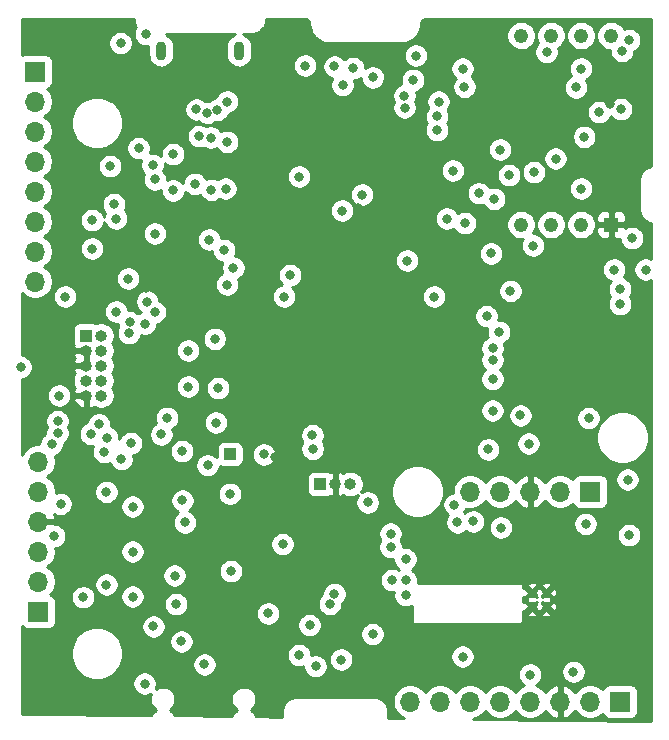
<source format=gbr>
G04 #@! TF.GenerationSoftware,KiCad,Pcbnew,(5.1.6)-1*
G04 #@! TF.CreationDate,2021-05-29T12:10:38-05:00*
G04 #@! TF.ProjectId,SapphineMinimal,53617070-6869-46e6-954d-696e696d616c,rev?*
G04 #@! TF.SameCoordinates,Original*
G04 #@! TF.FileFunction,Copper,L2,Inr*
G04 #@! TF.FilePolarity,Positive*
%FSLAX46Y46*%
G04 Gerber Fmt 4.6, Leading zero omitted, Abs format (unit mm)*
G04 Created by KiCad (PCBNEW (5.1.6)-1) date 2021-05-29 12:10:38*
%MOMM*%
%LPD*%
G01*
G04 APERTURE LIST*
G04 #@! TA.AperFunction,ViaPad*
%ADD10O,1.700000X1.700000*%
G04 #@! TD*
G04 #@! TA.AperFunction,ViaPad*
%ADD11R,1.700000X1.700000*%
G04 #@! TD*
G04 #@! TA.AperFunction,ViaPad*
%ADD12C,1.217000*%
G04 #@! TD*
G04 #@! TA.AperFunction,ViaPad*
%ADD13R,1.217000X1.217000*%
G04 #@! TD*
G04 #@! TA.AperFunction,ViaPad*
%ADD14C,0.500000*%
G04 #@! TD*
G04 #@! TA.AperFunction,ViaPad*
%ADD15O,1.000000X1.000000*%
G04 #@! TD*
G04 #@! TA.AperFunction,ViaPad*
%ADD16R,1.000000X1.000000*%
G04 #@! TD*
G04 #@! TA.AperFunction,ViaPad*
%ADD17O,0.900000X1.600000*%
G04 #@! TD*
G04 #@! TA.AperFunction,ViaPad*
%ADD18C,0.800000*%
G04 #@! TD*
G04 #@! TA.AperFunction,Conductor*
%ADD19C,0.254000*%
G04 #@! TD*
G04 APERTURE END LIST*
D10*
X78994000Y-104140000D03*
X78994000Y-106680000D03*
X78994000Y-109220000D03*
X78994000Y-111760000D03*
X78994000Y-114300000D03*
D11*
X78994000Y-116840000D03*
D12*
X127508000Y-68074000D03*
X124968000Y-68074000D03*
X122428000Y-68074000D03*
X119888000Y-68074000D03*
X119888000Y-84074000D03*
X122428000Y-84074000D03*
X124968000Y-84074000D03*
D13*
X127508000Y-84074000D03*
D14*
X122002000Y-116414000D03*
X120822000Y-116414000D03*
X122002000Y-115234000D03*
X120822000Y-115234000D03*
D10*
X78740000Y-88900000D03*
X78740000Y-86360000D03*
X78740000Y-83820000D03*
X78740000Y-81280000D03*
X78740000Y-78740000D03*
X78740000Y-76200000D03*
X78740000Y-73660000D03*
D11*
X78740000Y-71120000D03*
D10*
X115570000Y-106680000D03*
X118110000Y-106680000D03*
X120650000Y-106680000D03*
X123190000Y-106680000D03*
D11*
X125730000Y-106680000D03*
D15*
X84328000Y-98552000D03*
X83058000Y-98552000D03*
X84328000Y-97282000D03*
X83058000Y-97282000D03*
X84328000Y-96012000D03*
X83058000Y-96012000D03*
X84328000Y-94742000D03*
X83058000Y-94742000D03*
X84328000Y-93472000D03*
D16*
X83058000Y-93472000D03*
D15*
X105410000Y-106045000D03*
X104140000Y-106045000D03*
D16*
X102870000Y-106045000D03*
D17*
X96010000Y-69342000D03*
X89410000Y-69342000D03*
D16*
X95250000Y-103505000D03*
D10*
X110490000Y-124460000D03*
X113030000Y-124460000D03*
X115570000Y-124460000D03*
X118110000Y-124460000D03*
X120650000Y-124460000D03*
X123190000Y-124460000D03*
X125730000Y-124460000D03*
D11*
X128270000Y-124460000D03*
D18*
X103505000Y-99695000D03*
X98171000Y-67691000D03*
X108585000Y-81280000D03*
X108624148Y-71948106D03*
X119319549Y-85912451D03*
X101092000Y-86614000D03*
X80264000Y-69596000D03*
X106044564Y-82649607D03*
X91694000Y-100838000D03*
X96266000Y-78994000D03*
X79121000Y-67945000D03*
X82042000Y-87757008D03*
X100000182Y-81458182D03*
X88092643Y-89444138D03*
X119380000Y-69469000D03*
X123952000Y-113919000D03*
X125233177Y-74586519D03*
X113081182Y-67815500D03*
X92204500Y-92644000D03*
X88643500Y-77024595D03*
X92075000Y-113345000D03*
X122936000Y-113919000D03*
X123698000Y-109601000D03*
X121539000Y-109601000D03*
X99631500Y-85026500D03*
X99631500Y-83947000D03*
X104140000Y-92710000D03*
X105410000Y-92710000D03*
X106680000Y-92710000D03*
X107950000Y-92710000D03*
X105410000Y-95250000D03*
X106680000Y-95250000D03*
X107950000Y-95250000D03*
X104140000Y-91440000D03*
X105410000Y-91440000D03*
X107950000Y-91440000D03*
X84455000Y-110490000D03*
X85090000Y-105410000D03*
X86541331Y-105606418D03*
X123698000Y-68834000D03*
X90358000Y-118178502D03*
X106680000Y-91440000D03*
X104140000Y-95250004D03*
X122558067Y-109571830D03*
X119761000Y-73406000D03*
X120650000Y-73914000D03*
X106150601Y-120584000D03*
X124460000Y-94436818D03*
X127000000Y-92075000D03*
X124460000Y-89916000D03*
X90435633Y-73079386D03*
X110744000Y-80137000D03*
X100965000Y-81915000D03*
X127400111Y-73906071D03*
X98679000Y-113665000D03*
X100867172Y-118788988D03*
X99083395Y-103725142D03*
X130618660Y-122555000D03*
X122047000Y-122174000D03*
X94580262Y-108524000D03*
X83806025Y-112964000D03*
X125984000Y-120142000D03*
X94996000Y-73660000D03*
X94996000Y-77075000D03*
X85981839Y-68709839D03*
X124968000Y-81026000D03*
X120904000Y-85852000D03*
X104734486Y-82890486D03*
X120964731Y-79634307D03*
X85413612Y-82353388D03*
X95526414Y-87737011D03*
X122047000Y-69469000D03*
X125232517Y-76653985D03*
X104648000Y-120904000D03*
X93071324Y-121313510D03*
X125603000Y-100457000D03*
X99695000Y-111125000D03*
X110109000Y-112395000D03*
X110109000Y-114173000D03*
X108966000Y-114173000D03*
X110109000Y-115443000D03*
X128331660Y-74295000D03*
X98100000Y-103540000D03*
X120650000Y-122176991D03*
X91216296Y-107435537D03*
X91427973Y-109285340D03*
X115090350Y-72422744D03*
X116300593Y-81427198D03*
X124320229Y-121938007D03*
X92634851Y-76591627D03*
X93267519Y-74612515D03*
X90416340Y-78112612D03*
X92385718Y-74326546D03*
X93609637Y-76713059D03*
X94163068Y-74373049D03*
X81280000Y-90170000D03*
X80645000Y-100711000D03*
X86995000Y-115570000D03*
X88044458Y-92470383D03*
X80137000Y-102679500D03*
X80355656Y-110456463D03*
X86995000Y-111760000D03*
X83468191Y-101802729D03*
X80645000Y-101727000D03*
X80891340Y-107721500D03*
X89420146Y-101841862D03*
X106426000Y-81534000D03*
X113592847Y-83573475D03*
X86995000Y-107950000D03*
X92257840Y-80642342D03*
X89923660Y-100435287D03*
X94234000Y-97917000D03*
X104083784Y-115353045D03*
X102489000Y-121475500D03*
X82804000Y-115633500D03*
X107315000Y-118745000D03*
X84769876Y-114561660D03*
X94043500Y-100838000D03*
X103695500Y-116194821D03*
X117474999Y-95536056D03*
X118871370Y-79884177D03*
X117607606Y-81894291D03*
X129032000Y-110363000D03*
X91694000Y-94742000D03*
X118173500Y-109728000D03*
X114483977Y-109290023D03*
X114935000Y-120650000D03*
X102217881Y-101911584D03*
X112902998Y-73660000D03*
X110980594Y-69764749D03*
X93664705Y-81145340D03*
X110029964Y-74177877D03*
X110735799Y-71835333D03*
X118022007Y-93172491D03*
X114109500Y-79502000D03*
X83566000Y-83693000D03*
X87503000Y-77597000D03*
X117475002Y-97154988D03*
X110008316Y-73178099D03*
X112776000Y-76072998D03*
X107333749Y-71619520D03*
X101092000Y-80010000D03*
X88870020Y-80254476D03*
X88870014Y-84836000D03*
X117474990Y-99822000D03*
X112780664Y-74925345D03*
X104775000Y-72263000D03*
X93472000Y-85344000D03*
X104083200Y-70689991D03*
X102241168Y-103059874D03*
X94869001Y-81026000D03*
X101600000Y-70612000D03*
X90416340Y-81179853D03*
X117474992Y-94536045D03*
X110236000Y-87122000D03*
X88011000Y-122936000D03*
X93946271Y-93759728D03*
X86684936Y-93272257D03*
X100330000Y-88355010D03*
X94996000Y-89154000D03*
X88870014Y-91480295D03*
X85598000Y-91440000D03*
X86741000Y-92329000D03*
X88233311Y-90599900D03*
X86614000Y-88646000D03*
X116967000Y-91821000D03*
X115132411Y-83953714D03*
X112522000Y-90170000D03*
X99822000Y-90170000D03*
X95313500Y-113418660D03*
X95235600Y-106867989D03*
X106898994Y-107602199D03*
X93345000Y-104457500D03*
X84582000Y-103314500D03*
X84765912Y-106719390D03*
X91178340Y-103251000D03*
X101092000Y-120523000D03*
X88748784Y-118104842D03*
X77514000Y-96139000D03*
X125349000Y-109410500D03*
X108839000Y-111379000D03*
X115824000Y-109212340D03*
X126492000Y-74549000D03*
X85090000Y-79121000D03*
X83566000Y-86106000D03*
X85598000Y-83566000D03*
X91694000Y-97790000D03*
X90678000Y-116205000D03*
X90551000Y-113792000D03*
X91115508Y-119370371D03*
X120523000Y-102616000D03*
X128270000Y-90805000D03*
X118981133Y-89700578D03*
X117094000Y-103106990D03*
X124532177Y-72455603D03*
X122809000Y-78486000D03*
X130429000Y-87884000D03*
X101981000Y-117983000D03*
X128442225Y-69372040D03*
X127762000Y-87883996D03*
X128270000Y-89535000D03*
X119822660Y-100231145D03*
X118110000Y-77724000D03*
X124968000Y-70866000D03*
X129032000Y-68453000D03*
X98467098Y-117001486D03*
X129286000Y-85217000D03*
X117340340Y-86525445D03*
X88138000Y-67945000D03*
X128905000Y-105664000D03*
X108839000Y-110236000D03*
X114234917Y-107790868D03*
X105664000Y-70829010D03*
X94742016Y-86233000D03*
X88678625Y-79031781D03*
X114935000Y-70866000D03*
X86042500Y-103941840D03*
X80772000Y-98552000D03*
X86841248Y-102589248D03*
X84836000Y-102108000D03*
X84145360Y-100988906D03*
D19*
G36*
X87096513Y-66700666D02*
G01*
X87099783Y-66731779D01*
X87099731Y-66739255D01*
X87100631Y-66748426D01*
X87113586Y-66871677D01*
X87125615Y-66930274D01*
X87136822Y-66989028D01*
X87139486Y-66997850D01*
X87176133Y-67116238D01*
X87199308Y-67171368D01*
X87221722Y-67226847D01*
X87226049Y-67234983D01*
X87284992Y-67343998D01*
X87289916Y-67351297D01*
X87220795Y-67454744D01*
X87142774Y-67643102D01*
X87103000Y-67843061D01*
X87103000Y-68046939D01*
X87142774Y-68246898D01*
X87220795Y-68435256D01*
X87334063Y-68604774D01*
X87478226Y-68748937D01*
X87647744Y-68862205D01*
X87836102Y-68940226D01*
X88036061Y-68980000D01*
X88239939Y-68980000D01*
X88325000Y-68963080D01*
X88325000Y-69745293D01*
X88340700Y-69904696D01*
X88402741Y-70109219D01*
X88503491Y-70297710D01*
X88639078Y-70462922D01*
X88804290Y-70598509D01*
X88992780Y-70699259D01*
X89197303Y-70761300D01*
X89410000Y-70782249D01*
X89622696Y-70761300D01*
X89827219Y-70699259D01*
X90015710Y-70598509D01*
X90180922Y-70462922D01*
X90316509Y-70297710D01*
X90417259Y-70109220D01*
X90479300Y-69904697D01*
X90495000Y-69745294D01*
X90495000Y-68938707D01*
X90479300Y-68779304D01*
X90417259Y-68574780D01*
X90316509Y-68386290D01*
X90180922Y-68221078D01*
X90015710Y-68085491D01*
X89827220Y-67984741D01*
X89778625Y-67970000D01*
X95641376Y-67970000D01*
X95592781Y-67984741D01*
X95404291Y-68085491D01*
X95239079Y-68221078D01*
X95103492Y-68386290D01*
X95002742Y-68574780D01*
X94940700Y-68779303D01*
X94925000Y-68938706D01*
X94925000Y-69745293D01*
X94940700Y-69904696D01*
X95002741Y-70109219D01*
X95103491Y-70297710D01*
X95239078Y-70462922D01*
X95404290Y-70598509D01*
X95592780Y-70699259D01*
X95797303Y-70761300D01*
X96010000Y-70782249D01*
X96222696Y-70761300D01*
X96427219Y-70699259D01*
X96615710Y-70598509D01*
X96723483Y-70510061D01*
X100565000Y-70510061D01*
X100565000Y-70713939D01*
X100604774Y-70913898D01*
X100682795Y-71102256D01*
X100796063Y-71271774D01*
X100940226Y-71415937D01*
X101109744Y-71529205D01*
X101298102Y-71607226D01*
X101498061Y-71647000D01*
X101701939Y-71647000D01*
X101901898Y-71607226D01*
X102090256Y-71529205D01*
X102259774Y-71415937D01*
X102403937Y-71271774D01*
X102517205Y-71102256D01*
X102595226Y-70913898D01*
X102635000Y-70713939D01*
X102635000Y-70588052D01*
X103048200Y-70588052D01*
X103048200Y-70791930D01*
X103087974Y-70991889D01*
X103165995Y-71180247D01*
X103279263Y-71349765D01*
X103423426Y-71493928D01*
X103592944Y-71607196D01*
X103781302Y-71685217D01*
X103900444Y-71708916D01*
X103857795Y-71772744D01*
X103779774Y-71961102D01*
X103740000Y-72161061D01*
X103740000Y-72364939D01*
X103779774Y-72564898D01*
X103857795Y-72753256D01*
X103971063Y-72922774D01*
X104115226Y-73066937D01*
X104284744Y-73180205D01*
X104473102Y-73258226D01*
X104673061Y-73298000D01*
X104876939Y-73298000D01*
X105076898Y-73258226D01*
X105265256Y-73180205D01*
X105420970Y-73076160D01*
X108973316Y-73076160D01*
X108973316Y-73280038D01*
X109013090Y-73479997D01*
X109091111Y-73668355D01*
X109109401Y-73695728D01*
X109034738Y-73875979D01*
X108994964Y-74075938D01*
X108994964Y-74279816D01*
X109034738Y-74479775D01*
X109112759Y-74668133D01*
X109226027Y-74837651D01*
X109370190Y-74981814D01*
X109539708Y-75095082D01*
X109728066Y-75173103D01*
X109928025Y-75212877D01*
X110131903Y-75212877D01*
X110331862Y-75173103D01*
X110520220Y-75095082D01*
X110689738Y-74981814D01*
X110833901Y-74837651D01*
X110947169Y-74668133D01*
X111025190Y-74479775D01*
X111064964Y-74279816D01*
X111064964Y-74075938D01*
X111025190Y-73875979D01*
X110947169Y-73687621D01*
X110928879Y-73660248D01*
X111003542Y-73479997D01*
X111043316Y-73280038D01*
X111043316Y-73076160D01*
X111003542Y-72876201D01*
X110988675Y-72840310D01*
X111037697Y-72830559D01*
X111226055Y-72752538D01*
X111395573Y-72639270D01*
X111539736Y-72495107D01*
X111653004Y-72325589D01*
X111731025Y-72137231D01*
X111770799Y-71937272D01*
X111770799Y-71733394D01*
X111731025Y-71533435D01*
X111653004Y-71345077D01*
X111539736Y-71175559D01*
X111395573Y-71031396D01*
X111226055Y-70918128D01*
X111037697Y-70840107D01*
X110837738Y-70800333D01*
X110633860Y-70800333D01*
X110433901Y-70840107D01*
X110245543Y-70918128D01*
X110076025Y-71031396D01*
X109931862Y-71175559D01*
X109818594Y-71345077D01*
X109740573Y-71533435D01*
X109700799Y-71733394D01*
X109700799Y-71937272D01*
X109740573Y-72137231D01*
X109755440Y-72173122D01*
X109706418Y-72182873D01*
X109518060Y-72260894D01*
X109348542Y-72374162D01*
X109204379Y-72518325D01*
X109091111Y-72687843D01*
X109013090Y-72876201D01*
X108973316Y-73076160D01*
X105420970Y-73076160D01*
X105434774Y-73066937D01*
X105578937Y-72922774D01*
X105692205Y-72753256D01*
X105770226Y-72564898D01*
X105810000Y-72364939D01*
X105810000Y-72161061D01*
X105770226Y-71961102D01*
X105730009Y-71864010D01*
X105765939Y-71864010D01*
X105965898Y-71824236D01*
X106154256Y-71746215D01*
X106298749Y-71649668D01*
X106298749Y-71721459D01*
X106338523Y-71921418D01*
X106416544Y-72109776D01*
X106529812Y-72279294D01*
X106673975Y-72423457D01*
X106843493Y-72536725D01*
X107031851Y-72614746D01*
X107231810Y-72654520D01*
X107435688Y-72654520D01*
X107635647Y-72614746D01*
X107824005Y-72536725D01*
X107993523Y-72423457D01*
X108137686Y-72279294D01*
X108250954Y-72109776D01*
X108328975Y-71921418D01*
X108368749Y-71721459D01*
X108368749Y-71517581D01*
X108328975Y-71317622D01*
X108250954Y-71129264D01*
X108137686Y-70959746D01*
X107993523Y-70815583D01*
X107824005Y-70702315D01*
X107635647Y-70624294D01*
X107435688Y-70584520D01*
X107231810Y-70584520D01*
X107031851Y-70624294D01*
X106843493Y-70702315D01*
X106699000Y-70798862D01*
X106699000Y-70727071D01*
X106659226Y-70527112D01*
X106581205Y-70338754D01*
X106467937Y-70169236D01*
X106323774Y-70025073D01*
X106154256Y-69911805D01*
X105965898Y-69833784D01*
X105765939Y-69794010D01*
X105562061Y-69794010D01*
X105362102Y-69833784D01*
X105173744Y-69911805D01*
X105004226Y-70025073D01*
X104931976Y-70097323D01*
X104887137Y-70030217D01*
X104742974Y-69886054D01*
X104573456Y-69772786D01*
X104385098Y-69694765D01*
X104224449Y-69662810D01*
X109945594Y-69662810D01*
X109945594Y-69866688D01*
X109985368Y-70066647D01*
X110063389Y-70255005D01*
X110176657Y-70424523D01*
X110320820Y-70568686D01*
X110490338Y-70681954D01*
X110678696Y-70759975D01*
X110878655Y-70799749D01*
X111082533Y-70799749D01*
X111261950Y-70764061D01*
X113900000Y-70764061D01*
X113900000Y-70967939D01*
X113939774Y-71167898D01*
X114017795Y-71356256D01*
X114131063Y-71525774D01*
X114275226Y-71669937D01*
X114337701Y-71711682D01*
X114286413Y-71762970D01*
X114173145Y-71932488D01*
X114095124Y-72120846D01*
X114055350Y-72320805D01*
X114055350Y-72524683D01*
X114095124Y-72724642D01*
X114173145Y-72913000D01*
X114286413Y-73082518D01*
X114430576Y-73226681D01*
X114600094Y-73339949D01*
X114788452Y-73417970D01*
X114988411Y-73457744D01*
X115192289Y-73457744D01*
X115392248Y-73417970D01*
X115580606Y-73339949D01*
X115750124Y-73226681D01*
X115894287Y-73082518D01*
X116007555Y-72913000D01*
X116085576Y-72724642D01*
X116125350Y-72524683D01*
X116125350Y-72353664D01*
X123497177Y-72353664D01*
X123497177Y-72557542D01*
X123536951Y-72757501D01*
X123614972Y-72945859D01*
X123728240Y-73115377D01*
X123872403Y-73259540D01*
X124041921Y-73372808D01*
X124230279Y-73450829D01*
X124430238Y-73490603D01*
X124634116Y-73490603D01*
X124834075Y-73450829D01*
X125022433Y-73372808D01*
X125191951Y-73259540D01*
X125336114Y-73115377D01*
X125449382Y-72945859D01*
X125527403Y-72757501D01*
X125567177Y-72557542D01*
X125567177Y-72353664D01*
X125527403Y-72153705D01*
X125449382Y-71965347D01*
X125355985Y-71825568D01*
X125458256Y-71783205D01*
X125627774Y-71669937D01*
X125771937Y-71525774D01*
X125885205Y-71356256D01*
X125963226Y-71167898D01*
X126003000Y-70967939D01*
X126003000Y-70764061D01*
X125963226Y-70564102D01*
X125885205Y-70375744D01*
X125771937Y-70206226D01*
X125627774Y-70062063D01*
X125458256Y-69948795D01*
X125269898Y-69870774D01*
X125069939Y-69831000D01*
X124866061Y-69831000D01*
X124666102Y-69870774D01*
X124477744Y-69948795D01*
X124308226Y-70062063D01*
X124164063Y-70206226D01*
X124050795Y-70375744D01*
X123972774Y-70564102D01*
X123933000Y-70764061D01*
X123933000Y-70967939D01*
X123972774Y-71167898D01*
X124050795Y-71356256D01*
X124144192Y-71496035D01*
X124041921Y-71538398D01*
X123872403Y-71651666D01*
X123728240Y-71795829D01*
X123614972Y-71965347D01*
X123536951Y-72153705D01*
X123497177Y-72353664D01*
X116125350Y-72353664D01*
X116125350Y-72320805D01*
X116085576Y-72120846D01*
X116007555Y-71932488D01*
X115894287Y-71762970D01*
X115750124Y-71618807D01*
X115687649Y-71577062D01*
X115738937Y-71525774D01*
X115852205Y-71356256D01*
X115930226Y-71167898D01*
X115970000Y-70967939D01*
X115970000Y-70764061D01*
X115930226Y-70564102D01*
X115852205Y-70375744D01*
X115738937Y-70206226D01*
X115594774Y-70062063D01*
X115425256Y-69948795D01*
X115236898Y-69870774D01*
X115036939Y-69831000D01*
X114833061Y-69831000D01*
X114633102Y-69870774D01*
X114444744Y-69948795D01*
X114275226Y-70062063D01*
X114131063Y-70206226D01*
X114017795Y-70375744D01*
X113939774Y-70564102D01*
X113900000Y-70764061D01*
X111261950Y-70764061D01*
X111282492Y-70759975D01*
X111470850Y-70681954D01*
X111640368Y-70568686D01*
X111784531Y-70424523D01*
X111897799Y-70255005D01*
X111975820Y-70066647D01*
X112015594Y-69866688D01*
X112015594Y-69662810D01*
X111975820Y-69462851D01*
X111936143Y-69367061D01*
X121012000Y-69367061D01*
X121012000Y-69570939D01*
X121051774Y-69770898D01*
X121129795Y-69959256D01*
X121243063Y-70128774D01*
X121387226Y-70272937D01*
X121556744Y-70386205D01*
X121745102Y-70464226D01*
X121945061Y-70504000D01*
X122148939Y-70504000D01*
X122348898Y-70464226D01*
X122537256Y-70386205D01*
X122706774Y-70272937D01*
X122850937Y-70128774D01*
X122964205Y-69959256D01*
X123042226Y-69770898D01*
X123082000Y-69570939D01*
X123082000Y-69367061D01*
X123042226Y-69167102D01*
X123039641Y-69160860D01*
X123220685Y-69039890D01*
X123393890Y-68866685D01*
X123529976Y-68663018D01*
X123623713Y-68436716D01*
X123671500Y-68196474D01*
X123671500Y-67951526D01*
X123724500Y-67951526D01*
X123724500Y-68196474D01*
X123772287Y-68436716D01*
X123866024Y-68663018D01*
X124002110Y-68866685D01*
X124175315Y-69039890D01*
X124378982Y-69175976D01*
X124605284Y-69269713D01*
X124845526Y-69317500D01*
X125090474Y-69317500D01*
X125330716Y-69269713D01*
X125557018Y-69175976D01*
X125760685Y-69039890D01*
X125933890Y-68866685D01*
X126069976Y-68663018D01*
X126163713Y-68436716D01*
X126211500Y-68196474D01*
X126211500Y-67951526D01*
X126264500Y-67951526D01*
X126264500Y-68196474D01*
X126312287Y-68436716D01*
X126406024Y-68663018D01*
X126542110Y-68866685D01*
X126715315Y-69039890D01*
X126918982Y-69175976D01*
X127145284Y-69269713D01*
X127385526Y-69317500D01*
X127407225Y-69317500D01*
X127407225Y-69473979D01*
X127446999Y-69673938D01*
X127525020Y-69862296D01*
X127638288Y-70031814D01*
X127782451Y-70175977D01*
X127951969Y-70289245D01*
X128140327Y-70367266D01*
X128340286Y-70407040D01*
X128544164Y-70407040D01*
X128744123Y-70367266D01*
X128932481Y-70289245D01*
X129101999Y-70175977D01*
X129246162Y-70031814D01*
X129359430Y-69862296D01*
X129437451Y-69673938D01*
X129477225Y-69473979D01*
X129477225Y-69388858D01*
X129522256Y-69370205D01*
X129691774Y-69256937D01*
X129835937Y-69112774D01*
X129949205Y-68943256D01*
X130027226Y-68754898D01*
X130067000Y-68554939D01*
X130067000Y-68351061D01*
X130027226Y-68151102D01*
X129949205Y-67962744D01*
X129835937Y-67793226D01*
X129691774Y-67649063D01*
X129522256Y-67535795D01*
X129333898Y-67457774D01*
X129133939Y-67418000D01*
X128930061Y-67418000D01*
X128730102Y-67457774D01*
X128617949Y-67504230D01*
X128609976Y-67484982D01*
X128473890Y-67281315D01*
X128300685Y-67108110D01*
X128097018Y-66972024D01*
X127870716Y-66878287D01*
X127630474Y-66830500D01*
X127385526Y-66830500D01*
X127145284Y-66878287D01*
X126918982Y-66972024D01*
X126715315Y-67108110D01*
X126542110Y-67281315D01*
X126406024Y-67484982D01*
X126312287Y-67711284D01*
X126264500Y-67951526D01*
X126211500Y-67951526D01*
X126163713Y-67711284D01*
X126069976Y-67484982D01*
X125933890Y-67281315D01*
X125760685Y-67108110D01*
X125557018Y-66972024D01*
X125330716Y-66878287D01*
X125090474Y-66830500D01*
X124845526Y-66830500D01*
X124605284Y-66878287D01*
X124378982Y-66972024D01*
X124175315Y-67108110D01*
X124002110Y-67281315D01*
X123866024Y-67484982D01*
X123772287Y-67711284D01*
X123724500Y-67951526D01*
X123671500Y-67951526D01*
X123623713Y-67711284D01*
X123529976Y-67484982D01*
X123393890Y-67281315D01*
X123220685Y-67108110D01*
X123017018Y-66972024D01*
X122790716Y-66878287D01*
X122550474Y-66830500D01*
X122305526Y-66830500D01*
X122065284Y-66878287D01*
X121838982Y-66972024D01*
X121635315Y-67108110D01*
X121462110Y-67281315D01*
X121326024Y-67484982D01*
X121232287Y-67711284D01*
X121184500Y-67951526D01*
X121184500Y-68196474D01*
X121232287Y-68436716D01*
X121326024Y-68663018D01*
X121351357Y-68700932D01*
X121243063Y-68809226D01*
X121129795Y-68978744D01*
X121051774Y-69167102D01*
X121012000Y-69367061D01*
X111936143Y-69367061D01*
X111897799Y-69274493D01*
X111784531Y-69104975D01*
X111640368Y-68960812D01*
X111470850Y-68847544D01*
X111282492Y-68769523D01*
X111082533Y-68729749D01*
X110878655Y-68729749D01*
X110678696Y-68769523D01*
X110490338Y-68847544D01*
X110320820Y-68960812D01*
X110176657Y-69104975D01*
X110063389Y-69274493D01*
X109985368Y-69462851D01*
X109945594Y-69662810D01*
X104224449Y-69662810D01*
X104185139Y-69654991D01*
X103981261Y-69654991D01*
X103781302Y-69694765D01*
X103592944Y-69772786D01*
X103423426Y-69886054D01*
X103279263Y-70030217D01*
X103165995Y-70199735D01*
X103087974Y-70388093D01*
X103048200Y-70588052D01*
X102635000Y-70588052D01*
X102635000Y-70510061D01*
X102595226Y-70310102D01*
X102517205Y-70121744D01*
X102403937Y-69952226D01*
X102259774Y-69808063D01*
X102090256Y-69694795D01*
X101901898Y-69616774D01*
X101701939Y-69577000D01*
X101498061Y-69577000D01*
X101298102Y-69616774D01*
X101109744Y-69694795D01*
X100940226Y-69808063D01*
X100796063Y-69952226D01*
X100682795Y-70121744D01*
X100604774Y-70310102D01*
X100565000Y-70510061D01*
X96723483Y-70510061D01*
X96780922Y-70462922D01*
X96916509Y-70297710D01*
X97017259Y-70109220D01*
X97079300Y-69904697D01*
X97095000Y-69745294D01*
X97095000Y-68938707D01*
X97079300Y-68779304D01*
X97017259Y-68574780D01*
X96916509Y-68386290D01*
X96780922Y-68221078D01*
X96615710Y-68085491D01*
X96427220Y-67984741D01*
X96378625Y-67970000D01*
X97060419Y-67970000D01*
X97088419Y-67967242D01*
X97092255Y-67967269D01*
X97101426Y-67966369D01*
X97224677Y-67953414D01*
X97283274Y-67941385D01*
X97342028Y-67930178D01*
X97350850Y-67927514D01*
X97469238Y-67890867D01*
X97524368Y-67867692D01*
X97579847Y-67845278D01*
X97587983Y-67840951D01*
X97696998Y-67782008D01*
X97746582Y-67748563D01*
X97796645Y-67715803D01*
X97803786Y-67709978D01*
X97899276Y-67630982D01*
X97941430Y-67588533D01*
X97984165Y-67546685D01*
X97990039Y-67539584D01*
X98068367Y-67443545D01*
X98101472Y-67393719D01*
X98135267Y-67344362D01*
X98139650Y-67336256D01*
X98197832Y-67226833D01*
X98220621Y-67171541D01*
X98244193Y-67116545D01*
X98246918Y-67107742D01*
X98282737Y-66989101D01*
X98294359Y-66930408D01*
X98306794Y-66871906D01*
X98307756Y-66862750D01*
X98307757Y-66862745D01*
X98307757Y-66862741D01*
X98319850Y-66739403D01*
X98319850Y-66739402D01*
X98323666Y-66700487D01*
X98328301Y-66700000D01*
X101567719Y-66700000D01*
X101668533Y-66709885D01*
X101734457Y-66729789D01*
X101795255Y-66762115D01*
X101848619Y-66805639D01*
X101892512Y-66858696D01*
X101925266Y-66919271D01*
X101945628Y-66985053D01*
X101958827Y-67110626D01*
X101958741Y-67122911D01*
X101959641Y-67132083D01*
X101980368Y-67329284D01*
X101992387Y-67387834D01*
X102003604Y-67446639D01*
X102006268Y-67455461D01*
X102064903Y-67644882D01*
X102088076Y-67700009D01*
X102110493Y-67755492D01*
X102114819Y-67763629D01*
X102209130Y-67938052D01*
X102242575Y-67987636D01*
X102275335Y-68037699D01*
X102281159Y-68044840D01*
X102407554Y-68197624D01*
X102449969Y-68239744D01*
X102491851Y-68282513D01*
X102498952Y-68288387D01*
X102652614Y-68413711D01*
X102702423Y-68446803D01*
X102751795Y-68480610D01*
X102759902Y-68484993D01*
X102934980Y-68578084D01*
X102990275Y-68600875D01*
X103045270Y-68624446D01*
X103054074Y-68627171D01*
X103243900Y-68684482D01*
X103302566Y-68696098D01*
X103361087Y-68708537D01*
X103370252Y-68709500D01*
X103567593Y-68728850D01*
X103567598Y-68728850D01*
X103599581Y-68732000D01*
X109760419Y-68732000D01*
X109788690Y-68729216D01*
X109794911Y-68729259D01*
X109804083Y-68728359D01*
X110001284Y-68707632D01*
X110059834Y-68695613D01*
X110118639Y-68684396D01*
X110127461Y-68681732D01*
X110316882Y-68623097D01*
X110372009Y-68599924D01*
X110427492Y-68577507D01*
X110435629Y-68573181D01*
X110610052Y-68478870D01*
X110659636Y-68445425D01*
X110709699Y-68412665D01*
X110716840Y-68406841D01*
X110869624Y-68280446D01*
X110911744Y-68238031D01*
X110954513Y-68196149D01*
X110960387Y-68189048D01*
X111085711Y-68035386D01*
X111118803Y-67985577D01*
X111142119Y-67951526D01*
X118644500Y-67951526D01*
X118644500Y-68196474D01*
X118692287Y-68436716D01*
X118786024Y-68663018D01*
X118922110Y-68866685D01*
X119095315Y-69039890D01*
X119298982Y-69175976D01*
X119525284Y-69269713D01*
X119765526Y-69317500D01*
X120010474Y-69317500D01*
X120250716Y-69269713D01*
X120477018Y-69175976D01*
X120680685Y-69039890D01*
X120853890Y-68866685D01*
X120989976Y-68663018D01*
X121083713Y-68436716D01*
X121131500Y-68196474D01*
X121131500Y-67951526D01*
X121083713Y-67711284D01*
X120989976Y-67484982D01*
X120853890Y-67281315D01*
X120680685Y-67108110D01*
X120477018Y-66972024D01*
X120250716Y-66878287D01*
X120010474Y-66830500D01*
X119765526Y-66830500D01*
X119525284Y-66878287D01*
X119298982Y-66972024D01*
X119095315Y-67108110D01*
X118922110Y-67281315D01*
X118786024Y-67484982D01*
X118692287Y-67711284D01*
X118644500Y-67951526D01*
X111142119Y-67951526D01*
X111152610Y-67936205D01*
X111156993Y-67928098D01*
X111250084Y-67753020D01*
X111272875Y-67697725D01*
X111296446Y-67642730D01*
X111299171Y-67633926D01*
X111356482Y-67444100D01*
X111368099Y-67385427D01*
X111380537Y-67326913D01*
X111381500Y-67317748D01*
X111400850Y-67120407D01*
X111400850Y-67120404D01*
X111413885Y-66987467D01*
X111433789Y-66921543D01*
X111466115Y-66860745D01*
X111509639Y-66807381D01*
X111562696Y-66763488D01*
X111623271Y-66730734D01*
X111689053Y-66710372D01*
X111787730Y-66700000D01*
X130912000Y-66700000D01*
X130912001Y-79107980D01*
X130892860Y-79109992D01*
X130834286Y-79122016D01*
X130775504Y-79133229D01*
X130766683Y-79135893D01*
X130671973Y-79165211D01*
X130616895Y-79188364D01*
X130561368Y-79210798D01*
X130553232Y-79215125D01*
X130466020Y-79262280D01*
X130416429Y-79295730D01*
X130366371Y-79328486D01*
X130359230Y-79334311D01*
X130282838Y-79397507D01*
X130240709Y-79439932D01*
X130197949Y-79481805D01*
X130192075Y-79488906D01*
X130129413Y-79565737D01*
X130096329Y-79615533D01*
X130062512Y-79664921D01*
X130058130Y-79673027D01*
X130011585Y-79760566D01*
X129988803Y-79815841D01*
X129965225Y-79870851D01*
X129962500Y-79879654D01*
X129933844Y-79974568D01*
X129922225Y-80033248D01*
X129909788Y-80091758D01*
X129908825Y-80100923D01*
X129899150Y-80199594D01*
X129899150Y-80199599D01*
X129896000Y-80231582D01*
X129896001Y-82836419D01*
X129898749Y-82864323D01*
X129898728Y-82867367D01*
X129899628Y-82876538D01*
X129904778Y-82925535D01*
X129905551Y-82933383D01*
X129905630Y-82933645D01*
X129909992Y-82975140D01*
X129922016Y-83033714D01*
X129933229Y-83092496D01*
X129935893Y-83101317D01*
X129965211Y-83196028D01*
X129988370Y-83251119D01*
X130010798Y-83306632D01*
X130015125Y-83314768D01*
X130062280Y-83401980D01*
X130095730Y-83451571D01*
X130128486Y-83501629D01*
X130134310Y-83508770D01*
X130197507Y-83585162D01*
X130239942Y-83627301D01*
X130281805Y-83670051D01*
X130288906Y-83675925D01*
X130365737Y-83738587D01*
X130415548Y-83771681D01*
X130464921Y-83805488D01*
X130473027Y-83809870D01*
X130560566Y-83856415D01*
X130615841Y-83879197D01*
X130670851Y-83902775D01*
X130679655Y-83905500D01*
X130774568Y-83934156D01*
X130833241Y-83945773D01*
X130891758Y-83958212D01*
X130900923Y-83959175D01*
X130912001Y-83960261D01*
X130912001Y-86963790D01*
X130730898Y-86888774D01*
X130530939Y-86849000D01*
X130327061Y-86849000D01*
X130127102Y-86888774D01*
X129938744Y-86966795D01*
X129769226Y-87080063D01*
X129625063Y-87224226D01*
X129511795Y-87393744D01*
X129433774Y-87582102D01*
X129394000Y-87782061D01*
X129394000Y-87985939D01*
X129433774Y-88185898D01*
X129511795Y-88374256D01*
X129625063Y-88543774D01*
X129769226Y-88687937D01*
X129938744Y-88801205D01*
X130127102Y-88879226D01*
X130327061Y-88919000D01*
X130530939Y-88919000D01*
X130730898Y-88879226D01*
X130912001Y-88804210D01*
X130912000Y-126098766D01*
X115826982Y-125922976D01*
X116003158Y-125887932D01*
X116273411Y-125775990D01*
X116516632Y-125613475D01*
X116723475Y-125406632D01*
X116840000Y-125232240D01*
X116956525Y-125406632D01*
X117163368Y-125613475D01*
X117406589Y-125775990D01*
X117676842Y-125887932D01*
X117963740Y-125945000D01*
X118256260Y-125945000D01*
X118543158Y-125887932D01*
X118813411Y-125775990D01*
X119056632Y-125613475D01*
X119263475Y-125406632D01*
X119380000Y-125232240D01*
X119496525Y-125406632D01*
X119703368Y-125613475D01*
X119946589Y-125775990D01*
X120216842Y-125887932D01*
X120503740Y-125945000D01*
X120796260Y-125945000D01*
X121083158Y-125887932D01*
X121353411Y-125775990D01*
X121596632Y-125613475D01*
X121803475Y-125406632D01*
X121925195Y-125224466D01*
X121994822Y-125341355D01*
X122189731Y-125557588D01*
X122423080Y-125731641D01*
X122685901Y-125856825D01*
X122833110Y-125901476D01*
X123063000Y-125780155D01*
X123063000Y-124587000D01*
X123043000Y-124587000D01*
X123043000Y-124333000D01*
X123063000Y-124333000D01*
X123063000Y-123139845D01*
X123317000Y-123139845D01*
X123317000Y-124333000D01*
X123337000Y-124333000D01*
X123337000Y-124587000D01*
X123317000Y-124587000D01*
X123317000Y-125780155D01*
X123546890Y-125901476D01*
X123694099Y-125856825D01*
X123956920Y-125731641D01*
X124190269Y-125557588D01*
X124385178Y-125341355D01*
X124454805Y-125224466D01*
X124576525Y-125406632D01*
X124783368Y-125613475D01*
X125026589Y-125775990D01*
X125296842Y-125887932D01*
X125583740Y-125945000D01*
X125876260Y-125945000D01*
X126163158Y-125887932D01*
X126433411Y-125775990D01*
X126676632Y-125613475D01*
X126808487Y-125481620D01*
X126830498Y-125554180D01*
X126889463Y-125664494D01*
X126968815Y-125761185D01*
X127065506Y-125840537D01*
X127175820Y-125899502D01*
X127295518Y-125935812D01*
X127420000Y-125948072D01*
X129120000Y-125948072D01*
X129244482Y-125935812D01*
X129364180Y-125899502D01*
X129474494Y-125840537D01*
X129571185Y-125761185D01*
X129650537Y-125664494D01*
X129709502Y-125554180D01*
X129745812Y-125434482D01*
X129758072Y-125310000D01*
X129758072Y-123610000D01*
X129745812Y-123485518D01*
X129709502Y-123365820D01*
X129650537Y-123255506D01*
X129571185Y-123158815D01*
X129474494Y-123079463D01*
X129364180Y-123020498D01*
X129244482Y-122984188D01*
X129120000Y-122971928D01*
X127420000Y-122971928D01*
X127295518Y-122984188D01*
X127175820Y-123020498D01*
X127065506Y-123079463D01*
X126968815Y-123158815D01*
X126889463Y-123255506D01*
X126830498Y-123365820D01*
X126808487Y-123438380D01*
X126676632Y-123306525D01*
X126433411Y-123144010D01*
X126163158Y-123032068D01*
X125876260Y-122975000D01*
X125583740Y-122975000D01*
X125296842Y-123032068D01*
X125026589Y-123144010D01*
X124783368Y-123306525D01*
X124576525Y-123513368D01*
X124454805Y-123695534D01*
X124385178Y-123578645D01*
X124190269Y-123362412D01*
X123956920Y-123188359D01*
X123694099Y-123063175D01*
X123546890Y-123018524D01*
X123317000Y-123139845D01*
X123063000Y-123139845D01*
X122833110Y-123018524D01*
X122685901Y-123063175D01*
X122423080Y-123188359D01*
X122189731Y-123362412D01*
X121994822Y-123578645D01*
X121925195Y-123695534D01*
X121803475Y-123513368D01*
X121596632Y-123306525D01*
X121353411Y-123144010D01*
X121175805Y-123070443D01*
X121309774Y-122980928D01*
X121453937Y-122836765D01*
X121567205Y-122667247D01*
X121645226Y-122478889D01*
X121685000Y-122278930D01*
X121685000Y-122075052D01*
X121645226Y-121875093D01*
X121629062Y-121836068D01*
X123285229Y-121836068D01*
X123285229Y-122039946D01*
X123325003Y-122239905D01*
X123403024Y-122428263D01*
X123516292Y-122597781D01*
X123660455Y-122741944D01*
X123829973Y-122855212D01*
X124018331Y-122933233D01*
X124218290Y-122973007D01*
X124422168Y-122973007D01*
X124622127Y-122933233D01*
X124810485Y-122855212D01*
X124980003Y-122741944D01*
X125124166Y-122597781D01*
X125237434Y-122428263D01*
X125315455Y-122239905D01*
X125355229Y-122039946D01*
X125355229Y-121836068D01*
X125315455Y-121636109D01*
X125237434Y-121447751D01*
X125124166Y-121278233D01*
X124980003Y-121134070D01*
X124810485Y-121020802D01*
X124622127Y-120942781D01*
X124422168Y-120903007D01*
X124218290Y-120903007D01*
X124018331Y-120942781D01*
X123829973Y-121020802D01*
X123660455Y-121134070D01*
X123516292Y-121278233D01*
X123403024Y-121447751D01*
X123325003Y-121636109D01*
X123285229Y-121836068D01*
X121629062Y-121836068D01*
X121567205Y-121686735D01*
X121453937Y-121517217D01*
X121309774Y-121373054D01*
X121140256Y-121259786D01*
X120951898Y-121181765D01*
X120751939Y-121141991D01*
X120548061Y-121141991D01*
X120348102Y-121181765D01*
X120159744Y-121259786D01*
X119990226Y-121373054D01*
X119846063Y-121517217D01*
X119732795Y-121686735D01*
X119654774Y-121875093D01*
X119615000Y-122075052D01*
X119615000Y-122278930D01*
X119654774Y-122478889D01*
X119732795Y-122667247D01*
X119846063Y-122836765D01*
X119990226Y-122980928D01*
X120124195Y-123070443D01*
X119946589Y-123144010D01*
X119703368Y-123306525D01*
X119496525Y-123513368D01*
X119380000Y-123687760D01*
X119263475Y-123513368D01*
X119056632Y-123306525D01*
X118813411Y-123144010D01*
X118543158Y-123032068D01*
X118256260Y-122975000D01*
X117963740Y-122975000D01*
X117676842Y-123032068D01*
X117406589Y-123144010D01*
X117163368Y-123306525D01*
X116956525Y-123513368D01*
X116840000Y-123687760D01*
X116723475Y-123513368D01*
X116516632Y-123306525D01*
X116273411Y-123144010D01*
X116003158Y-123032068D01*
X115716260Y-122975000D01*
X115423740Y-122975000D01*
X115136842Y-123032068D01*
X114866589Y-123144010D01*
X114623368Y-123306525D01*
X114416525Y-123513368D01*
X114300000Y-123687760D01*
X114183475Y-123513368D01*
X113976632Y-123306525D01*
X113733411Y-123144010D01*
X113463158Y-123032068D01*
X113176260Y-122975000D01*
X112883740Y-122975000D01*
X112596842Y-123032068D01*
X112326589Y-123144010D01*
X112083368Y-123306525D01*
X111876525Y-123513368D01*
X111760000Y-123687760D01*
X111643475Y-123513368D01*
X111436632Y-123306525D01*
X111193411Y-123144010D01*
X110923158Y-123032068D01*
X110636260Y-122975000D01*
X110343740Y-122975000D01*
X110056842Y-123032068D01*
X109786589Y-123144010D01*
X109543368Y-123306525D01*
X109336525Y-123513368D01*
X109174010Y-123756589D01*
X109062068Y-124026842D01*
X109005000Y-124313740D01*
X109005000Y-124606260D01*
X109062068Y-124893158D01*
X109174010Y-125163411D01*
X109336525Y-125406632D01*
X109543368Y-125613475D01*
X109786589Y-125775990D01*
X109976861Y-125854803D01*
X108610000Y-125838874D01*
X108610000Y-125189581D01*
X108607251Y-125161668D01*
X108607272Y-125158633D01*
X108606372Y-125149462D01*
X108601238Y-125100616D01*
X108600450Y-125092617D01*
X108600369Y-125092350D01*
X108596008Y-125050860D01*
X108583984Y-124992286D01*
X108572771Y-124933504D01*
X108570107Y-124924683D01*
X108540789Y-124829973D01*
X108517636Y-124774895D01*
X108495202Y-124719368D01*
X108490875Y-124711232D01*
X108443720Y-124624020D01*
X108410270Y-124574429D01*
X108377514Y-124524371D01*
X108371689Y-124517230D01*
X108308493Y-124440838D01*
X108266058Y-124398699D01*
X108224195Y-124355949D01*
X108217094Y-124350075D01*
X108140263Y-124287413D01*
X108090467Y-124254329D01*
X108041079Y-124220512D01*
X108032973Y-124216130D01*
X107945434Y-124169585D01*
X107890159Y-124146803D01*
X107835149Y-124123225D01*
X107826346Y-124120500D01*
X107731432Y-124091844D01*
X107672752Y-124080225D01*
X107614242Y-124067788D01*
X107605077Y-124066825D01*
X107506406Y-124057150D01*
X107506402Y-124057150D01*
X107474419Y-124054000D01*
X100805581Y-124054000D01*
X100777668Y-124056749D01*
X100774633Y-124056728D01*
X100765462Y-124057628D01*
X100716616Y-124062762D01*
X100708617Y-124063550D01*
X100708350Y-124063631D01*
X100666860Y-124067992D01*
X100608286Y-124080016D01*
X100549504Y-124091229D01*
X100540683Y-124093893D01*
X100445973Y-124123211D01*
X100390895Y-124146364D01*
X100335368Y-124168798D01*
X100327232Y-124173125D01*
X100240020Y-124220280D01*
X100190429Y-124253730D01*
X100140371Y-124286486D01*
X100133230Y-124292311D01*
X100056838Y-124355507D01*
X100014709Y-124397932D01*
X99971949Y-124439805D01*
X99966075Y-124446906D01*
X99903413Y-124523737D01*
X99870329Y-124573533D01*
X99836512Y-124622921D01*
X99832130Y-124631027D01*
X99785585Y-124718566D01*
X99762813Y-124773816D01*
X99739225Y-124828851D01*
X99736500Y-124837654D01*
X99707844Y-124932568D01*
X99696225Y-124991248D01*
X99683788Y-125049758D01*
X99682825Y-125058923D01*
X99673150Y-125157594D01*
X99673150Y-125157608D01*
X99670001Y-125189581D01*
X99670001Y-125734694D01*
X97411153Y-125708371D01*
X97349640Y-125559865D01*
X97231502Y-125383059D01*
X97081141Y-125232698D01*
X96989103Y-125171200D01*
X97081141Y-125109702D01*
X97231502Y-124959341D01*
X97349640Y-124782535D01*
X97431015Y-124586078D01*
X97472500Y-124377521D01*
X97472500Y-124164879D01*
X97431015Y-123956322D01*
X97349640Y-123759865D01*
X97231502Y-123583059D01*
X97081141Y-123432698D01*
X96904335Y-123314560D01*
X96707878Y-123233185D01*
X96499321Y-123191700D01*
X96286679Y-123191700D01*
X96078122Y-123233185D01*
X95881665Y-123314560D01*
X95704859Y-123432698D01*
X95554498Y-123583059D01*
X95436360Y-123759865D01*
X95354985Y-123956322D01*
X95313500Y-124164879D01*
X95313500Y-124377521D01*
X95354985Y-124586078D01*
X95436360Y-124782535D01*
X95554498Y-124959341D01*
X95704859Y-125109702D01*
X95796897Y-125171200D01*
X95704859Y-125232698D01*
X95554498Y-125383059D01*
X95436360Y-125559865D01*
X95384629Y-125684756D01*
X90519890Y-125628065D01*
X90491640Y-125559865D01*
X90373502Y-125383059D01*
X90223141Y-125232698D01*
X90131103Y-125171200D01*
X90223141Y-125109702D01*
X90373502Y-124959341D01*
X90491640Y-124782535D01*
X90573015Y-124586078D01*
X90614500Y-124377521D01*
X90614500Y-124164879D01*
X90573015Y-123956322D01*
X90491640Y-123759865D01*
X90373502Y-123583059D01*
X90223141Y-123432698D01*
X90046335Y-123314560D01*
X89849878Y-123233185D01*
X89641321Y-123191700D01*
X89428679Y-123191700D01*
X89220122Y-123233185D01*
X89023665Y-123314560D01*
X88955646Y-123360009D01*
X89006226Y-123237898D01*
X89046000Y-123037939D01*
X89046000Y-122834061D01*
X89006226Y-122634102D01*
X88928205Y-122445744D01*
X88814937Y-122276226D01*
X88670774Y-122132063D01*
X88501256Y-122018795D01*
X88312898Y-121940774D01*
X88112939Y-121901000D01*
X87909061Y-121901000D01*
X87709102Y-121940774D01*
X87520744Y-122018795D01*
X87351226Y-122132063D01*
X87207063Y-122276226D01*
X87093795Y-122445744D01*
X87015774Y-122634102D01*
X86976000Y-122834061D01*
X86976000Y-123037939D01*
X87015774Y-123237898D01*
X87093795Y-123426256D01*
X87207063Y-123595774D01*
X87351226Y-123739937D01*
X87520744Y-123853205D01*
X87709102Y-123931226D01*
X87909061Y-123971000D01*
X88112939Y-123971000D01*
X88312898Y-123931226D01*
X88501256Y-123853205D01*
X88554408Y-123817690D01*
X88496985Y-123956322D01*
X88455500Y-124164879D01*
X88455500Y-124377521D01*
X88496985Y-124586078D01*
X88578360Y-124782535D01*
X88696498Y-124959341D01*
X88846859Y-125109702D01*
X88938897Y-125171200D01*
X88846859Y-125232698D01*
X88696498Y-125383059D01*
X88578360Y-125559865D01*
X88559573Y-125605221D01*
X77622000Y-125477763D01*
X77622000Y-120149872D01*
X81735000Y-120149872D01*
X81735000Y-120590128D01*
X81820890Y-121021925D01*
X81989369Y-121428669D01*
X82233962Y-121794729D01*
X82545271Y-122106038D01*
X82911331Y-122350631D01*
X83318075Y-122519110D01*
X83749872Y-122605000D01*
X84190128Y-122605000D01*
X84621925Y-122519110D01*
X85028669Y-122350631D01*
X85394729Y-122106038D01*
X85706038Y-121794729D01*
X85950631Y-121428669D01*
X86040555Y-121211571D01*
X92036324Y-121211571D01*
X92036324Y-121415449D01*
X92076098Y-121615408D01*
X92154119Y-121803766D01*
X92267387Y-121973284D01*
X92411550Y-122117447D01*
X92581068Y-122230715D01*
X92769426Y-122308736D01*
X92969385Y-122348510D01*
X93173263Y-122348510D01*
X93373222Y-122308736D01*
X93561580Y-122230715D01*
X93731098Y-122117447D01*
X93875261Y-121973284D01*
X93988529Y-121803766D01*
X94066550Y-121615408D01*
X94106324Y-121415449D01*
X94106324Y-121211571D01*
X94066550Y-121011612D01*
X93988529Y-120823254D01*
X93875261Y-120653736D01*
X93731098Y-120509573D01*
X93598631Y-120421061D01*
X100057000Y-120421061D01*
X100057000Y-120624939D01*
X100096774Y-120824898D01*
X100174795Y-121013256D01*
X100288063Y-121182774D01*
X100432226Y-121326937D01*
X100601744Y-121440205D01*
X100790102Y-121518226D01*
X100990061Y-121558000D01*
X101193939Y-121558000D01*
X101393898Y-121518226D01*
X101454000Y-121493331D01*
X101454000Y-121577439D01*
X101493774Y-121777398D01*
X101571795Y-121965756D01*
X101685063Y-122135274D01*
X101829226Y-122279437D01*
X101998744Y-122392705D01*
X102187102Y-122470726D01*
X102387061Y-122510500D01*
X102590939Y-122510500D01*
X102790898Y-122470726D01*
X102979256Y-122392705D01*
X103148774Y-122279437D01*
X103292937Y-122135274D01*
X103406205Y-121965756D01*
X103484226Y-121777398D01*
X103524000Y-121577439D01*
X103524000Y-121373561D01*
X103484226Y-121173602D01*
X103406205Y-120985244D01*
X103292937Y-120815726D01*
X103279272Y-120802061D01*
X103613000Y-120802061D01*
X103613000Y-121005939D01*
X103652774Y-121205898D01*
X103730795Y-121394256D01*
X103844063Y-121563774D01*
X103988226Y-121707937D01*
X104157744Y-121821205D01*
X104346102Y-121899226D01*
X104546061Y-121939000D01*
X104749939Y-121939000D01*
X104949898Y-121899226D01*
X105138256Y-121821205D01*
X105307774Y-121707937D01*
X105451937Y-121563774D01*
X105565205Y-121394256D01*
X105643226Y-121205898D01*
X105683000Y-121005939D01*
X105683000Y-120802061D01*
X105643226Y-120602102D01*
X105620842Y-120548061D01*
X113900000Y-120548061D01*
X113900000Y-120751939D01*
X113939774Y-120951898D01*
X114017795Y-121140256D01*
X114131063Y-121309774D01*
X114275226Y-121453937D01*
X114444744Y-121567205D01*
X114633102Y-121645226D01*
X114833061Y-121685000D01*
X115036939Y-121685000D01*
X115236898Y-121645226D01*
X115425256Y-121567205D01*
X115594774Y-121453937D01*
X115738937Y-121309774D01*
X115852205Y-121140256D01*
X115930226Y-120951898D01*
X115970000Y-120751939D01*
X115970000Y-120548061D01*
X115930226Y-120348102D01*
X115852205Y-120159744D01*
X115738937Y-119990226D01*
X115594774Y-119846063D01*
X115425256Y-119732795D01*
X115236898Y-119654774D01*
X115036939Y-119615000D01*
X114833061Y-119615000D01*
X114633102Y-119654774D01*
X114444744Y-119732795D01*
X114275226Y-119846063D01*
X114131063Y-119990226D01*
X114017795Y-120159744D01*
X113939774Y-120348102D01*
X113900000Y-120548061D01*
X105620842Y-120548061D01*
X105565205Y-120413744D01*
X105451937Y-120244226D01*
X105307774Y-120100063D01*
X105138256Y-119986795D01*
X104949898Y-119908774D01*
X104749939Y-119869000D01*
X104546061Y-119869000D01*
X104346102Y-119908774D01*
X104157744Y-119986795D01*
X103988226Y-120100063D01*
X103844063Y-120244226D01*
X103730795Y-120413744D01*
X103652774Y-120602102D01*
X103613000Y-120802061D01*
X103279272Y-120802061D01*
X103148774Y-120671563D01*
X102979256Y-120558295D01*
X102790898Y-120480274D01*
X102590939Y-120440500D01*
X102387061Y-120440500D01*
X102187102Y-120480274D01*
X102127000Y-120505169D01*
X102127000Y-120421061D01*
X102087226Y-120221102D01*
X102009205Y-120032744D01*
X101895937Y-119863226D01*
X101751774Y-119719063D01*
X101582256Y-119605795D01*
X101393898Y-119527774D01*
X101193939Y-119488000D01*
X100990061Y-119488000D01*
X100790102Y-119527774D01*
X100601744Y-119605795D01*
X100432226Y-119719063D01*
X100288063Y-119863226D01*
X100174795Y-120032744D01*
X100096774Y-120221102D01*
X100057000Y-120421061D01*
X93598631Y-120421061D01*
X93561580Y-120396305D01*
X93373222Y-120318284D01*
X93173263Y-120278510D01*
X92969385Y-120278510D01*
X92769426Y-120318284D01*
X92581068Y-120396305D01*
X92411550Y-120509573D01*
X92267387Y-120653736D01*
X92154119Y-120823254D01*
X92076098Y-121011612D01*
X92036324Y-121211571D01*
X86040555Y-121211571D01*
X86119110Y-121021925D01*
X86205000Y-120590128D01*
X86205000Y-120149872D01*
X86119110Y-119718075D01*
X85950631Y-119311331D01*
X85921967Y-119268432D01*
X90080508Y-119268432D01*
X90080508Y-119472310D01*
X90120282Y-119672269D01*
X90198303Y-119860627D01*
X90311571Y-120030145D01*
X90455734Y-120174308D01*
X90625252Y-120287576D01*
X90813610Y-120365597D01*
X91013569Y-120405371D01*
X91217447Y-120405371D01*
X91417406Y-120365597D01*
X91605764Y-120287576D01*
X91775282Y-120174308D01*
X91919445Y-120030145D01*
X92032713Y-119860627D01*
X92110734Y-119672269D01*
X92150508Y-119472310D01*
X92150508Y-119268432D01*
X92110734Y-119068473D01*
X92032713Y-118880115D01*
X91919445Y-118710597D01*
X91775282Y-118566434D01*
X91605764Y-118453166D01*
X91417406Y-118375145D01*
X91217447Y-118335371D01*
X91013569Y-118335371D01*
X90813610Y-118375145D01*
X90625252Y-118453166D01*
X90455734Y-118566434D01*
X90311571Y-118710597D01*
X90198303Y-118880115D01*
X90120282Y-119068473D01*
X90080508Y-119268432D01*
X85921967Y-119268432D01*
X85706038Y-118945271D01*
X85394729Y-118633962D01*
X85028669Y-118389369D01*
X84621925Y-118220890D01*
X84190128Y-118135000D01*
X83749872Y-118135000D01*
X83318075Y-118220890D01*
X82911331Y-118389369D01*
X82545271Y-118633962D01*
X82233962Y-118945271D01*
X81989369Y-119311331D01*
X81820890Y-119718075D01*
X81735000Y-120149872D01*
X77622000Y-120149872D01*
X77622000Y-118054896D01*
X77692815Y-118141185D01*
X77789506Y-118220537D01*
X77899820Y-118279502D01*
X78019518Y-118315812D01*
X78144000Y-118328072D01*
X79844000Y-118328072D01*
X79968482Y-118315812D01*
X80088180Y-118279502D01*
X80198494Y-118220537D01*
X80295185Y-118141185D01*
X80374537Y-118044494D01*
X80396768Y-118002903D01*
X87713784Y-118002903D01*
X87713784Y-118206781D01*
X87753558Y-118406740D01*
X87831579Y-118595098D01*
X87944847Y-118764616D01*
X88089010Y-118908779D01*
X88258528Y-119022047D01*
X88446886Y-119100068D01*
X88646845Y-119139842D01*
X88850723Y-119139842D01*
X89050682Y-119100068D01*
X89239040Y-119022047D01*
X89408558Y-118908779D01*
X89552721Y-118764616D01*
X89665989Y-118595098D01*
X89744010Y-118406740D01*
X89783784Y-118206781D01*
X89783784Y-118002903D01*
X89744010Y-117802944D01*
X89665989Y-117614586D01*
X89552721Y-117445068D01*
X89408558Y-117300905D01*
X89239040Y-117187637D01*
X89050682Y-117109616D01*
X88850723Y-117069842D01*
X88646845Y-117069842D01*
X88446886Y-117109616D01*
X88258528Y-117187637D01*
X88089010Y-117300905D01*
X87944847Y-117445068D01*
X87831579Y-117614586D01*
X87753558Y-117802944D01*
X87713784Y-118002903D01*
X80396768Y-118002903D01*
X80433502Y-117934180D01*
X80469812Y-117814482D01*
X80482072Y-117690000D01*
X80482072Y-115990000D01*
X80469812Y-115865518D01*
X80433502Y-115745820D01*
X80374537Y-115635506D01*
X80295185Y-115538815D01*
X80286346Y-115531561D01*
X81769000Y-115531561D01*
X81769000Y-115735439D01*
X81808774Y-115935398D01*
X81886795Y-116123756D01*
X82000063Y-116293274D01*
X82144226Y-116437437D01*
X82313744Y-116550705D01*
X82502102Y-116628726D01*
X82702061Y-116668500D01*
X82905939Y-116668500D01*
X83105898Y-116628726D01*
X83294256Y-116550705D01*
X83463774Y-116437437D01*
X83607937Y-116293274D01*
X83721205Y-116123756D01*
X83799226Y-115935398D01*
X83839000Y-115735439D01*
X83839000Y-115531561D01*
X83799226Y-115331602D01*
X83721205Y-115143244D01*
X83607937Y-114973726D01*
X83463774Y-114829563D01*
X83294256Y-114716295D01*
X83105898Y-114638274D01*
X82905939Y-114598500D01*
X82702061Y-114598500D01*
X82502102Y-114638274D01*
X82313744Y-114716295D01*
X82144226Y-114829563D01*
X82000063Y-114973726D01*
X81886795Y-115143244D01*
X81808774Y-115331602D01*
X81769000Y-115531561D01*
X80286346Y-115531561D01*
X80198494Y-115459463D01*
X80088180Y-115400498D01*
X80015620Y-115378487D01*
X80147475Y-115246632D01*
X80309990Y-115003411D01*
X80421932Y-114733158D01*
X80476322Y-114459721D01*
X83734876Y-114459721D01*
X83734876Y-114663599D01*
X83774650Y-114863558D01*
X83852671Y-115051916D01*
X83965939Y-115221434D01*
X84110102Y-115365597D01*
X84279620Y-115478865D01*
X84467978Y-115556886D01*
X84667937Y-115596660D01*
X84871815Y-115596660D01*
X85071774Y-115556886D01*
X85260132Y-115478865D01*
X85276301Y-115468061D01*
X85960000Y-115468061D01*
X85960000Y-115671939D01*
X85999774Y-115871898D01*
X86077795Y-116060256D01*
X86191063Y-116229774D01*
X86335226Y-116373937D01*
X86504744Y-116487205D01*
X86693102Y-116565226D01*
X86893061Y-116605000D01*
X87096939Y-116605000D01*
X87296898Y-116565226D01*
X87485256Y-116487205D01*
X87654774Y-116373937D01*
X87798937Y-116229774D01*
X87883603Y-116103061D01*
X89643000Y-116103061D01*
X89643000Y-116306939D01*
X89682774Y-116506898D01*
X89760795Y-116695256D01*
X89874063Y-116864774D01*
X90018226Y-117008937D01*
X90187744Y-117122205D01*
X90376102Y-117200226D01*
X90576061Y-117240000D01*
X90779939Y-117240000D01*
X90979898Y-117200226D01*
X91168256Y-117122205D01*
X91337774Y-117008937D01*
X91447164Y-116899547D01*
X97432098Y-116899547D01*
X97432098Y-117103425D01*
X97471872Y-117303384D01*
X97549893Y-117491742D01*
X97663161Y-117661260D01*
X97807324Y-117805423D01*
X97976842Y-117918691D01*
X98165200Y-117996712D01*
X98365159Y-118036486D01*
X98569037Y-118036486D01*
X98768996Y-117996712D01*
X98957354Y-117918691D01*
X99013671Y-117881061D01*
X100946000Y-117881061D01*
X100946000Y-118084939D01*
X100985774Y-118284898D01*
X101063795Y-118473256D01*
X101177063Y-118642774D01*
X101321226Y-118786937D01*
X101490744Y-118900205D01*
X101679102Y-118978226D01*
X101879061Y-119018000D01*
X102082939Y-119018000D01*
X102282898Y-118978226D01*
X102471256Y-118900205D01*
X102640774Y-118786937D01*
X102784650Y-118643061D01*
X106280000Y-118643061D01*
X106280000Y-118846939D01*
X106319774Y-119046898D01*
X106397795Y-119235256D01*
X106511063Y-119404774D01*
X106655226Y-119548937D01*
X106824744Y-119662205D01*
X107013102Y-119740226D01*
X107213061Y-119780000D01*
X107416939Y-119780000D01*
X107616898Y-119740226D01*
X107805256Y-119662205D01*
X107974774Y-119548937D01*
X108118937Y-119404774D01*
X108232205Y-119235256D01*
X108310226Y-119046898D01*
X108350000Y-118846939D01*
X108350000Y-118643061D01*
X108310226Y-118443102D01*
X108232205Y-118254744D01*
X108118937Y-118085226D01*
X107974774Y-117941063D01*
X107805256Y-117827795D01*
X107616898Y-117749774D01*
X107416939Y-117710000D01*
X107213061Y-117710000D01*
X107013102Y-117749774D01*
X106824744Y-117827795D01*
X106655226Y-117941063D01*
X106511063Y-118085226D01*
X106397795Y-118254744D01*
X106319774Y-118443102D01*
X106280000Y-118643061D01*
X102784650Y-118643061D01*
X102784937Y-118642774D01*
X102898205Y-118473256D01*
X102976226Y-118284898D01*
X103016000Y-118084939D01*
X103016000Y-117881061D01*
X102976226Y-117681102D01*
X102898205Y-117492744D01*
X102784937Y-117323226D01*
X102640774Y-117179063D01*
X102471256Y-117065795D01*
X102282898Y-116987774D01*
X102082939Y-116948000D01*
X101879061Y-116948000D01*
X101679102Y-116987774D01*
X101490744Y-117065795D01*
X101321226Y-117179063D01*
X101177063Y-117323226D01*
X101063795Y-117492744D01*
X100985774Y-117681102D01*
X100946000Y-117881061D01*
X99013671Y-117881061D01*
X99126872Y-117805423D01*
X99271035Y-117661260D01*
X99384303Y-117491742D01*
X99462324Y-117303384D01*
X99502098Y-117103425D01*
X99502098Y-116899547D01*
X99462324Y-116699588D01*
X99384303Y-116511230D01*
X99271035Y-116341712D01*
X99126872Y-116197549D01*
X98970227Y-116092882D01*
X102660500Y-116092882D01*
X102660500Y-116296760D01*
X102700274Y-116496719D01*
X102778295Y-116685077D01*
X102891563Y-116854595D01*
X103035726Y-116998758D01*
X103205244Y-117112026D01*
X103393602Y-117190047D01*
X103593561Y-117229821D01*
X103797439Y-117229821D01*
X103997398Y-117190047D01*
X104185756Y-117112026D01*
X104355274Y-116998758D01*
X104499437Y-116854595D01*
X104612705Y-116685077D01*
X104690726Y-116496719D01*
X104730500Y-116296760D01*
X104730500Y-116165707D01*
X104743558Y-116156982D01*
X104887721Y-116012819D01*
X105000989Y-115843301D01*
X105079010Y-115654943D01*
X105118784Y-115454984D01*
X105118784Y-115251106D01*
X105079010Y-115051147D01*
X105000989Y-114862789D01*
X104887721Y-114693271D01*
X104743558Y-114549108D01*
X104574040Y-114435840D01*
X104385682Y-114357819D01*
X104185723Y-114318045D01*
X103981845Y-114318045D01*
X103781886Y-114357819D01*
X103593528Y-114435840D01*
X103424010Y-114549108D01*
X103279847Y-114693271D01*
X103166579Y-114862789D01*
X103088558Y-115051147D01*
X103048784Y-115251106D01*
X103048784Y-115382159D01*
X103035726Y-115390884D01*
X102891563Y-115535047D01*
X102778295Y-115704565D01*
X102700274Y-115892923D01*
X102660500Y-116092882D01*
X98970227Y-116092882D01*
X98957354Y-116084281D01*
X98768996Y-116006260D01*
X98569037Y-115966486D01*
X98365159Y-115966486D01*
X98165200Y-116006260D01*
X97976842Y-116084281D01*
X97807324Y-116197549D01*
X97663161Y-116341712D01*
X97549893Y-116511230D01*
X97471872Y-116699588D01*
X97432098Y-116899547D01*
X91447164Y-116899547D01*
X91481937Y-116864774D01*
X91595205Y-116695256D01*
X91673226Y-116506898D01*
X91713000Y-116306939D01*
X91713000Y-116103061D01*
X91673226Y-115903102D01*
X91595205Y-115714744D01*
X91481937Y-115545226D01*
X91337774Y-115401063D01*
X91168256Y-115287795D01*
X90979898Y-115209774D01*
X90779939Y-115170000D01*
X90576061Y-115170000D01*
X90376102Y-115209774D01*
X90187744Y-115287795D01*
X90018226Y-115401063D01*
X89874063Y-115545226D01*
X89760795Y-115714744D01*
X89682774Y-115903102D01*
X89643000Y-116103061D01*
X87883603Y-116103061D01*
X87912205Y-116060256D01*
X87990226Y-115871898D01*
X88030000Y-115671939D01*
X88030000Y-115468061D01*
X87990226Y-115268102D01*
X87912205Y-115079744D01*
X87798937Y-114910226D01*
X87654774Y-114766063D01*
X87485256Y-114652795D01*
X87296898Y-114574774D01*
X87096939Y-114535000D01*
X86893061Y-114535000D01*
X86693102Y-114574774D01*
X86504744Y-114652795D01*
X86335226Y-114766063D01*
X86191063Y-114910226D01*
X86077795Y-115079744D01*
X85999774Y-115268102D01*
X85960000Y-115468061D01*
X85276301Y-115468061D01*
X85429650Y-115365597D01*
X85573813Y-115221434D01*
X85687081Y-115051916D01*
X85765102Y-114863558D01*
X85804876Y-114663599D01*
X85804876Y-114459721D01*
X85765102Y-114259762D01*
X85687081Y-114071404D01*
X85573813Y-113901886D01*
X85429650Y-113757723D01*
X85328387Y-113690061D01*
X89516000Y-113690061D01*
X89516000Y-113893939D01*
X89555774Y-114093898D01*
X89633795Y-114282256D01*
X89747063Y-114451774D01*
X89891226Y-114595937D01*
X90060744Y-114709205D01*
X90249102Y-114787226D01*
X90449061Y-114827000D01*
X90652939Y-114827000D01*
X90852898Y-114787226D01*
X91041256Y-114709205D01*
X91210774Y-114595937D01*
X91354937Y-114451774D01*
X91468205Y-114282256D01*
X91546226Y-114093898D01*
X91586000Y-113893939D01*
X91586000Y-113690061D01*
X91546226Y-113490102D01*
X91474409Y-113316721D01*
X94278500Y-113316721D01*
X94278500Y-113520599D01*
X94318274Y-113720558D01*
X94396295Y-113908916D01*
X94509563Y-114078434D01*
X94653726Y-114222597D01*
X94823244Y-114335865D01*
X95011602Y-114413886D01*
X95211561Y-114453660D01*
X95415439Y-114453660D01*
X95615398Y-114413886D01*
X95803756Y-114335865D01*
X95973274Y-114222597D01*
X96117437Y-114078434D01*
X96230705Y-113908916D01*
X96308726Y-113720558D01*
X96348500Y-113520599D01*
X96348500Y-113316721D01*
X96308726Y-113116762D01*
X96230705Y-112928404D01*
X96117437Y-112758886D01*
X95973274Y-112614723D01*
X95803756Y-112501455D01*
X95615398Y-112423434D01*
X95415439Y-112383660D01*
X95211561Y-112383660D01*
X95011602Y-112423434D01*
X94823244Y-112501455D01*
X94653726Y-112614723D01*
X94509563Y-112758886D01*
X94396295Y-112928404D01*
X94318274Y-113116762D01*
X94278500Y-113316721D01*
X91474409Y-113316721D01*
X91468205Y-113301744D01*
X91354937Y-113132226D01*
X91210774Y-112988063D01*
X91041256Y-112874795D01*
X90852898Y-112796774D01*
X90652939Y-112757000D01*
X90449061Y-112757000D01*
X90249102Y-112796774D01*
X90060744Y-112874795D01*
X89891226Y-112988063D01*
X89747063Y-113132226D01*
X89633795Y-113301744D01*
X89555774Y-113490102D01*
X89516000Y-113690061D01*
X85328387Y-113690061D01*
X85260132Y-113644455D01*
X85071774Y-113566434D01*
X84871815Y-113526660D01*
X84667937Y-113526660D01*
X84467978Y-113566434D01*
X84279620Y-113644455D01*
X84110102Y-113757723D01*
X83965939Y-113901886D01*
X83852671Y-114071404D01*
X83774650Y-114259762D01*
X83734876Y-114459721D01*
X80476322Y-114459721D01*
X80479000Y-114446260D01*
X80479000Y-114153740D01*
X80421932Y-113866842D01*
X80309990Y-113596589D01*
X80147475Y-113353368D01*
X79940632Y-113146525D01*
X79766240Y-113030000D01*
X79940632Y-112913475D01*
X80147475Y-112706632D01*
X80309990Y-112463411D01*
X80421932Y-112193158D01*
X80479000Y-111906260D01*
X80479000Y-111658061D01*
X85960000Y-111658061D01*
X85960000Y-111861939D01*
X85999774Y-112061898D01*
X86077795Y-112250256D01*
X86191063Y-112419774D01*
X86335226Y-112563937D01*
X86504744Y-112677205D01*
X86693102Y-112755226D01*
X86893061Y-112795000D01*
X87096939Y-112795000D01*
X87296898Y-112755226D01*
X87485256Y-112677205D01*
X87654774Y-112563937D01*
X87798937Y-112419774D01*
X87912205Y-112250256D01*
X87990226Y-112061898D01*
X88030000Y-111861939D01*
X88030000Y-111658061D01*
X87990226Y-111458102D01*
X87912205Y-111269744D01*
X87798937Y-111100226D01*
X87721772Y-111023061D01*
X98660000Y-111023061D01*
X98660000Y-111226939D01*
X98699774Y-111426898D01*
X98777795Y-111615256D01*
X98891063Y-111784774D01*
X99035226Y-111928937D01*
X99204744Y-112042205D01*
X99393102Y-112120226D01*
X99593061Y-112160000D01*
X99796939Y-112160000D01*
X99996898Y-112120226D01*
X100185256Y-112042205D01*
X100354774Y-111928937D01*
X100498937Y-111784774D01*
X100612205Y-111615256D01*
X100690226Y-111426898D01*
X100730000Y-111226939D01*
X100730000Y-111023061D01*
X100690226Y-110823102D01*
X100612205Y-110634744D01*
X100498937Y-110465226D01*
X100354774Y-110321063D01*
X100185256Y-110207795D01*
X100007248Y-110134061D01*
X107804000Y-110134061D01*
X107804000Y-110337939D01*
X107843774Y-110537898D01*
X107921795Y-110726256D01*
X107976080Y-110807500D01*
X107921795Y-110888744D01*
X107843774Y-111077102D01*
X107804000Y-111277061D01*
X107804000Y-111480939D01*
X107843774Y-111680898D01*
X107921795Y-111869256D01*
X108035063Y-112038774D01*
X108179226Y-112182937D01*
X108348744Y-112296205D01*
X108537102Y-112374226D01*
X108737061Y-112414000D01*
X108940939Y-112414000D01*
X109074000Y-112387533D01*
X109074000Y-112496939D01*
X109113774Y-112696898D01*
X109191795Y-112885256D01*
X109305063Y-113054774D01*
X109449226Y-113198937D01*
X109576532Y-113284000D01*
X109537500Y-113310080D01*
X109456256Y-113255795D01*
X109267898Y-113177774D01*
X109067939Y-113138000D01*
X108864061Y-113138000D01*
X108664102Y-113177774D01*
X108475744Y-113255795D01*
X108306226Y-113369063D01*
X108162063Y-113513226D01*
X108048795Y-113682744D01*
X107970774Y-113871102D01*
X107931000Y-114071061D01*
X107931000Y-114274939D01*
X107970774Y-114474898D01*
X108048795Y-114663256D01*
X108162063Y-114832774D01*
X108306226Y-114976937D01*
X108475744Y-115090205D01*
X108664102Y-115168226D01*
X108864061Y-115208000D01*
X109067939Y-115208000D01*
X109101807Y-115201263D01*
X109074000Y-115341061D01*
X109074000Y-115544939D01*
X109113774Y-115744898D01*
X109191795Y-115933256D01*
X109305063Y-116102774D01*
X109449226Y-116246937D01*
X109618744Y-116360205D01*
X109807102Y-116438226D01*
X110007061Y-116478000D01*
X110210939Y-116478000D01*
X110410898Y-116438226D01*
X110599256Y-116360205D01*
X110617000Y-116348349D01*
X110617000Y-117729000D01*
X110619440Y-117753776D01*
X110626667Y-117777601D01*
X110638403Y-117799557D01*
X110654197Y-117818803D01*
X110673443Y-117834597D01*
X110695399Y-117846333D01*
X110719224Y-117853560D01*
X110744000Y-117856000D01*
X119888000Y-117856000D01*
X119912776Y-117853560D01*
X119936601Y-117846333D01*
X119958557Y-117834597D01*
X119977803Y-117818803D01*
X119993597Y-117799557D01*
X120005333Y-117777601D01*
X120012560Y-117753776D01*
X120015000Y-117729000D01*
X120015000Y-117010164D01*
X120399784Y-117010164D01*
X120403826Y-117198827D01*
X120564974Y-117265328D01*
X120735998Y-117299113D01*
X120910328Y-117298884D01*
X121081264Y-117264649D01*
X121240174Y-117198827D01*
X121244216Y-117010164D01*
X121579784Y-117010164D01*
X121583826Y-117198827D01*
X121744974Y-117265328D01*
X121915998Y-117299113D01*
X122090328Y-117298884D01*
X122261264Y-117264649D01*
X122420174Y-117198827D01*
X122424216Y-117010164D01*
X122002000Y-116587948D01*
X121579784Y-117010164D01*
X121244216Y-117010164D01*
X120822000Y-116587948D01*
X120399784Y-117010164D01*
X120015000Y-117010164D01*
X120015000Y-116778643D01*
X120037173Y-116832174D01*
X120225836Y-116836216D01*
X120648052Y-116414000D01*
X120225836Y-115991784D01*
X120037173Y-115995826D01*
X120015000Y-116049557D01*
X120015000Y-115817836D01*
X120399784Y-115817836D01*
X120405948Y-115824000D01*
X120399784Y-115830164D01*
X120403826Y-116018827D01*
X120564974Y-116085328D01*
X120692460Y-116110512D01*
X120822000Y-116240052D01*
X120951392Y-116110660D01*
X121081264Y-116084649D01*
X121200982Y-116035061D01*
X121150672Y-116156974D01*
X121125488Y-116284460D01*
X120995948Y-116414000D01*
X121125340Y-116543392D01*
X121151351Y-116673264D01*
X121217173Y-116832174D01*
X121405836Y-116836216D01*
X121412000Y-116830052D01*
X121418164Y-116836216D01*
X121606827Y-116832174D01*
X121673328Y-116671026D01*
X121698512Y-116543540D01*
X121828052Y-116414000D01*
X122175948Y-116414000D01*
X122598164Y-116836216D01*
X122786827Y-116832174D01*
X122853328Y-116671026D01*
X122887113Y-116500002D01*
X122886884Y-116325672D01*
X122852649Y-116154736D01*
X122786827Y-115995826D01*
X122598164Y-115991784D01*
X122175948Y-116414000D01*
X121828052Y-116414000D01*
X121698660Y-116284608D01*
X121672649Y-116154736D01*
X121623061Y-116035018D01*
X121744974Y-116085328D01*
X121872460Y-116110512D01*
X122002000Y-116240052D01*
X122131392Y-116110660D01*
X122261264Y-116084649D01*
X122420174Y-116018827D01*
X122424216Y-115830164D01*
X122418052Y-115824000D01*
X122424216Y-115817836D01*
X122420174Y-115629173D01*
X122259026Y-115562672D01*
X122131540Y-115537488D01*
X122002000Y-115407948D01*
X121872608Y-115537340D01*
X121742736Y-115563351D01*
X121623018Y-115612939D01*
X121673328Y-115491026D01*
X121698512Y-115363540D01*
X121828052Y-115234000D01*
X122175948Y-115234000D01*
X122598164Y-115656216D01*
X122786827Y-115652174D01*
X122853328Y-115491026D01*
X122887113Y-115320002D01*
X122886884Y-115145672D01*
X122852649Y-114974736D01*
X122786827Y-114815826D01*
X122598164Y-114811784D01*
X122175948Y-115234000D01*
X121828052Y-115234000D01*
X121698660Y-115104608D01*
X121672649Y-114974736D01*
X121606827Y-114815826D01*
X121418164Y-114811784D01*
X121412000Y-114817948D01*
X121405836Y-114811784D01*
X121217173Y-114815826D01*
X121150672Y-114976974D01*
X121125488Y-115104460D01*
X120995948Y-115234000D01*
X121125340Y-115363392D01*
X121151351Y-115493264D01*
X121200939Y-115612982D01*
X121079026Y-115562672D01*
X120951540Y-115537488D01*
X120822000Y-115407948D01*
X120692608Y-115537340D01*
X120562736Y-115563351D01*
X120403826Y-115629173D01*
X120399784Y-115817836D01*
X120015000Y-115817836D01*
X120015000Y-115598643D01*
X120037173Y-115652174D01*
X120225836Y-115656216D01*
X120648052Y-115234000D01*
X120225836Y-114811784D01*
X120037173Y-114815826D01*
X120015000Y-114869557D01*
X120015000Y-114637836D01*
X120399784Y-114637836D01*
X120822000Y-115060052D01*
X121244216Y-114637836D01*
X121579784Y-114637836D01*
X122002000Y-115060052D01*
X122424216Y-114637836D01*
X122420174Y-114449173D01*
X122259026Y-114382672D01*
X122088002Y-114348887D01*
X121913672Y-114349116D01*
X121742736Y-114383351D01*
X121583826Y-114449173D01*
X121579784Y-114637836D01*
X121244216Y-114637836D01*
X121240174Y-114449173D01*
X121079026Y-114382672D01*
X120908002Y-114348887D01*
X120733672Y-114349116D01*
X120562736Y-114383351D01*
X120403826Y-114449173D01*
X120399784Y-114637836D01*
X120015000Y-114637836D01*
X120015000Y-114554000D01*
X120012560Y-114529224D01*
X120005333Y-114505399D01*
X119993597Y-114483443D01*
X119977803Y-114464197D01*
X119958557Y-114448403D01*
X119936601Y-114436667D01*
X119912776Y-114429440D01*
X119888000Y-114427000D01*
X111113753Y-114427000D01*
X111144000Y-114274939D01*
X111144000Y-114071061D01*
X111104226Y-113871102D01*
X111026205Y-113682744D01*
X110912937Y-113513226D01*
X110768774Y-113369063D01*
X110641468Y-113284000D01*
X110768774Y-113198937D01*
X110912937Y-113054774D01*
X111026205Y-112885256D01*
X111104226Y-112696898D01*
X111144000Y-112496939D01*
X111144000Y-112293061D01*
X111104226Y-112093102D01*
X111026205Y-111904744D01*
X110912937Y-111735226D01*
X110768774Y-111591063D01*
X110599256Y-111477795D01*
X110410898Y-111399774D01*
X110210939Y-111360000D01*
X110007061Y-111360000D01*
X109874000Y-111386467D01*
X109874000Y-111277061D01*
X109834226Y-111077102D01*
X109756205Y-110888744D01*
X109701920Y-110807500D01*
X109756205Y-110726256D01*
X109834226Y-110537898D01*
X109874000Y-110337939D01*
X109874000Y-110134061D01*
X109834226Y-109934102D01*
X109756205Y-109745744D01*
X109642937Y-109576226D01*
X109498774Y-109432063D01*
X109329256Y-109318795D01*
X109140898Y-109240774D01*
X108940939Y-109201000D01*
X108737061Y-109201000D01*
X108537102Y-109240774D01*
X108348744Y-109318795D01*
X108179226Y-109432063D01*
X108035063Y-109576226D01*
X107921795Y-109745744D01*
X107843774Y-109934102D01*
X107804000Y-110134061D01*
X100007248Y-110134061D01*
X99996898Y-110129774D01*
X99796939Y-110090000D01*
X99593061Y-110090000D01*
X99393102Y-110129774D01*
X99204744Y-110207795D01*
X99035226Y-110321063D01*
X98891063Y-110465226D01*
X98777795Y-110634744D01*
X98699774Y-110823102D01*
X98660000Y-111023061D01*
X87721772Y-111023061D01*
X87654774Y-110956063D01*
X87485256Y-110842795D01*
X87296898Y-110764774D01*
X87096939Y-110725000D01*
X86893061Y-110725000D01*
X86693102Y-110764774D01*
X86504744Y-110842795D01*
X86335226Y-110956063D01*
X86191063Y-111100226D01*
X86077795Y-111269744D01*
X85999774Y-111458102D01*
X85960000Y-111658061D01*
X80479000Y-111658061D01*
X80479000Y-111613740D01*
X80454677Y-111491463D01*
X80457595Y-111491463D01*
X80657554Y-111451689D01*
X80845912Y-111373668D01*
X81015430Y-111260400D01*
X81159593Y-111116237D01*
X81272861Y-110946719D01*
X81350882Y-110758361D01*
X81390656Y-110558402D01*
X81390656Y-110354524D01*
X81350882Y-110154565D01*
X81272861Y-109966207D01*
X81159593Y-109796689D01*
X81015430Y-109652526D01*
X80845912Y-109539258D01*
X80657554Y-109461237D01*
X80457595Y-109421463D01*
X80353452Y-109421463D01*
X80314155Y-109347000D01*
X79121000Y-109347000D01*
X79121000Y-109367000D01*
X78867000Y-109367000D01*
X78867000Y-109347000D01*
X78847000Y-109347000D01*
X78847000Y-109093000D01*
X78867000Y-109093000D01*
X78867000Y-109073000D01*
X79121000Y-109073000D01*
X79121000Y-109093000D01*
X80314155Y-109093000D01*
X80435476Y-108863110D01*
X80390825Y-108715901D01*
X80332102Y-108592613D01*
X80401084Y-108638705D01*
X80589442Y-108716726D01*
X80789401Y-108756500D01*
X80993279Y-108756500D01*
X81193238Y-108716726D01*
X81381596Y-108638705D01*
X81551114Y-108525437D01*
X81695277Y-108381274D01*
X81808545Y-108211756D01*
X81886566Y-108023398D01*
X81921442Y-107848061D01*
X85960000Y-107848061D01*
X85960000Y-108051939D01*
X85999774Y-108251898D01*
X86077795Y-108440256D01*
X86191063Y-108609774D01*
X86335226Y-108753937D01*
X86504744Y-108867205D01*
X86693102Y-108945226D01*
X86893061Y-108985000D01*
X87096939Y-108985000D01*
X87296898Y-108945226D01*
X87485256Y-108867205D01*
X87654774Y-108753937D01*
X87798937Y-108609774D01*
X87912205Y-108440256D01*
X87990226Y-108251898D01*
X88030000Y-108051939D01*
X88030000Y-107848061D01*
X87990226Y-107648102D01*
X87912205Y-107459744D01*
X87827918Y-107333598D01*
X90181296Y-107333598D01*
X90181296Y-107537476D01*
X90221070Y-107737435D01*
X90299091Y-107925793D01*
X90412359Y-108095311D01*
X90556522Y-108239474D01*
X90726040Y-108352742D01*
X90870932Y-108412759D01*
X90768199Y-108481403D01*
X90624036Y-108625566D01*
X90510768Y-108795084D01*
X90432747Y-108983442D01*
X90392973Y-109183401D01*
X90392973Y-109387279D01*
X90432747Y-109587238D01*
X90510768Y-109775596D01*
X90624036Y-109945114D01*
X90768199Y-110089277D01*
X90937717Y-110202545D01*
X91126075Y-110280566D01*
X91326034Y-110320340D01*
X91529912Y-110320340D01*
X91729871Y-110280566D01*
X91918229Y-110202545D01*
X92087747Y-110089277D01*
X92231910Y-109945114D01*
X92345178Y-109775596D01*
X92423199Y-109587238D01*
X92462973Y-109387279D01*
X92462973Y-109183401D01*
X92423199Y-108983442D01*
X92345178Y-108795084D01*
X92231910Y-108625566D01*
X92087747Y-108481403D01*
X91918229Y-108368135D01*
X91773337Y-108308118D01*
X91876070Y-108239474D01*
X92020233Y-108095311D01*
X92133501Y-107925793D01*
X92211522Y-107737435D01*
X92251296Y-107537476D01*
X92251296Y-107333598D01*
X92211522Y-107133639D01*
X92133501Y-106945281D01*
X92020233Y-106775763D01*
X92010520Y-106766050D01*
X94200600Y-106766050D01*
X94200600Y-106969928D01*
X94240374Y-107169887D01*
X94318395Y-107358245D01*
X94431663Y-107527763D01*
X94575826Y-107671926D01*
X94745344Y-107785194D01*
X94933702Y-107863215D01*
X95133661Y-107902989D01*
X95337539Y-107902989D01*
X95537498Y-107863215D01*
X95725856Y-107785194D01*
X95895374Y-107671926D01*
X96039537Y-107527763D01*
X96152805Y-107358245D01*
X96230826Y-107169887D01*
X96270600Y-106969928D01*
X96270600Y-106766050D01*
X96230826Y-106566091D01*
X96152805Y-106377733D01*
X96039537Y-106208215D01*
X95895374Y-106064052D01*
X95725856Y-105950784D01*
X95537498Y-105872763D01*
X95337539Y-105832989D01*
X95133661Y-105832989D01*
X94933702Y-105872763D01*
X94745344Y-105950784D01*
X94575826Y-106064052D01*
X94431663Y-106208215D01*
X94318395Y-106377733D01*
X94240374Y-106566091D01*
X94200600Y-106766050D01*
X92010520Y-106766050D01*
X91876070Y-106631600D01*
X91706552Y-106518332D01*
X91518194Y-106440311D01*
X91318235Y-106400537D01*
X91114357Y-106400537D01*
X90914398Y-106440311D01*
X90726040Y-106518332D01*
X90556522Y-106631600D01*
X90412359Y-106775763D01*
X90299091Y-106945281D01*
X90221070Y-107133639D01*
X90181296Y-107333598D01*
X87827918Y-107333598D01*
X87798937Y-107290226D01*
X87654774Y-107146063D01*
X87485256Y-107032795D01*
X87296898Y-106954774D01*
X87096939Y-106915000D01*
X86893061Y-106915000D01*
X86693102Y-106954774D01*
X86504744Y-107032795D01*
X86335226Y-107146063D01*
X86191063Y-107290226D01*
X86077795Y-107459744D01*
X85999774Y-107648102D01*
X85960000Y-107848061D01*
X81921442Y-107848061D01*
X81926340Y-107823439D01*
X81926340Y-107619561D01*
X81886566Y-107419602D01*
X81808545Y-107231244D01*
X81695277Y-107061726D01*
X81551114Y-106917563D01*
X81381596Y-106804295D01*
X81193238Y-106726274D01*
X80993279Y-106686500D01*
X80789401Y-106686500D01*
X80589442Y-106726274D01*
X80479000Y-106772021D01*
X80479000Y-106617451D01*
X83730912Y-106617451D01*
X83730912Y-106821329D01*
X83770686Y-107021288D01*
X83848707Y-107209646D01*
X83961975Y-107379164D01*
X84106138Y-107523327D01*
X84275656Y-107636595D01*
X84464014Y-107714616D01*
X84663973Y-107754390D01*
X84867851Y-107754390D01*
X85067810Y-107714616D01*
X85256168Y-107636595D01*
X85425686Y-107523327D01*
X85569849Y-107379164D01*
X85683117Y-107209646D01*
X85761138Y-107021288D01*
X85800912Y-106821329D01*
X85800912Y-106617451D01*
X85761138Y-106417492D01*
X85683117Y-106229134D01*
X85569849Y-106059616D01*
X85425686Y-105915453D01*
X85256168Y-105802185D01*
X85067810Y-105724164D01*
X84867851Y-105684390D01*
X84663973Y-105684390D01*
X84464014Y-105724164D01*
X84275656Y-105802185D01*
X84106138Y-105915453D01*
X83961975Y-106059616D01*
X83848707Y-106229134D01*
X83770686Y-106417492D01*
X83730912Y-106617451D01*
X80479000Y-106617451D01*
X80479000Y-106533740D01*
X80421932Y-106246842D01*
X80309990Y-105976589D01*
X80147475Y-105733368D01*
X79959107Y-105545000D01*
X101731928Y-105545000D01*
X101731928Y-106545000D01*
X101744188Y-106669482D01*
X101780498Y-106789180D01*
X101839463Y-106899494D01*
X101918815Y-106996185D01*
X102015506Y-107075537D01*
X102125820Y-107134502D01*
X102245518Y-107170812D01*
X102370000Y-107183072D01*
X103370000Y-107183072D01*
X103494482Y-107170812D01*
X103614180Y-107134502D01*
X103703180Y-107086930D01*
X103783136Y-107122446D01*
X103838126Y-107139119D01*
X104013000Y-107012954D01*
X104013000Y-106172000D01*
X104008072Y-106172000D01*
X104008072Y-105918000D01*
X104013000Y-105918000D01*
X104013000Y-105077046D01*
X104267000Y-105077046D01*
X104267000Y-105918000D01*
X104278026Y-105918000D01*
X104275000Y-105933212D01*
X104275000Y-106156788D01*
X104278026Y-106172000D01*
X104267000Y-106172000D01*
X104267000Y-107012954D01*
X104441874Y-107139119D01*
X104496864Y-107122446D01*
X104700206Y-107032123D01*
X104770342Y-106982647D01*
X104872376Y-107050824D01*
X105078933Y-107136383D01*
X105298212Y-107180000D01*
X105521788Y-107180000D01*
X105741067Y-107136383D01*
X105947624Y-107050824D01*
X106083122Y-106960287D01*
X105981789Y-107111943D01*
X105903768Y-107300301D01*
X105863994Y-107500260D01*
X105863994Y-107704138D01*
X105903768Y-107904097D01*
X105981789Y-108092455D01*
X106095057Y-108261973D01*
X106239220Y-108406136D01*
X106408738Y-108519404D01*
X106597096Y-108597425D01*
X106797055Y-108637199D01*
X107000933Y-108637199D01*
X107200892Y-108597425D01*
X107389250Y-108519404D01*
X107558768Y-108406136D01*
X107702931Y-108261973D01*
X107816199Y-108092455D01*
X107894220Y-107904097D01*
X107933994Y-107704138D01*
X107933994Y-107500260D01*
X107894220Y-107300301D01*
X107816199Y-107111943D01*
X107702931Y-106942425D01*
X107558768Y-106798262D01*
X107389250Y-106684994D01*
X107200892Y-106606973D01*
X107000933Y-106567199D01*
X106797055Y-106567199D01*
X106597096Y-106606973D01*
X106408738Y-106684994D01*
X106297968Y-106759008D01*
X106415824Y-106582624D01*
X106466669Y-106459872D01*
X108890000Y-106459872D01*
X108890000Y-106900128D01*
X108975890Y-107331925D01*
X109144369Y-107738669D01*
X109388962Y-108104729D01*
X109700271Y-108416038D01*
X110066331Y-108660631D01*
X110473075Y-108829110D01*
X110904872Y-108915000D01*
X111345128Y-108915000D01*
X111776925Y-108829110D01*
X112183669Y-108660631D01*
X112549729Y-108416038D01*
X112861038Y-108104729D01*
X113105631Y-107738669D01*
X113126233Y-107688929D01*
X113199917Y-107688929D01*
X113199917Y-107892807D01*
X113239691Y-108092766D01*
X113317712Y-108281124D01*
X113430980Y-108450642D01*
X113575143Y-108594805D01*
X113664036Y-108654201D01*
X113566772Y-108799767D01*
X113488751Y-108988125D01*
X113448977Y-109188084D01*
X113448977Y-109391962D01*
X113488751Y-109591921D01*
X113566772Y-109780279D01*
X113680040Y-109949797D01*
X113824203Y-110093960D01*
X113993721Y-110207228D01*
X114182079Y-110285249D01*
X114382038Y-110325023D01*
X114585916Y-110325023D01*
X114785875Y-110285249D01*
X114974233Y-110207228D01*
X115143751Y-110093960D01*
X115198520Y-110039191D01*
X115333744Y-110129545D01*
X115522102Y-110207566D01*
X115722061Y-110247340D01*
X115925939Y-110247340D01*
X116125898Y-110207566D01*
X116314256Y-110129545D01*
X116483774Y-110016277D01*
X116627937Y-109872114D01*
X116741205Y-109702596D01*
X116772907Y-109626061D01*
X117138500Y-109626061D01*
X117138500Y-109829939D01*
X117178274Y-110029898D01*
X117256295Y-110218256D01*
X117369563Y-110387774D01*
X117513726Y-110531937D01*
X117683244Y-110645205D01*
X117871602Y-110723226D01*
X118071561Y-110763000D01*
X118275439Y-110763000D01*
X118475398Y-110723226D01*
X118663756Y-110645205D01*
X118833274Y-110531937D01*
X118977437Y-110387774D01*
X119090705Y-110218256D01*
X119168726Y-110029898D01*
X119208500Y-109829939D01*
X119208500Y-109626061D01*
X119168726Y-109426102D01*
X119120039Y-109308561D01*
X124314000Y-109308561D01*
X124314000Y-109512439D01*
X124353774Y-109712398D01*
X124431795Y-109900756D01*
X124545063Y-110070274D01*
X124689226Y-110214437D01*
X124858744Y-110327705D01*
X125047102Y-110405726D01*
X125247061Y-110445500D01*
X125450939Y-110445500D01*
X125650898Y-110405726D01*
X125839256Y-110327705D01*
X125938996Y-110261061D01*
X127997000Y-110261061D01*
X127997000Y-110464939D01*
X128036774Y-110664898D01*
X128114795Y-110853256D01*
X128228063Y-111022774D01*
X128372226Y-111166937D01*
X128541744Y-111280205D01*
X128730102Y-111358226D01*
X128930061Y-111398000D01*
X129133939Y-111398000D01*
X129333898Y-111358226D01*
X129522256Y-111280205D01*
X129691774Y-111166937D01*
X129835937Y-111022774D01*
X129949205Y-110853256D01*
X130027226Y-110664898D01*
X130067000Y-110464939D01*
X130067000Y-110261061D01*
X130027226Y-110061102D01*
X129949205Y-109872744D01*
X129835937Y-109703226D01*
X129691774Y-109559063D01*
X129522256Y-109445795D01*
X129333898Y-109367774D01*
X129133939Y-109328000D01*
X128930061Y-109328000D01*
X128730102Y-109367774D01*
X128541744Y-109445795D01*
X128372226Y-109559063D01*
X128228063Y-109703226D01*
X128114795Y-109872744D01*
X128036774Y-110061102D01*
X127997000Y-110261061D01*
X125938996Y-110261061D01*
X126008774Y-110214437D01*
X126152937Y-110070274D01*
X126266205Y-109900756D01*
X126344226Y-109712398D01*
X126384000Y-109512439D01*
X126384000Y-109308561D01*
X126344226Y-109108602D01*
X126266205Y-108920244D01*
X126152937Y-108750726D01*
X126008774Y-108606563D01*
X125839256Y-108493295D01*
X125650898Y-108415274D01*
X125450939Y-108375500D01*
X125247061Y-108375500D01*
X125047102Y-108415274D01*
X124858744Y-108493295D01*
X124689226Y-108606563D01*
X124545063Y-108750726D01*
X124431795Y-108920244D01*
X124353774Y-109108602D01*
X124314000Y-109308561D01*
X119120039Y-109308561D01*
X119090705Y-109237744D01*
X118977437Y-109068226D01*
X118833274Y-108924063D01*
X118663756Y-108810795D01*
X118475398Y-108732774D01*
X118275439Y-108693000D01*
X118071561Y-108693000D01*
X117871602Y-108732774D01*
X117683244Y-108810795D01*
X117513726Y-108924063D01*
X117369563Y-109068226D01*
X117256295Y-109237744D01*
X117178274Y-109426102D01*
X117138500Y-109626061D01*
X116772907Y-109626061D01*
X116819226Y-109514238D01*
X116859000Y-109314279D01*
X116859000Y-109110401D01*
X116819226Y-108910442D01*
X116741205Y-108722084D01*
X116627937Y-108552566D01*
X116483774Y-108408403D01*
X116314256Y-108295135D01*
X116125898Y-108217114D01*
X115925939Y-108177340D01*
X115722061Y-108177340D01*
X115522102Y-108217114D01*
X115333744Y-108295135D01*
X115164226Y-108408403D01*
X115109457Y-108463172D01*
X115054858Y-108426690D01*
X115152122Y-108281124D01*
X115217237Y-108123924D01*
X115423740Y-108165000D01*
X115716260Y-108165000D01*
X116003158Y-108107932D01*
X116273411Y-107995990D01*
X116516632Y-107833475D01*
X116723475Y-107626632D01*
X116840000Y-107452240D01*
X116956525Y-107626632D01*
X117163368Y-107833475D01*
X117406589Y-107995990D01*
X117676842Y-108107932D01*
X117963740Y-108165000D01*
X118256260Y-108165000D01*
X118543158Y-108107932D01*
X118813411Y-107995990D01*
X119056632Y-107833475D01*
X119263475Y-107626632D01*
X119385195Y-107444466D01*
X119454822Y-107561355D01*
X119649731Y-107777588D01*
X119883080Y-107951641D01*
X120145901Y-108076825D01*
X120293110Y-108121476D01*
X120523000Y-108000155D01*
X120523000Y-106807000D01*
X120503000Y-106807000D01*
X120503000Y-106553000D01*
X120523000Y-106553000D01*
X120523000Y-105359845D01*
X120777000Y-105359845D01*
X120777000Y-106553000D01*
X120797000Y-106553000D01*
X120797000Y-106807000D01*
X120777000Y-106807000D01*
X120777000Y-108000155D01*
X121006890Y-108121476D01*
X121154099Y-108076825D01*
X121416920Y-107951641D01*
X121650269Y-107777588D01*
X121845178Y-107561355D01*
X121914805Y-107444466D01*
X122036525Y-107626632D01*
X122243368Y-107833475D01*
X122486589Y-107995990D01*
X122756842Y-108107932D01*
X123043740Y-108165000D01*
X123336260Y-108165000D01*
X123623158Y-108107932D01*
X123893411Y-107995990D01*
X124136632Y-107833475D01*
X124268487Y-107701620D01*
X124290498Y-107774180D01*
X124349463Y-107884494D01*
X124428815Y-107981185D01*
X124525506Y-108060537D01*
X124635820Y-108119502D01*
X124755518Y-108155812D01*
X124880000Y-108168072D01*
X126580000Y-108168072D01*
X126704482Y-108155812D01*
X126824180Y-108119502D01*
X126934494Y-108060537D01*
X127031185Y-107981185D01*
X127110537Y-107884494D01*
X127169502Y-107774180D01*
X127205812Y-107654482D01*
X127218072Y-107530000D01*
X127218072Y-105830000D01*
X127205812Y-105705518D01*
X127169502Y-105585820D01*
X127156803Y-105562061D01*
X127870000Y-105562061D01*
X127870000Y-105765939D01*
X127909774Y-105965898D01*
X127987795Y-106154256D01*
X128101063Y-106323774D01*
X128245226Y-106467937D01*
X128414744Y-106581205D01*
X128603102Y-106659226D01*
X128803061Y-106699000D01*
X129006939Y-106699000D01*
X129206898Y-106659226D01*
X129395256Y-106581205D01*
X129564774Y-106467937D01*
X129708937Y-106323774D01*
X129822205Y-106154256D01*
X129900226Y-105965898D01*
X129940000Y-105765939D01*
X129940000Y-105562061D01*
X129900226Y-105362102D01*
X129822205Y-105173744D01*
X129708937Y-105004226D01*
X129564774Y-104860063D01*
X129395256Y-104746795D01*
X129206898Y-104668774D01*
X129006939Y-104629000D01*
X128803061Y-104629000D01*
X128603102Y-104668774D01*
X128414744Y-104746795D01*
X128245226Y-104860063D01*
X128101063Y-105004226D01*
X127987795Y-105173744D01*
X127909774Y-105362102D01*
X127870000Y-105562061D01*
X127156803Y-105562061D01*
X127110537Y-105475506D01*
X127031185Y-105378815D01*
X126934494Y-105299463D01*
X126824180Y-105240498D01*
X126704482Y-105204188D01*
X126580000Y-105191928D01*
X124880000Y-105191928D01*
X124755518Y-105204188D01*
X124635820Y-105240498D01*
X124525506Y-105299463D01*
X124428815Y-105378815D01*
X124349463Y-105475506D01*
X124290498Y-105585820D01*
X124268487Y-105658380D01*
X124136632Y-105526525D01*
X123893411Y-105364010D01*
X123623158Y-105252068D01*
X123336260Y-105195000D01*
X123043740Y-105195000D01*
X122756842Y-105252068D01*
X122486589Y-105364010D01*
X122243368Y-105526525D01*
X122036525Y-105733368D01*
X121914805Y-105915534D01*
X121845178Y-105798645D01*
X121650269Y-105582412D01*
X121416920Y-105408359D01*
X121154099Y-105283175D01*
X121006890Y-105238524D01*
X120777000Y-105359845D01*
X120523000Y-105359845D01*
X120293110Y-105238524D01*
X120145901Y-105283175D01*
X119883080Y-105408359D01*
X119649731Y-105582412D01*
X119454822Y-105798645D01*
X119385195Y-105915534D01*
X119263475Y-105733368D01*
X119056632Y-105526525D01*
X118813411Y-105364010D01*
X118543158Y-105252068D01*
X118256260Y-105195000D01*
X117963740Y-105195000D01*
X117676842Y-105252068D01*
X117406589Y-105364010D01*
X117163368Y-105526525D01*
X116956525Y-105733368D01*
X116840000Y-105907760D01*
X116723475Y-105733368D01*
X116516632Y-105526525D01*
X116273411Y-105364010D01*
X116003158Y-105252068D01*
X115716260Y-105195000D01*
X115423740Y-105195000D01*
X115136842Y-105252068D01*
X114866589Y-105364010D01*
X114623368Y-105526525D01*
X114416525Y-105733368D01*
X114254010Y-105976589D01*
X114142068Y-106246842D01*
X114085000Y-106533740D01*
X114085000Y-106765411D01*
X113933019Y-106795642D01*
X113744661Y-106873663D01*
X113575143Y-106986931D01*
X113430980Y-107131094D01*
X113317712Y-107300612D01*
X113239691Y-107488970D01*
X113199917Y-107688929D01*
X113126233Y-107688929D01*
X113274110Y-107331925D01*
X113360000Y-106900128D01*
X113360000Y-106459872D01*
X113274110Y-106028075D01*
X113105631Y-105621331D01*
X112861038Y-105255271D01*
X112549729Y-104943962D01*
X112183669Y-104699369D01*
X111776925Y-104530890D01*
X111345128Y-104445000D01*
X110904872Y-104445000D01*
X110473075Y-104530890D01*
X110066331Y-104699369D01*
X109700271Y-104943962D01*
X109388962Y-105255271D01*
X109144369Y-105621331D01*
X108975890Y-106028075D01*
X108890000Y-106459872D01*
X106466669Y-106459872D01*
X106501383Y-106376067D01*
X106545000Y-106156788D01*
X106545000Y-105933212D01*
X106501383Y-105713933D01*
X106415824Y-105507376D01*
X106291612Y-105321480D01*
X106133520Y-105163388D01*
X105947624Y-105039176D01*
X105741067Y-104953617D01*
X105521788Y-104910000D01*
X105298212Y-104910000D01*
X105078933Y-104953617D01*
X104872376Y-105039176D01*
X104770342Y-105107353D01*
X104700206Y-105057877D01*
X104496864Y-104967554D01*
X104441874Y-104950881D01*
X104267000Y-105077046D01*
X104013000Y-105077046D01*
X103838126Y-104950881D01*
X103783136Y-104967554D01*
X103703180Y-105003070D01*
X103614180Y-104955498D01*
X103494482Y-104919188D01*
X103370000Y-104906928D01*
X102370000Y-104906928D01*
X102245518Y-104919188D01*
X102125820Y-104955498D01*
X102015506Y-105014463D01*
X101918815Y-105093815D01*
X101839463Y-105190506D01*
X101780498Y-105300820D01*
X101744188Y-105420518D01*
X101731928Y-105545000D01*
X79959107Y-105545000D01*
X79940632Y-105526525D01*
X79766240Y-105410000D01*
X79940632Y-105293475D01*
X80147475Y-105086632D01*
X80309990Y-104843411D01*
X80421932Y-104573158D01*
X80479000Y-104286260D01*
X80479000Y-103993740D01*
X80421932Y-103706842D01*
X80410933Y-103680288D01*
X80438898Y-103674726D01*
X80627256Y-103596705D01*
X80796774Y-103483437D01*
X80940937Y-103339274D01*
X81054205Y-103169756D01*
X81132226Y-102981398D01*
X81172000Y-102781439D01*
X81172000Y-102619654D01*
X81304774Y-102530937D01*
X81448937Y-102386774D01*
X81562205Y-102217256D01*
X81640226Y-102028898D01*
X81680000Y-101828939D01*
X81680000Y-101700790D01*
X82433191Y-101700790D01*
X82433191Y-101904668D01*
X82472965Y-102104627D01*
X82550986Y-102292985D01*
X82664254Y-102462503D01*
X82808417Y-102606666D01*
X82977935Y-102719934D01*
X83166293Y-102797955D01*
X83366252Y-102837729D01*
X83570130Y-102837729D01*
X83668914Y-102818080D01*
X83664795Y-102824244D01*
X83586774Y-103012602D01*
X83547000Y-103212561D01*
X83547000Y-103416439D01*
X83586774Y-103616398D01*
X83664795Y-103804756D01*
X83778063Y-103974274D01*
X83922226Y-104118437D01*
X84091744Y-104231705D01*
X84280102Y-104309726D01*
X84480061Y-104349500D01*
X84683939Y-104349500D01*
X84883898Y-104309726D01*
X85046964Y-104242181D01*
X85047274Y-104243738D01*
X85125295Y-104432096D01*
X85238563Y-104601614D01*
X85382726Y-104745777D01*
X85552244Y-104859045D01*
X85740602Y-104937066D01*
X85940561Y-104976840D01*
X86144439Y-104976840D01*
X86344398Y-104937066D01*
X86532756Y-104859045D01*
X86702274Y-104745777D01*
X86846437Y-104601614D01*
X86959705Y-104432096D01*
X86991407Y-104355561D01*
X92310000Y-104355561D01*
X92310000Y-104559439D01*
X92349774Y-104759398D01*
X92427795Y-104947756D01*
X92541063Y-105117274D01*
X92685226Y-105261437D01*
X92854744Y-105374705D01*
X93043102Y-105452726D01*
X93243061Y-105492500D01*
X93446939Y-105492500D01*
X93646898Y-105452726D01*
X93835256Y-105374705D01*
X94004774Y-105261437D01*
X94148937Y-105117274D01*
X94262205Y-104947756D01*
X94340226Y-104759398D01*
X94380000Y-104559439D01*
X94380000Y-104522812D01*
X94395506Y-104535537D01*
X94505820Y-104594502D01*
X94625518Y-104630812D01*
X94750000Y-104643072D01*
X95750000Y-104643072D01*
X95874482Y-104630812D01*
X95994180Y-104594502D01*
X96104494Y-104535537D01*
X96201185Y-104456185D01*
X96280537Y-104359494D01*
X96339502Y-104249180D01*
X96375812Y-104129482D01*
X96388072Y-104005000D01*
X96388072Y-103438061D01*
X97065000Y-103438061D01*
X97065000Y-103641939D01*
X97104774Y-103841898D01*
X97182795Y-104030256D01*
X97296063Y-104199774D01*
X97440226Y-104343937D01*
X97609744Y-104457205D01*
X97798102Y-104535226D01*
X97998061Y-104575000D01*
X98201939Y-104575000D01*
X98401898Y-104535226D01*
X98590256Y-104457205D01*
X98759774Y-104343937D01*
X98903937Y-104199774D01*
X99017205Y-104030256D01*
X99095226Y-103841898D01*
X99135000Y-103641939D01*
X99135000Y-103438061D01*
X99095226Y-103238102D01*
X99017205Y-103049744D01*
X98903937Y-102880226D01*
X98759774Y-102736063D01*
X98590256Y-102622795D01*
X98401898Y-102544774D01*
X98201939Y-102505000D01*
X97998061Y-102505000D01*
X97798102Y-102544774D01*
X97609744Y-102622795D01*
X97440226Y-102736063D01*
X97296063Y-102880226D01*
X97182795Y-103049744D01*
X97104774Y-103238102D01*
X97065000Y-103438061D01*
X96388072Y-103438061D01*
X96388072Y-103005000D01*
X96375812Y-102880518D01*
X96339502Y-102760820D01*
X96280537Y-102650506D01*
X96201185Y-102553815D01*
X96104494Y-102474463D01*
X95994180Y-102415498D01*
X95874482Y-102379188D01*
X95750000Y-102366928D01*
X94750000Y-102366928D01*
X94625518Y-102379188D01*
X94505820Y-102415498D01*
X94395506Y-102474463D01*
X94298815Y-102553815D01*
X94219463Y-102650506D01*
X94160498Y-102760820D01*
X94124188Y-102880518D01*
X94111928Y-103005000D01*
X94111928Y-103760717D01*
X94004774Y-103653563D01*
X93835256Y-103540295D01*
X93646898Y-103462274D01*
X93446939Y-103422500D01*
X93243061Y-103422500D01*
X93043102Y-103462274D01*
X92854744Y-103540295D01*
X92685226Y-103653563D01*
X92541063Y-103797726D01*
X92427795Y-103967244D01*
X92349774Y-104155602D01*
X92310000Y-104355561D01*
X86991407Y-104355561D01*
X87037726Y-104243738D01*
X87077500Y-104043779D01*
X87077500Y-103839901D01*
X87037726Y-103639942D01*
X87024524Y-103608069D01*
X87143146Y-103584474D01*
X87331504Y-103506453D01*
X87501022Y-103393185D01*
X87645185Y-103249022D01*
X87711976Y-103149061D01*
X90143340Y-103149061D01*
X90143340Y-103352939D01*
X90183114Y-103552898D01*
X90261135Y-103741256D01*
X90374403Y-103910774D01*
X90518566Y-104054937D01*
X90688084Y-104168205D01*
X90876442Y-104246226D01*
X91076401Y-104286000D01*
X91280279Y-104286000D01*
X91480238Y-104246226D01*
X91668596Y-104168205D01*
X91838114Y-104054937D01*
X91982277Y-103910774D01*
X92095545Y-103741256D01*
X92173566Y-103552898D01*
X92213340Y-103352939D01*
X92213340Y-103149061D01*
X92173566Y-102949102D01*
X92095545Y-102760744D01*
X91982277Y-102591226D01*
X91838114Y-102447063D01*
X91668596Y-102333795D01*
X91480238Y-102255774D01*
X91280279Y-102216000D01*
X91076401Y-102216000D01*
X90876442Y-102255774D01*
X90688084Y-102333795D01*
X90518566Y-102447063D01*
X90374403Y-102591226D01*
X90261135Y-102760744D01*
X90183114Y-102949102D01*
X90143340Y-103149061D01*
X87711976Y-103149061D01*
X87758453Y-103079504D01*
X87836474Y-102891146D01*
X87876248Y-102691187D01*
X87876248Y-102487309D01*
X87836474Y-102287350D01*
X87758453Y-102098992D01*
X87645185Y-101929474D01*
X87501022Y-101785311D01*
X87433094Y-101739923D01*
X88385146Y-101739923D01*
X88385146Y-101943801D01*
X88424920Y-102143760D01*
X88502941Y-102332118D01*
X88616209Y-102501636D01*
X88760372Y-102645799D01*
X88929890Y-102759067D01*
X89118248Y-102837088D01*
X89318207Y-102876862D01*
X89522085Y-102876862D01*
X89722044Y-102837088D01*
X89910402Y-102759067D01*
X90079920Y-102645799D01*
X90224083Y-102501636D01*
X90337351Y-102332118D01*
X90415372Y-102143760D01*
X90455146Y-101943801D01*
X90455146Y-101739923D01*
X90415372Y-101539964D01*
X90348877Y-101379432D01*
X90413916Y-101352492D01*
X90583434Y-101239224D01*
X90727597Y-101095061D01*
X90840865Y-100925543D01*
X90918886Y-100737185D01*
X90919109Y-100736061D01*
X93008500Y-100736061D01*
X93008500Y-100939939D01*
X93048274Y-101139898D01*
X93126295Y-101328256D01*
X93239563Y-101497774D01*
X93383726Y-101641937D01*
X93553244Y-101755205D01*
X93741602Y-101833226D01*
X93941561Y-101873000D01*
X94145439Y-101873000D01*
X94345398Y-101833226D01*
X94402327Y-101809645D01*
X101182881Y-101809645D01*
X101182881Y-102013523D01*
X101222655Y-102213482D01*
X101300676Y-102401840D01*
X101368372Y-102503155D01*
X101323963Y-102569618D01*
X101245942Y-102757976D01*
X101206168Y-102957935D01*
X101206168Y-103161813D01*
X101245942Y-103361772D01*
X101323963Y-103550130D01*
X101437231Y-103719648D01*
X101581394Y-103863811D01*
X101750912Y-103977079D01*
X101939270Y-104055100D01*
X102139229Y-104094874D01*
X102343107Y-104094874D01*
X102543066Y-104055100D01*
X102731424Y-103977079D01*
X102900942Y-103863811D01*
X103045105Y-103719648D01*
X103158373Y-103550130D01*
X103236394Y-103361772D01*
X103276168Y-103161813D01*
X103276168Y-103005051D01*
X116059000Y-103005051D01*
X116059000Y-103208929D01*
X116098774Y-103408888D01*
X116176795Y-103597246D01*
X116290063Y-103766764D01*
X116434226Y-103910927D01*
X116603744Y-104024195D01*
X116792102Y-104102216D01*
X116992061Y-104141990D01*
X117195939Y-104141990D01*
X117395898Y-104102216D01*
X117584256Y-104024195D01*
X117753774Y-103910927D01*
X117897937Y-103766764D01*
X118011205Y-103597246D01*
X118089226Y-103408888D01*
X118129000Y-103208929D01*
X118129000Y-103005051D01*
X118089226Y-102805092D01*
X118011205Y-102616734D01*
X117942602Y-102514061D01*
X119488000Y-102514061D01*
X119488000Y-102717939D01*
X119527774Y-102917898D01*
X119605795Y-103106256D01*
X119719063Y-103275774D01*
X119863226Y-103419937D01*
X120032744Y-103533205D01*
X120221102Y-103611226D01*
X120421061Y-103651000D01*
X120624939Y-103651000D01*
X120824898Y-103611226D01*
X121013256Y-103533205D01*
X121182774Y-103419937D01*
X121326937Y-103275774D01*
X121440205Y-103106256D01*
X121518226Y-102917898D01*
X121558000Y-102717939D01*
X121558000Y-102514061D01*
X121518226Y-102314102D01*
X121440205Y-102125744D01*
X121326937Y-101956226D01*
X121258583Y-101887872D01*
X126235000Y-101887872D01*
X126235000Y-102328128D01*
X126320890Y-102759925D01*
X126489369Y-103166669D01*
X126733962Y-103532729D01*
X127045271Y-103844038D01*
X127411331Y-104088631D01*
X127818075Y-104257110D01*
X128249872Y-104343000D01*
X128690128Y-104343000D01*
X129121925Y-104257110D01*
X129528669Y-104088631D01*
X129894729Y-103844038D01*
X130206038Y-103532729D01*
X130450631Y-103166669D01*
X130619110Y-102759925D01*
X130705000Y-102328128D01*
X130705000Y-101887872D01*
X130619110Y-101456075D01*
X130450631Y-101049331D01*
X130206038Y-100683271D01*
X129894729Y-100371962D01*
X129528669Y-100127369D01*
X129121925Y-99958890D01*
X128690128Y-99873000D01*
X128249872Y-99873000D01*
X127818075Y-99958890D01*
X127411331Y-100127369D01*
X127045271Y-100371962D01*
X126733962Y-100683271D01*
X126489369Y-101049331D01*
X126320890Y-101456075D01*
X126235000Y-101887872D01*
X121258583Y-101887872D01*
X121182774Y-101812063D01*
X121013256Y-101698795D01*
X120824898Y-101620774D01*
X120624939Y-101581000D01*
X120421061Y-101581000D01*
X120221102Y-101620774D01*
X120032744Y-101698795D01*
X119863226Y-101812063D01*
X119719063Y-101956226D01*
X119605795Y-102125744D01*
X119527774Y-102314102D01*
X119488000Y-102514061D01*
X117942602Y-102514061D01*
X117897937Y-102447216D01*
X117753774Y-102303053D01*
X117584256Y-102189785D01*
X117395898Y-102111764D01*
X117195939Y-102071990D01*
X116992061Y-102071990D01*
X116792102Y-102111764D01*
X116603744Y-102189785D01*
X116434226Y-102303053D01*
X116290063Y-102447216D01*
X116176795Y-102616734D01*
X116098774Y-102805092D01*
X116059000Y-103005051D01*
X103276168Y-103005051D01*
X103276168Y-102957935D01*
X103236394Y-102757976D01*
X103158373Y-102569618D01*
X103090677Y-102468303D01*
X103135086Y-102401840D01*
X103213107Y-102213482D01*
X103252881Y-102013523D01*
X103252881Y-101809645D01*
X103213107Y-101609686D01*
X103135086Y-101421328D01*
X103021818Y-101251810D01*
X102877655Y-101107647D01*
X102708137Y-100994379D01*
X102519779Y-100916358D01*
X102319820Y-100876584D01*
X102115942Y-100876584D01*
X101915983Y-100916358D01*
X101727625Y-100994379D01*
X101558107Y-101107647D01*
X101413944Y-101251810D01*
X101300676Y-101421328D01*
X101222655Y-101609686D01*
X101182881Y-101809645D01*
X94402327Y-101809645D01*
X94533756Y-101755205D01*
X94703274Y-101641937D01*
X94847437Y-101497774D01*
X94960705Y-101328256D01*
X95038726Y-101139898D01*
X95078500Y-100939939D01*
X95078500Y-100736061D01*
X95038726Y-100536102D01*
X94960705Y-100347744D01*
X94847437Y-100178226D01*
X94703274Y-100034063D01*
X94533756Y-99920795D01*
X94345398Y-99842774D01*
X94145439Y-99803000D01*
X93941561Y-99803000D01*
X93741602Y-99842774D01*
X93553244Y-99920795D01*
X93383726Y-100034063D01*
X93239563Y-100178226D01*
X93126295Y-100347744D01*
X93048274Y-100536102D01*
X93008500Y-100736061D01*
X90919109Y-100736061D01*
X90958660Y-100537226D01*
X90958660Y-100333348D01*
X90918886Y-100133389D01*
X90840865Y-99945031D01*
X90727597Y-99775513D01*
X90672145Y-99720061D01*
X116439990Y-99720061D01*
X116439990Y-99923939D01*
X116479764Y-100123898D01*
X116557785Y-100312256D01*
X116671053Y-100481774D01*
X116815216Y-100625937D01*
X116984734Y-100739205D01*
X117173092Y-100817226D01*
X117373051Y-100857000D01*
X117576929Y-100857000D01*
X117776888Y-100817226D01*
X117965246Y-100739205D01*
X118134764Y-100625937D01*
X118278927Y-100481774D01*
X118392195Y-100312256D01*
X118468017Y-100129206D01*
X118787660Y-100129206D01*
X118787660Y-100333084D01*
X118827434Y-100533043D01*
X118905455Y-100721401D01*
X119018723Y-100890919D01*
X119162886Y-101035082D01*
X119332404Y-101148350D01*
X119520762Y-101226371D01*
X119720721Y-101266145D01*
X119924599Y-101266145D01*
X120124558Y-101226371D01*
X120312916Y-101148350D01*
X120482434Y-101035082D01*
X120626597Y-100890919D01*
X120739865Y-100721401D01*
X120817886Y-100533043D01*
X120853288Y-100355061D01*
X124568000Y-100355061D01*
X124568000Y-100558939D01*
X124607774Y-100758898D01*
X124685795Y-100947256D01*
X124799063Y-101116774D01*
X124943226Y-101260937D01*
X125112744Y-101374205D01*
X125301102Y-101452226D01*
X125501061Y-101492000D01*
X125704939Y-101492000D01*
X125904898Y-101452226D01*
X126093256Y-101374205D01*
X126262774Y-101260937D01*
X126406937Y-101116774D01*
X126520205Y-100947256D01*
X126598226Y-100758898D01*
X126638000Y-100558939D01*
X126638000Y-100355061D01*
X126598226Y-100155102D01*
X126520205Y-99966744D01*
X126406937Y-99797226D01*
X126262774Y-99653063D01*
X126093256Y-99539795D01*
X125904898Y-99461774D01*
X125704939Y-99422000D01*
X125501061Y-99422000D01*
X125301102Y-99461774D01*
X125112744Y-99539795D01*
X124943226Y-99653063D01*
X124799063Y-99797226D01*
X124685795Y-99966744D01*
X124607774Y-100155102D01*
X124568000Y-100355061D01*
X120853288Y-100355061D01*
X120857660Y-100333084D01*
X120857660Y-100129206D01*
X120817886Y-99929247D01*
X120739865Y-99740889D01*
X120626597Y-99571371D01*
X120482434Y-99427208D01*
X120312916Y-99313940D01*
X120124558Y-99235919D01*
X119924599Y-99196145D01*
X119720721Y-99196145D01*
X119520762Y-99235919D01*
X119332404Y-99313940D01*
X119162886Y-99427208D01*
X119018723Y-99571371D01*
X118905455Y-99740889D01*
X118827434Y-99929247D01*
X118787660Y-100129206D01*
X118468017Y-100129206D01*
X118470216Y-100123898D01*
X118509990Y-99923939D01*
X118509990Y-99720061D01*
X118470216Y-99520102D01*
X118392195Y-99331744D01*
X118278927Y-99162226D01*
X118134764Y-99018063D01*
X117965246Y-98904795D01*
X117776888Y-98826774D01*
X117576929Y-98787000D01*
X117373051Y-98787000D01*
X117173092Y-98826774D01*
X116984734Y-98904795D01*
X116815216Y-99018063D01*
X116671053Y-99162226D01*
X116557785Y-99331744D01*
X116479764Y-99520102D01*
X116439990Y-99720061D01*
X90672145Y-99720061D01*
X90583434Y-99631350D01*
X90413916Y-99518082D01*
X90225558Y-99440061D01*
X90025599Y-99400287D01*
X89821721Y-99400287D01*
X89621762Y-99440061D01*
X89433404Y-99518082D01*
X89263886Y-99631350D01*
X89119723Y-99775513D01*
X89006455Y-99945031D01*
X88928434Y-100133389D01*
X88888660Y-100333348D01*
X88888660Y-100537226D01*
X88928434Y-100737185D01*
X88994929Y-100897717D01*
X88929890Y-100924657D01*
X88760372Y-101037925D01*
X88616209Y-101182088D01*
X88502941Y-101351606D01*
X88424920Y-101539964D01*
X88385146Y-101739923D01*
X87433094Y-101739923D01*
X87331504Y-101672043D01*
X87143146Y-101594022D01*
X86943187Y-101554248D01*
X86739309Y-101554248D01*
X86539350Y-101594022D01*
X86350992Y-101672043D01*
X86181474Y-101785311D01*
X86037311Y-101929474D01*
X85924043Y-102098992D01*
X85864453Y-102242855D01*
X85871000Y-102209939D01*
X85871000Y-102006061D01*
X85831226Y-101806102D01*
X85753205Y-101617744D01*
X85639937Y-101448226D01*
X85495774Y-101304063D01*
X85326256Y-101190795D01*
X85173098Y-101127354D01*
X85180360Y-101090845D01*
X85180360Y-100886967D01*
X85140586Y-100687008D01*
X85062565Y-100498650D01*
X84949297Y-100329132D01*
X84805134Y-100184969D01*
X84635616Y-100071701D01*
X84447258Y-99993680D01*
X84247299Y-99953906D01*
X84043421Y-99953906D01*
X83843462Y-99993680D01*
X83655104Y-100071701D01*
X83485586Y-100184969D01*
X83341423Y-100329132D01*
X83228155Y-100498650D01*
X83150134Y-100687008D01*
X83122563Y-100825617D01*
X82977935Y-100885524D01*
X82808417Y-100998792D01*
X82664254Y-101142955D01*
X82550986Y-101312473D01*
X82472965Y-101500831D01*
X82433191Y-101700790D01*
X81680000Y-101700790D01*
X81680000Y-101625061D01*
X81640226Y-101425102D01*
X81562205Y-101236744D01*
X81550349Y-101219000D01*
X81562205Y-101201256D01*
X81640226Y-101012898D01*
X81680000Y-100812939D01*
X81680000Y-100609061D01*
X81640226Y-100409102D01*
X81562205Y-100220744D01*
X81448937Y-100051226D01*
X81304774Y-99907063D01*
X81135256Y-99793795D01*
X80946898Y-99715774D01*
X80746939Y-99676000D01*
X80543061Y-99676000D01*
X80343102Y-99715774D01*
X80154744Y-99793795D01*
X79985226Y-99907063D01*
X79841063Y-100051226D01*
X79727795Y-100220744D01*
X79649774Y-100409102D01*
X79610000Y-100609061D01*
X79610000Y-100812939D01*
X79649774Y-101012898D01*
X79727795Y-101201256D01*
X79739651Y-101219000D01*
X79727795Y-101236744D01*
X79649774Y-101425102D01*
X79610000Y-101625061D01*
X79610000Y-101786846D01*
X79477226Y-101875563D01*
X79333063Y-102019726D01*
X79219795Y-102189244D01*
X79141774Y-102377602D01*
X79102000Y-102577561D01*
X79102000Y-102655000D01*
X78847740Y-102655000D01*
X78560842Y-102712068D01*
X78290589Y-102824010D01*
X78047368Y-102986525D01*
X77840525Y-103193368D01*
X77678010Y-103436589D01*
X77622000Y-103571810D01*
X77622000Y-98450061D01*
X79737000Y-98450061D01*
X79737000Y-98653939D01*
X79776774Y-98853898D01*
X79854795Y-99042256D01*
X79968063Y-99211774D01*
X80112226Y-99355937D01*
X80281744Y-99469205D01*
X80470102Y-99547226D01*
X80670061Y-99587000D01*
X80873939Y-99587000D01*
X81073898Y-99547226D01*
X81262256Y-99469205D01*
X81431774Y-99355937D01*
X81575937Y-99211774D01*
X81689205Y-99042256D01*
X81767226Y-98853898D01*
X81767230Y-98853874D01*
X81963881Y-98853874D01*
X81980554Y-98908864D01*
X82070877Y-99112206D01*
X82199135Y-99294020D01*
X82360399Y-99447318D01*
X82548471Y-99566210D01*
X82756124Y-99646126D01*
X82931000Y-99521129D01*
X82931000Y-98679000D01*
X82090046Y-98679000D01*
X81963881Y-98853874D01*
X81767230Y-98853874D01*
X81807000Y-98653939D01*
X81807000Y-98450061D01*
X81767226Y-98250102D01*
X81689205Y-98061744D01*
X81575937Y-97892226D01*
X81431774Y-97748063D01*
X81262256Y-97634795D01*
X81073898Y-97556774D01*
X80873939Y-97517000D01*
X80670061Y-97517000D01*
X80470102Y-97556774D01*
X80281744Y-97634795D01*
X80112226Y-97748063D01*
X79968063Y-97892226D01*
X79854795Y-98061744D01*
X79776774Y-98250102D01*
X79737000Y-98450061D01*
X77622000Y-98450061D01*
X77622000Y-97172794D01*
X77815898Y-97134226D01*
X78004256Y-97056205D01*
X78173774Y-96942937D01*
X78317937Y-96798774D01*
X78431205Y-96629256D01*
X78509226Y-96440898D01*
X78549000Y-96240939D01*
X78549000Y-96037061D01*
X78509226Y-95837102D01*
X78431205Y-95648744D01*
X78317937Y-95479226D01*
X78173774Y-95335063D01*
X78004256Y-95221795D01*
X77815898Y-95143774D01*
X77622000Y-95105206D01*
X77622000Y-95043874D01*
X81963881Y-95043874D01*
X81980554Y-95098864D01*
X82070877Y-95302206D01*
X82123639Y-95377000D01*
X82070877Y-95451794D01*
X81980554Y-95655136D01*
X81963881Y-95710126D01*
X82090046Y-95885000D01*
X82931000Y-95885000D01*
X82931000Y-94869000D01*
X82090046Y-94869000D01*
X81963881Y-95043874D01*
X77622000Y-95043874D01*
X77622000Y-92972000D01*
X81919928Y-92972000D01*
X81919928Y-93972000D01*
X81932188Y-94096482D01*
X81968498Y-94216180D01*
X82016070Y-94305180D01*
X81980554Y-94385136D01*
X81963881Y-94440126D01*
X82090046Y-94615000D01*
X82931000Y-94615000D01*
X82931000Y-94610072D01*
X83185000Y-94610072D01*
X83185000Y-94615000D01*
X83196026Y-94615000D01*
X83193000Y-94630212D01*
X83193000Y-94853788D01*
X83196026Y-94869000D01*
X83185000Y-94869000D01*
X83185000Y-95885000D01*
X83196026Y-95885000D01*
X83193000Y-95900212D01*
X83193000Y-96123788D01*
X83196026Y-96139000D01*
X83185000Y-96139000D01*
X83185000Y-96150026D01*
X83169788Y-96147000D01*
X82946212Y-96147000D01*
X82931000Y-96150026D01*
X82931000Y-96139000D01*
X82090046Y-96139000D01*
X81963881Y-96313874D01*
X81980554Y-96368864D01*
X82070877Y-96572206D01*
X82120353Y-96642342D01*
X82052176Y-96744376D01*
X81966617Y-96950933D01*
X81923000Y-97170212D01*
X81923000Y-97393788D01*
X81966617Y-97613067D01*
X82052176Y-97819624D01*
X82120353Y-97921658D01*
X82070877Y-97991794D01*
X81980554Y-98195136D01*
X81963881Y-98250126D01*
X82090046Y-98425000D01*
X82931000Y-98425000D01*
X82931000Y-98413974D01*
X82946212Y-98417000D01*
X83169788Y-98417000D01*
X83185000Y-98413974D01*
X83185000Y-98425000D01*
X83196026Y-98425000D01*
X83193000Y-98440212D01*
X83193000Y-98663788D01*
X83196026Y-98679000D01*
X83185000Y-98679000D01*
X83185000Y-99521129D01*
X83359876Y-99646126D01*
X83567529Y-99566210D01*
X83688488Y-99489744D01*
X83790376Y-99557824D01*
X83996933Y-99643383D01*
X84216212Y-99687000D01*
X84439788Y-99687000D01*
X84659067Y-99643383D01*
X84865624Y-99557824D01*
X85051520Y-99433612D01*
X85209612Y-99275520D01*
X85333824Y-99089624D01*
X85419383Y-98883067D01*
X85463000Y-98663788D01*
X85463000Y-98440212D01*
X85419383Y-98220933D01*
X85333824Y-98014376D01*
X85268759Y-97917000D01*
X85333824Y-97819624D01*
X85388319Y-97688061D01*
X90659000Y-97688061D01*
X90659000Y-97891939D01*
X90698774Y-98091898D01*
X90776795Y-98280256D01*
X90890063Y-98449774D01*
X91034226Y-98593937D01*
X91203744Y-98707205D01*
X91392102Y-98785226D01*
X91592061Y-98825000D01*
X91795939Y-98825000D01*
X91995898Y-98785226D01*
X92184256Y-98707205D01*
X92353774Y-98593937D01*
X92497937Y-98449774D01*
X92611205Y-98280256D01*
X92689226Y-98091898D01*
X92729000Y-97891939D01*
X92729000Y-97815061D01*
X93199000Y-97815061D01*
X93199000Y-98018939D01*
X93238774Y-98218898D01*
X93316795Y-98407256D01*
X93430063Y-98576774D01*
X93574226Y-98720937D01*
X93743744Y-98834205D01*
X93932102Y-98912226D01*
X94132061Y-98952000D01*
X94335939Y-98952000D01*
X94535898Y-98912226D01*
X94724256Y-98834205D01*
X94893774Y-98720937D01*
X95037937Y-98576774D01*
X95151205Y-98407256D01*
X95229226Y-98218898D01*
X95269000Y-98018939D01*
X95269000Y-97815061D01*
X95229226Y-97615102D01*
X95151205Y-97426744D01*
X95037937Y-97257226D01*
X94893774Y-97113063D01*
X94724256Y-96999795D01*
X94535898Y-96921774D01*
X94335939Y-96882000D01*
X94132061Y-96882000D01*
X93932102Y-96921774D01*
X93743744Y-96999795D01*
X93574226Y-97113063D01*
X93430063Y-97257226D01*
X93316795Y-97426744D01*
X93238774Y-97615102D01*
X93199000Y-97815061D01*
X92729000Y-97815061D01*
X92729000Y-97688061D01*
X92689226Y-97488102D01*
X92611205Y-97299744D01*
X92497937Y-97130226D01*
X92353774Y-96986063D01*
X92184256Y-96872795D01*
X91995898Y-96794774D01*
X91795939Y-96755000D01*
X91592061Y-96755000D01*
X91392102Y-96794774D01*
X91203744Y-96872795D01*
X91034226Y-96986063D01*
X90890063Y-97130226D01*
X90776795Y-97299744D01*
X90698774Y-97488102D01*
X90659000Y-97688061D01*
X85388319Y-97688061D01*
X85419383Y-97613067D01*
X85463000Y-97393788D01*
X85463000Y-97170212D01*
X85419383Y-96950933D01*
X85333824Y-96744376D01*
X85268759Y-96647000D01*
X85333824Y-96549624D01*
X85419383Y-96343067D01*
X85463000Y-96123788D01*
X85463000Y-95900212D01*
X85419383Y-95680933D01*
X85333824Y-95474376D01*
X85268759Y-95377000D01*
X85333824Y-95279624D01*
X85419383Y-95073067D01*
X85463000Y-94853788D01*
X85463000Y-94640061D01*
X90659000Y-94640061D01*
X90659000Y-94843939D01*
X90698774Y-95043898D01*
X90776795Y-95232256D01*
X90890063Y-95401774D01*
X91034226Y-95545937D01*
X91203744Y-95659205D01*
X91392102Y-95737226D01*
X91592061Y-95777000D01*
X91795939Y-95777000D01*
X91995898Y-95737226D01*
X92184256Y-95659205D01*
X92353774Y-95545937D01*
X92497937Y-95401774D01*
X92611205Y-95232256D01*
X92689226Y-95043898D01*
X92729000Y-94843939D01*
X92729000Y-94640061D01*
X92689226Y-94440102D01*
X92611205Y-94251744D01*
X92497937Y-94082226D01*
X92353774Y-93938063D01*
X92184256Y-93824795D01*
X91995898Y-93746774D01*
X91795939Y-93707000D01*
X91592061Y-93707000D01*
X91392102Y-93746774D01*
X91203744Y-93824795D01*
X91034226Y-93938063D01*
X90890063Y-94082226D01*
X90776795Y-94251744D01*
X90698774Y-94440102D01*
X90659000Y-94640061D01*
X85463000Y-94640061D01*
X85463000Y-94630212D01*
X85419383Y-94410933D01*
X85333824Y-94204376D01*
X85268759Y-94107000D01*
X85333824Y-94009624D01*
X85419383Y-93803067D01*
X85463000Y-93583788D01*
X85463000Y-93360212D01*
X85419383Y-93140933D01*
X85333824Y-92934376D01*
X85209612Y-92748480D01*
X85051520Y-92590388D01*
X84865624Y-92466176D01*
X84659067Y-92380617D01*
X84439788Y-92337000D01*
X84216212Y-92337000D01*
X83996933Y-92380617D01*
X83885226Y-92426888D01*
X83802180Y-92382498D01*
X83682482Y-92346188D01*
X83558000Y-92333928D01*
X82558000Y-92333928D01*
X82433518Y-92346188D01*
X82313820Y-92382498D01*
X82203506Y-92441463D01*
X82106815Y-92520815D01*
X82027463Y-92617506D01*
X81968498Y-92727820D01*
X81932188Y-92847518D01*
X81919928Y-92972000D01*
X77622000Y-92972000D01*
X77622000Y-91338061D01*
X84563000Y-91338061D01*
X84563000Y-91541939D01*
X84602774Y-91741898D01*
X84680795Y-91930256D01*
X84794063Y-92099774D01*
X84938226Y-92243937D01*
X85107744Y-92357205D01*
X85296102Y-92435226D01*
X85496061Y-92475000D01*
X85699939Y-92475000D01*
X85714200Y-92472163D01*
X85745774Y-92630898D01*
X85792814Y-92744462D01*
X85767731Y-92782001D01*
X85689710Y-92970359D01*
X85649936Y-93170318D01*
X85649936Y-93374196D01*
X85689710Y-93574155D01*
X85767731Y-93762513D01*
X85880999Y-93932031D01*
X86025162Y-94076194D01*
X86194680Y-94189462D01*
X86383038Y-94267483D01*
X86582997Y-94307257D01*
X86786875Y-94307257D01*
X86986834Y-94267483D01*
X87175192Y-94189462D01*
X87344710Y-94076194D01*
X87488873Y-93932031D01*
X87602141Y-93762513D01*
X87645519Y-93657789D01*
X92911271Y-93657789D01*
X92911271Y-93861667D01*
X92951045Y-94061626D01*
X93029066Y-94249984D01*
X93142334Y-94419502D01*
X93286497Y-94563665D01*
X93456015Y-94676933D01*
X93644373Y-94754954D01*
X93844332Y-94794728D01*
X94048210Y-94794728D01*
X94248169Y-94754954D01*
X94436527Y-94676933D01*
X94606045Y-94563665D01*
X94750208Y-94419502D01*
X94863476Y-94249984D01*
X94941497Y-94061626D01*
X94981271Y-93861667D01*
X94981271Y-93657789D01*
X94941497Y-93457830D01*
X94863476Y-93269472D01*
X94750208Y-93099954D01*
X94606045Y-92955791D01*
X94436527Y-92842523D01*
X94248169Y-92764502D01*
X94048210Y-92724728D01*
X93844332Y-92724728D01*
X93644373Y-92764502D01*
X93456015Y-92842523D01*
X93286497Y-92955791D01*
X93142334Y-93099954D01*
X93029066Y-93269472D01*
X92951045Y-93457830D01*
X92911271Y-93657789D01*
X87645519Y-93657789D01*
X87680162Y-93574155D01*
X87704859Y-93449993D01*
X87742560Y-93465609D01*
X87942519Y-93505383D01*
X88146397Y-93505383D01*
X88346356Y-93465609D01*
X88534714Y-93387588D01*
X88704232Y-93274320D01*
X88848395Y-93130157D01*
X88961663Y-92960639D01*
X89039684Y-92772281D01*
X89079458Y-92572322D01*
X89079458Y-92493911D01*
X89171912Y-92475521D01*
X89360270Y-92397500D01*
X89529788Y-92284232D01*
X89673951Y-92140069D01*
X89787219Y-91970551D01*
X89865240Y-91782193D01*
X89877797Y-91719061D01*
X115932000Y-91719061D01*
X115932000Y-91922939D01*
X115971774Y-92122898D01*
X116049795Y-92311256D01*
X116163063Y-92480774D01*
X116307226Y-92624937D01*
X116476744Y-92738205D01*
X116665102Y-92816226D01*
X116865061Y-92856000D01*
X117032826Y-92856000D01*
X117026781Y-92870593D01*
X116987007Y-93070552D01*
X116987007Y-93274430D01*
X117026781Y-93474389D01*
X117071695Y-93582820D01*
X116984736Y-93618840D01*
X116815218Y-93732108D01*
X116671055Y-93876271D01*
X116557787Y-94045789D01*
X116479766Y-94234147D01*
X116439992Y-94434106D01*
X116439992Y-94637984D01*
X116479766Y-94837943D01*
X116557787Y-95026301D01*
X116564305Y-95036056D01*
X116557794Y-95045800D01*
X116479773Y-95234158D01*
X116439999Y-95434117D01*
X116439999Y-95637995D01*
X116479773Y-95837954D01*
X116557794Y-96026312D01*
X116671062Y-96195830D01*
X116815225Y-96339993D01*
X116823501Y-96345523D01*
X116815228Y-96351051D01*
X116671065Y-96495214D01*
X116557797Y-96664732D01*
X116479776Y-96853090D01*
X116440002Y-97053049D01*
X116440002Y-97256927D01*
X116479776Y-97456886D01*
X116557797Y-97645244D01*
X116671065Y-97814762D01*
X116815228Y-97958925D01*
X116984746Y-98072193D01*
X117173104Y-98150214D01*
X117373063Y-98189988D01*
X117576941Y-98189988D01*
X117776900Y-98150214D01*
X117965258Y-98072193D01*
X118134776Y-97958925D01*
X118278939Y-97814762D01*
X118392207Y-97645244D01*
X118470228Y-97456886D01*
X118510002Y-97256927D01*
X118510002Y-97053049D01*
X118470228Y-96853090D01*
X118392207Y-96664732D01*
X118278939Y-96495214D01*
X118134776Y-96351051D01*
X118126500Y-96345521D01*
X118134773Y-96339993D01*
X118278936Y-96195830D01*
X118392204Y-96026312D01*
X118470225Y-95837954D01*
X118509999Y-95637995D01*
X118509999Y-95434117D01*
X118470225Y-95234158D01*
X118392204Y-95045800D01*
X118385686Y-95036045D01*
X118392197Y-95026301D01*
X118470218Y-94837943D01*
X118509992Y-94637984D01*
X118509992Y-94434106D01*
X118470218Y-94234147D01*
X118425304Y-94125716D01*
X118512263Y-94089696D01*
X118681781Y-93976428D01*
X118825944Y-93832265D01*
X118939212Y-93662747D01*
X119017233Y-93474389D01*
X119057007Y-93274430D01*
X119057007Y-93070552D01*
X119017233Y-92870593D01*
X118939212Y-92682235D01*
X118825944Y-92512717D01*
X118681781Y-92368554D01*
X118512263Y-92255286D01*
X118323905Y-92177265D01*
X118123946Y-92137491D01*
X117956181Y-92137491D01*
X117962226Y-92122898D01*
X118002000Y-91922939D01*
X118002000Y-91719061D01*
X117962226Y-91519102D01*
X117884205Y-91330744D01*
X117770937Y-91161226D01*
X117626774Y-91017063D01*
X117457256Y-90903795D01*
X117268898Y-90825774D01*
X117068939Y-90786000D01*
X116865061Y-90786000D01*
X116665102Y-90825774D01*
X116476744Y-90903795D01*
X116307226Y-91017063D01*
X116163063Y-91161226D01*
X116049795Y-91330744D01*
X115971774Y-91519102D01*
X115932000Y-91719061D01*
X89877797Y-91719061D01*
X89905014Y-91582234D01*
X89905014Y-91378356D01*
X89865240Y-91178397D01*
X89787219Y-90990039D01*
X89673951Y-90820521D01*
X89529788Y-90676358D01*
X89360270Y-90563090D01*
X89268311Y-90524999D01*
X89268311Y-90497961D01*
X89228537Y-90298002D01*
X89150516Y-90109644D01*
X89037248Y-89940126D01*
X88893085Y-89795963D01*
X88723567Y-89682695D01*
X88535209Y-89604674D01*
X88335250Y-89564900D01*
X88131372Y-89564900D01*
X87931413Y-89604674D01*
X87743055Y-89682695D01*
X87573537Y-89795963D01*
X87429374Y-89940126D01*
X87316106Y-90109644D01*
X87238085Y-90298002D01*
X87198311Y-90497961D01*
X87198311Y-90701839D01*
X87238085Y-90901798D01*
X87316106Y-91090156D01*
X87429374Y-91259674D01*
X87573537Y-91403837D01*
X87704111Y-91491083D01*
X87554202Y-91553178D01*
X87479082Y-91603371D01*
X87400774Y-91525063D01*
X87231256Y-91411795D01*
X87042898Y-91333774D01*
X86842939Y-91294000D01*
X86639061Y-91294000D01*
X86624800Y-91296837D01*
X86593226Y-91138102D01*
X86515205Y-90949744D01*
X86401937Y-90780226D01*
X86257774Y-90636063D01*
X86088256Y-90522795D01*
X85899898Y-90444774D01*
X85699939Y-90405000D01*
X85496061Y-90405000D01*
X85296102Y-90444774D01*
X85107744Y-90522795D01*
X84938226Y-90636063D01*
X84794063Y-90780226D01*
X84680795Y-90949744D01*
X84602774Y-91138102D01*
X84563000Y-91338061D01*
X77622000Y-91338061D01*
X77622000Y-89882107D01*
X77793368Y-90053475D01*
X78036589Y-90215990D01*
X78306842Y-90327932D01*
X78593740Y-90385000D01*
X78886260Y-90385000D01*
X79173158Y-90327932D01*
X79443411Y-90215990D01*
X79664802Y-90068061D01*
X80245000Y-90068061D01*
X80245000Y-90271939D01*
X80284774Y-90471898D01*
X80362795Y-90660256D01*
X80476063Y-90829774D01*
X80620226Y-90973937D01*
X80789744Y-91087205D01*
X80978102Y-91165226D01*
X81178061Y-91205000D01*
X81381939Y-91205000D01*
X81581898Y-91165226D01*
X81770256Y-91087205D01*
X81939774Y-90973937D01*
X82083937Y-90829774D01*
X82197205Y-90660256D01*
X82275226Y-90471898D01*
X82315000Y-90271939D01*
X82315000Y-90068061D01*
X82275226Y-89868102D01*
X82197205Y-89679744D01*
X82083937Y-89510226D01*
X81939774Y-89366063D01*
X81770256Y-89252795D01*
X81581898Y-89174774D01*
X81381939Y-89135000D01*
X81178061Y-89135000D01*
X80978102Y-89174774D01*
X80789744Y-89252795D01*
X80620226Y-89366063D01*
X80476063Y-89510226D01*
X80362795Y-89679744D01*
X80284774Y-89868102D01*
X80245000Y-90068061D01*
X79664802Y-90068061D01*
X79686632Y-90053475D01*
X79893475Y-89846632D01*
X80055990Y-89603411D01*
X80167932Y-89333158D01*
X80225000Y-89046260D01*
X80225000Y-88753740D01*
X80183292Y-88544061D01*
X85579000Y-88544061D01*
X85579000Y-88747939D01*
X85618774Y-88947898D01*
X85696795Y-89136256D01*
X85810063Y-89305774D01*
X85954226Y-89449937D01*
X86123744Y-89563205D01*
X86312102Y-89641226D01*
X86512061Y-89681000D01*
X86715939Y-89681000D01*
X86915898Y-89641226D01*
X87104256Y-89563205D01*
X87273774Y-89449937D01*
X87417937Y-89305774D01*
X87531205Y-89136256D01*
X87609226Y-88947898D01*
X87649000Y-88747939D01*
X87649000Y-88544061D01*
X87609226Y-88344102D01*
X87531205Y-88155744D01*
X87417937Y-87986226D01*
X87273774Y-87842063D01*
X87104256Y-87728795D01*
X86915898Y-87650774D01*
X86715939Y-87611000D01*
X86512061Y-87611000D01*
X86312102Y-87650774D01*
X86123744Y-87728795D01*
X85954226Y-87842063D01*
X85810063Y-87986226D01*
X85696795Y-88155744D01*
X85618774Y-88344102D01*
X85579000Y-88544061D01*
X80183292Y-88544061D01*
X80167932Y-88466842D01*
X80055990Y-88196589D01*
X79893475Y-87953368D01*
X79686632Y-87746525D01*
X79512240Y-87630000D01*
X79686632Y-87513475D01*
X79893475Y-87306632D01*
X80055990Y-87063411D01*
X80167932Y-86793158D01*
X80225000Y-86506260D01*
X80225000Y-86213740D01*
X80183292Y-86004061D01*
X82531000Y-86004061D01*
X82531000Y-86207939D01*
X82570774Y-86407898D01*
X82648795Y-86596256D01*
X82762063Y-86765774D01*
X82906226Y-86909937D01*
X83075744Y-87023205D01*
X83264102Y-87101226D01*
X83464061Y-87141000D01*
X83667939Y-87141000D01*
X83867898Y-87101226D01*
X84056256Y-87023205D01*
X84225774Y-86909937D01*
X84369937Y-86765774D01*
X84483205Y-86596256D01*
X84561226Y-86407898D01*
X84601000Y-86207939D01*
X84601000Y-86004061D01*
X84561226Y-85804102D01*
X84483205Y-85615744D01*
X84369937Y-85446226D01*
X84225774Y-85302063D01*
X84056256Y-85188795D01*
X83867898Y-85110774D01*
X83667939Y-85071000D01*
X83464061Y-85071000D01*
X83264102Y-85110774D01*
X83075744Y-85188795D01*
X82906226Y-85302063D01*
X82762063Y-85446226D01*
X82648795Y-85615744D01*
X82570774Y-85804102D01*
X82531000Y-86004061D01*
X80183292Y-86004061D01*
X80167932Y-85926842D01*
X80055990Y-85656589D01*
X79893475Y-85413368D01*
X79686632Y-85206525D01*
X79512240Y-85090000D01*
X79686632Y-84973475D01*
X79893475Y-84766632D01*
X79915238Y-84734061D01*
X87835014Y-84734061D01*
X87835014Y-84937939D01*
X87874788Y-85137898D01*
X87952809Y-85326256D01*
X88066077Y-85495774D01*
X88210240Y-85639937D01*
X88379758Y-85753205D01*
X88568116Y-85831226D01*
X88768075Y-85871000D01*
X88971953Y-85871000D01*
X89171912Y-85831226D01*
X89360270Y-85753205D01*
X89529788Y-85639937D01*
X89673951Y-85495774D01*
X89787219Y-85326256D01*
X89822093Y-85242061D01*
X92437000Y-85242061D01*
X92437000Y-85445939D01*
X92476774Y-85645898D01*
X92554795Y-85834256D01*
X92668063Y-86003774D01*
X92812226Y-86147937D01*
X92981744Y-86261205D01*
X93170102Y-86339226D01*
X93370061Y-86379000D01*
X93573939Y-86379000D01*
X93710382Y-86351860D01*
X93746790Y-86534898D01*
X93824811Y-86723256D01*
X93938079Y-86892774D01*
X94082242Y-87036937D01*
X94251760Y-87150205D01*
X94440118Y-87228226D01*
X94603429Y-87260710D01*
X94531188Y-87435113D01*
X94491414Y-87635072D01*
X94491414Y-87838950D01*
X94531188Y-88038909D01*
X94597425Y-88198819D01*
X94505744Y-88236795D01*
X94336226Y-88350063D01*
X94192063Y-88494226D01*
X94078795Y-88663744D01*
X94000774Y-88852102D01*
X93961000Y-89052061D01*
X93961000Y-89255939D01*
X94000774Y-89455898D01*
X94078795Y-89644256D01*
X94192063Y-89813774D01*
X94336226Y-89957937D01*
X94505744Y-90071205D01*
X94694102Y-90149226D01*
X94894061Y-90189000D01*
X95097939Y-90189000D01*
X95297898Y-90149226D01*
X95486256Y-90071205D01*
X95490961Y-90068061D01*
X98787000Y-90068061D01*
X98787000Y-90271939D01*
X98826774Y-90471898D01*
X98904795Y-90660256D01*
X99018063Y-90829774D01*
X99162226Y-90973937D01*
X99331744Y-91087205D01*
X99520102Y-91165226D01*
X99720061Y-91205000D01*
X99923939Y-91205000D01*
X100123898Y-91165226D01*
X100312256Y-91087205D01*
X100481774Y-90973937D01*
X100625937Y-90829774D01*
X100739205Y-90660256D01*
X100817226Y-90471898D01*
X100857000Y-90271939D01*
X100857000Y-90068061D01*
X111487000Y-90068061D01*
X111487000Y-90271939D01*
X111526774Y-90471898D01*
X111604795Y-90660256D01*
X111718063Y-90829774D01*
X111862226Y-90973937D01*
X112031744Y-91087205D01*
X112220102Y-91165226D01*
X112420061Y-91205000D01*
X112623939Y-91205000D01*
X112823898Y-91165226D01*
X113012256Y-91087205D01*
X113181774Y-90973937D01*
X113325937Y-90829774D01*
X113439205Y-90660256D01*
X113517226Y-90471898D01*
X113557000Y-90271939D01*
X113557000Y-90068061D01*
X113517226Y-89868102D01*
X113439205Y-89679744D01*
X113385013Y-89598639D01*
X117946133Y-89598639D01*
X117946133Y-89802517D01*
X117985907Y-90002476D01*
X118063928Y-90190834D01*
X118177196Y-90360352D01*
X118321359Y-90504515D01*
X118490877Y-90617783D01*
X118679235Y-90695804D01*
X118879194Y-90735578D01*
X119083072Y-90735578D01*
X119283031Y-90695804D01*
X119471389Y-90617783D01*
X119640907Y-90504515D01*
X119785070Y-90360352D01*
X119898338Y-90190834D01*
X119976359Y-90002476D01*
X120016133Y-89802517D01*
X120016133Y-89598639D01*
X119976359Y-89398680D01*
X119898338Y-89210322D01*
X119785070Y-89040804D01*
X119640907Y-88896641D01*
X119471389Y-88783373D01*
X119283031Y-88705352D01*
X119083072Y-88665578D01*
X118879194Y-88665578D01*
X118679235Y-88705352D01*
X118490877Y-88783373D01*
X118321359Y-88896641D01*
X118177196Y-89040804D01*
X118063928Y-89210322D01*
X117985907Y-89398680D01*
X117946133Y-89598639D01*
X113385013Y-89598639D01*
X113325937Y-89510226D01*
X113181774Y-89366063D01*
X113012256Y-89252795D01*
X112823898Y-89174774D01*
X112623939Y-89135000D01*
X112420061Y-89135000D01*
X112220102Y-89174774D01*
X112031744Y-89252795D01*
X111862226Y-89366063D01*
X111718063Y-89510226D01*
X111604795Y-89679744D01*
X111526774Y-89868102D01*
X111487000Y-90068061D01*
X100857000Y-90068061D01*
X100817226Y-89868102D01*
X100739205Y-89679744D01*
X100625937Y-89510226D01*
X100493480Y-89377769D01*
X100631898Y-89350236D01*
X100820256Y-89272215D01*
X100989774Y-89158947D01*
X101133937Y-89014784D01*
X101247205Y-88845266D01*
X101325226Y-88656908D01*
X101365000Y-88456949D01*
X101365000Y-88253071D01*
X101325226Y-88053112D01*
X101247205Y-87864754D01*
X101133937Y-87695236D01*
X100989774Y-87551073D01*
X100820256Y-87437805D01*
X100631898Y-87359784D01*
X100431939Y-87320010D01*
X100228061Y-87320010D01*
X100028102Y-87359784D01*
X99839744Y-87437805D01*
X99670226Y-87551073D01*
X99526063Y-87695236D01*
X99412795Y-87864754D01*
X99334774Y-88053112D01*
X99295000Y-88253071D01*
X99295000Y-88456949D01*
X99334774Y-88656908D01*
X99412795Y-88845266D01*
X99526063Y-89014784D01*
X99658520Y-89147241D01*
X99520102Y-89174774D01*
X99331744Y-89252795D01*
X99162226Y-89366063D01*
X99018063Y-89510226D01*
X98904795Y-89679744D01*
X98826774Y-89868102D01*
X98787000Y-90068061D01*
X95490961Y-90068061D01*
X95655774Y-89957937D01*
X95799937Y-89813774D01*
X95913205Y-89644256D01*
X95991226Y-89455898D01*
X96031000Y-89255939D01*
X96031000Y-89052061D01*
X95991226Y-88852102D01*
X95924989Y-88692192D01*
X96016670Y-88654216D01*
X96186188Y-88540948D01*
X96330351Y-88396785D01*
X96443619Y-88227267D01*
X96521640Y-88038909D01*
X96561414Y-87838950D01*
X96561414Y-87635072D01*
X96521640Y-87435113D01*
X96443619Y-87246755D01*
X96330351Y-87077237D01*
X96273175Y-87020061D01*
X109201000Y-87020061D01*
X109201000Y-87223939D01*
X109240774Y-87423898D01*
X109318795Y-87612256D01*
X109432063Y-87781774D01*
X109576226Y-87925937D01*
X109745744Y-88039205D01*
X109934102Y-88117226D01*
X110134061Y-88157000D01*
X110337939Y-88157000D01*
X110537898Y-88117226D01*
X110726256Y-88039205D01*
X110895774Y-87925937D01*
X111039654Y-87782057D01*
X126727000Y-87782057D01*
X126727000Y-87985935D01*
X126766774Y-88185894D01*
X126844795Y-88374252D01*
X126958063Y-88543770D01*
X127102226Y-88687933D01*
X127271744Y-88801201D01*
X127460102Y-88879222D01*
X127463007Y-88879800D01*
X127352795Y-89044744D01*
X127274774Y-89233102D01*
X127235000Y-89433061D01*
X127235000Y-89636939D01*
X127274774Y-89836898D01*
X127352795Y-90025256D01*
X127449510Y-90170000D01*
X127352795Y-90314744D01*
X127274774Y-90503102D01*
X127235000Y-90703061D01*
X127235000Y-90906939D01*
X127274774Y-91106898D01*
X127352795Y-91295256D01*
X127466063Y-91464774D01*
X127610226Y-91608937D01*
X127779744Y-91722205D01*
X127968102Y-91800226D01*
X128168061Y-91840000D01*
X128371939Y-91840000D01*
X128571898Y-91800226D01*
X128760256Y-91722205D01*
X128929774Y-91608937D01*
X129073937Y-91464774D01*
X129187205Y-91295256D01*
X129265226Y-91106898D01*
X129305000Y-90906939D01*
X129305000Y-90703061D01*
X129265226Y-90503102D01*
X129187205Y-90314744D01*
X129090490Y-90170000D01*
X129187205Y-90025256D01*
X129265226Y-89836898D01*
X129305000Y-89636939D01*
X129305000Y-89433061D01*
X129265226Y-89233102D01*
X129187205Y-89044744D01*
X129073937Y-88875226D01*
X128929774Y-88731063D01*
X128760256Y-88617795D01*
X128571898Y-88539774D01*
X128568993Y-88539196D01*
X128679205Y-88374252D01*
X128757226Y-88185894D01*
X128797000Y-87985935D01*
X128797000Y-87782057D01*
X128757226Y-87582098D01*
X128679205Y-87393740D01*
X128565937Y-87224222D01*
X128421774Y-87080059D01*
X128252256Y-86966791D01*
X128063898Y-86888770D01*
X127863939Y-86848996D01*
X127660061Y-86848996D01*
X127460102Y-86888770D01*
X127271744Y-86966791D01*
X127102226Y-87080059D01*
X126958063Y-87224222D01*
X126844795Y-87393740D01*
X126766774Y-87582098D01*
X126727000Y-87782057D01*
X111039654Y-87782057D01*
X111039937Y-87781774D01*
X111153205Y-87612256D01*
X111231226Y-87423898D01*
X111271000Y-87223939D01*
X111271000Y-87020061D01*
X111231226Y-86820102D01*
X111153205Y-86631744D01*
X111039937Y-86462226D01*
X111001217Y-86423506D01*
X116305340Y-86423506D01*
X116305340Y-86627384D01*
X116345114Y-86827343D01*
X116423135Y-87015701D01*
X116536403Y-87185219D01*
X116680566Y-87329382D01*
X116850084Y-87442650D01*
X117038442Y-87520671D01*
X117238401Y-87560445D01*
X117442279Y-87560445D01*
X117642238Y-87520671D01*
X117830596Y-87442650D01*
X118000114Y-87329382D01*
X118144277Y-87185219D01*
X118257545Y-87015701D01*
X118335566Y-86827343D01*
X118375340Y-86627384D01*
X118375340Y-86423506D01*
X118335566Y-86223547D01*
X118257545Y-86035189D01*
X118144277Y-85865671D01*
X118000114Y-85721508D01*
X117830596Y-85608240D01*
X117642238Y-85530219D01*
X117442279Y-85490445D01*
X117238401Y-85490445D01*
X117038442Y-85530219D01*
X116850084Y-85608240D01*
X116680566Y-85721508D01*
X116536403Y-85865671D01*
X116423135Y-86035189D01*
X116345114Y-86223547D01*
X116305340Y-86423506D01*
X111001217Y-86423506D01*
X110895774Y-86318063D01*
X110726256Y-86204795D01*
X110537898Y-86126774D01*
X110337939Y-86087000D01*
X110134061Y-86087000D01*
X109934102Y-86126774D01*
X109745744Y-86204795D01*
X109576226Y-86318063D01*
X109432063Y-86462226D01*
X109318795Y-86631744D01*
X109240774Y-86820102D01*
X109201000Y-87020061D01*
X96273175Y-87020061D01*
X96186188Y-86933074D01*
X96016670Y-86819806D01*
X95828312Y-86741785D01*
X95665001Y-86709301D01*
X95737242Y-86534898D01*
X95777016Y-86334939D01*
X95777016Y-86131061D01*
X95737242Y-85931102D01*
X95659221Y-85742744D01*
X95545953Y-85573226D01*
X95401790Y-85429063D01*
X95232272Y-85315795D01*
X95043914Y-85237774D01*
X94843955Y-85198000D01*
X94640077Y-85198000D01*
X94503634Y-85225140D01*
X94467226Y-85042102D01*
X94389205Y-84853744D01*
X94275937Y-84684226D01*
X94131774Y-84540063D01*
X93962256Y-84426795D01*
X93773898Y-84348774D01*
X93573939Y-84309000D01*
X93370061Y-84309000D01*
X93170102Y-84348774D01*
X92981744Y-84426795D01*
X92812226Y-84540063D01*
X92668063Y-84684226D01*
X92554795Y-84853744D01*
X92476774Y-85042102D01*
X92437000Y-85242061D01*
X89822093Y-85242061D01*
X89865240Y-85137898D01*
X89905014Y-84937939D01*
X89905014Y-84734061D01*
X89865240Y-84534102D01*
X89787219Y-84345744D01*
X89673951Y-84176226D01*
X89529788Y-84032063D01*
X89360270Y-83918795D01*
X89171912Y-83840774D01*
X88971953Y-83801000D01*
X88768075Y-83801000D01*
X88568116Y-83840774D01*
X88379758Y-83918795D01*
X88210240Y-84032063D01*
X88066077Y-84176226D01*
X87952809Y-84345744D01*
X87874788Y-84534102D01*
X87835014Y-84734061D01*
X79915238Y-84734061D01*
X80055990Y-84523411D01*
X80167932Y-84253158D01*
X80225000Y-83966260D01*
X80225000Y-83673740D01*
X80208554Y-83591061D01*
X82531000Y-83591061D01*
X82531000Y-83794939D01*
X82570774Y-83994898D01*
X82648795Y-84183256D01*
X82762063Y-84352774D01*
X82906226Y-84496937D01*
X83075744Y-84610205D01*
X83264102Y-84688226D01*
X83464061Y-84728000D01*
X83667939Y-84728000D01*
X83867898Y-84688226D01*
X84056256Y-84610205D01*
X84225774Y-84496937D01*
X84369937Y-84352774D01*
X84483205Y-84183256D01*
X84561226Y-83994898D01*
X84594631Y-83826959D01*
X84602774Y-83867898D01*
X84680795Y-84056256D01*
X84794063Y-84225774D01*
X84938226Y-84369937D01*
X85107744Y-84483205D01*
X85296102Y-84561226D01*
X85496061Y-84601000D01*
X85699939Y-84601000D01*
X85899898Y-84561226D01*
X86088256Y-84483205D01*
X86257774Y-84369937D01*
X86401937Y-84225774D01*
X86515205Y-84056256D01*
X86593226Y-83867898D01*
X86633000Y-83667939D01*
X86633000Y-83464061D01*
X86593226Y-83264102D01*
X86515205Y-83075744D01*
X86401937Y-82906226D01*
X86333318Y-82837607D01*
X86353639Y-82788547D01*
X103699486Y-82788547D01*
X103699486Y-82992425D01*
X103739260Y-83192384D01*
X103817281Y-83380742D01*
X103930549Y-83550260D01*
X104074712Y-83694423D01*
X104244230Y-83807691D01*
X104432588Y-83885712D01*
X104632547Y-83925486D01*
X104836425Y-83925486D01*
X105036384Y-83885712D01*
X105224742Y-83807691D01*
X105394260Y-83694423D01*
X105538423Y-83550260D01*
X105591024Y-83471536D01*
X112557847Y-83471536D01*
X112557847Y-83675414D01*
X112597621Y-83875373D01*
X112675642Y-84063731D01*
X112788910Y-84233249D01*
X112933073Y-84377412D01*
X113102591Y-84490680D01*
X113290949Y-84568701D01*
X113490908Y-84608475D01*
X113694786Y-84608475D01*
X113894745Y-84568701D01*
X114083103Y-84490680D01*
X114201723Y-84411421D01*
X114215206Y-84443970D01*
X114328474Y-84613488D01*
X114472637Y-84757651D01*
X114642155Y-84870919D01*
X114830513Y-84948940D01*
X115030472Y-84988714D01*
X115234350Y-84988714D01*
X115434309Y-84948940D01*
X115622667Y-84870919D01*
X115792185Y-84757651D01*
X115936348Y-84613488D01*
X116049616Y-84443970D01*
X116127637Y-84255612D01*
X116167411Y-84055653D01*
X116167411Y-83951526D01*
X118644500Y-83951526D01*
X118644500Y-84196474D01*
X118692287Y-84436716D01*
X118786024Y-84663018D01*
X118922110Y-84866685D01*
X119095315Y-85039890D01*
X119298982Y-85175976D01*
X119525284Y-85269713D01*
X119765526Y-85317500D01*
X120010474Y-85317500D01*
X120017260Y-85316150D01*
X119986795Y-85361744D01*
X119908774Y-85550102D01*
X119869000Y-85750061D01*
X119869000Y-85953939D01*
X119908774Y-86153898D01*
X119986795Y-86342256D01*
X120100063Y-86511774D01*
X120244226Y-86655937D01*
X120413744Y-86769205D01*
X120602102Y-86847226D01*
X120802061Y-86887000D01*
X121005939Y-86887000D01*
X121205898Y-86847226D01*
X121394256Y-86769205D01*
X121563774Y-86655937D01*
X121707937Y-86511774D01*
X121821205Y-86342256D01*
X121899226Y-86153898D01*
X121939000Y-85953939D01*
X121939000Y-85750061D01*
X121899226Y-85550102D01*
X121821205Y-85361744D01*
X121707937Y-85192226D01*
X121563774Y-85048063D01*
X121394256Y-84934795D01*
X121205898Y-84856774D01*
X121005939Y-84817000D01*
X120887088Y-84817000D01*
X120989976Y-84663018D01*
X121083713Y-84436716D01*
X121131500Y-84196474D01*
X121131500Y-83951526D01*
X121184500Y-83951526D01*
X121184500Y-84196474D01*
X121232287Y-84436716D01*
X121326024Y-84663018D01*
X121462110Y-84866685D01*
X121635315Y-85039890D01*
X121838982Y-85175976D01*
X122065284Y-85269713D01*
X122305526Y-85317500D01*
X122550474Y-85317500D01*
X122790716Y-85269713D01*
X123017018Y-85175976D01*
X123220685Y-85039890D01*
X123393890Y-84866685D01*
X123529976Y-84663018D01*
X123623713Y-84436716D01*
X123671500Y-84196474D01*
X123671500Y-83951526D01*
X123724500Y-83951526D01*
X123724500Y-84196474D01*
X123772287Y-84436716D01*
X123866024Y-84663018D01*
X124002110Y-84866685D01*
X124175315Y-85039890D01*
X124378982Y-85175976D01*
X124605284Y-85269713D01*
X124845526Y-85317500D01*
X125090474Y-85317500D01*
X125330716Y-85269713D01*
X125557018Y-85175976D01*
X125760685Y-85039890D01*
X125933890Y-84866685D01*
X126056958Y-84682500D01*
X126261428Y-84682500D01*
X126273688Y-84806982D01*
X126309998Y-84926680D01*
X126368963Y-85036994D01*
X126448315Y-85133685D01*
X126545006Y-85213037D01*
X126655320Y-85272002D01*
X126775018Y-85308312D01*
X126899500Y-85320572D01*
X127222250Y-85317500D01*
X127381000Y-85158750D01*
X127381000Y-84201000D01*
X127635000Y-84201000D01*
X127635000Y-85158750D01*
X127793750Y-85317500D01*
X128116500Y-85320572D01*
X128240982Y-85308312D01*
X128251000Y-85305273D01*
X128251000Y-85318939D01*
X128290774Y-85518898D01*
X128368795Y-85707256D01*
X128482063Y-85876774D01*
X128626226Y-86020937D01*
X128795744Y-86134205D01*
X128984102Y-86212226D01*
X129184061Y-86252000D01*
X129387939Y-86252000D01*
X129587898Y-86212226D01*
X129776256Y-86134205D01*
X129945774Y-86020937D01*
X130089937Y-85876774D01*
X130203205Y-85707256D01*
X130281226Y-85518898D01*
X130321000Y-85318939D01*
X130321000Y-85115061D01*
X130281226Y-84915102D01*
X130203205Y-84726744D01*
X130089937Y-84557226D01*
X129945774Y-84413063D01*
X129776256Y-84299795D01*
X129587898Y-84221774D01*
X129387939Y-84182000D01*
X129184061Y-84182000D01*
X128984102Y-84221774D01*
X128795744Y-84299795D01*
X128733281Y-84341531D01*
X128592750Y-84201000D01*
X127635000Y-84201000D01*
X127381000Y-84201000D01*
X126423250Y-84201000D01*
X126264500Y-84359750D01*
X126261428Y-84682500D01*
X126056958Y-84682500D01*
X126069976Y-84663018D01*
X126163713Y-84436716D01*
X126211500Y-84196474D01*
X126211500Y-83951526D01*
X126163713Y-83711284D01*
X126069976Y-83484982D01*
X126056959Y-83465500D01*
X126261428Y-83465500D01*
X126264500Y-83788250D01*
X126423250Y-83947000D01*
X127381000Y-83947000D01*
X127381000Y-82989250D01*
X127635000Y-82989250D01*
X127635000Y-83947000D01*
X128592750Y-83947000D01*
X128751500Y-83788250D01*
X128754572Y-83465500D01*
X128742312Y-83341018D01*
X128706002Y-83221320D01*
X128647037Y-83111006D01*
X128567685Y-83014315D01*
X128470994Y-82934963D01*
X128360680Y-82875998D01*
X128240982Y-82839688D01*
X128116500Y-82827428D01*
X127793750Y-82830500D01*
X127635000Y-82989250D01*
X127381000Y-82989250D01*
X127222250Y-82830500D01*
X126899500Y-82827428D01*
X126775018Y-82839688D01*
X126655320Y-82875998D01*
X126545006Y-82934963D01*
X126448315Y-83014315D01*
X126368963Y-83111006D01*
X126309998Y-83221320D01*
X126273688Y-83341018D01*
X126261428Y-83465500D01*
X126056959Y-83465500D01*
X125933890Y-83281315D01*
X125760685Y-83108110D01*
X125557018Y-82972024D01*
X125330716Y-82878287D01*
X125090474Y-82830500D01*
X124845526Y-82830500D01*
X124605284Y-82878287D01*
X124378982Y-82972024D01*
X124175315Y-83108110D01*
X124002110Y-83281315D01*
X123866024Y-83484982D01*
X123772287Y-83711284D01*
X123724500Y-83951526D01*
X123671500Y-83951526D01*
X123623713Y-83711284D01*
X123529976Y-83484982D01*
X123393890Y-83281315D01*
X123220685Y-83108110D01*
X123017018Y-82972024D01*
X122790716Y-82878287D01*
X122550474Y-82830500D01*
X122305526Y-82830500D01*
X122065284Y-82878287D01*
X121838982Y-82972024D01*
X121635315Y-83108110D01*
X121462110Y-83281315D01*
X121326024Y-83484982D01*
X121232287Y-83711284D01*
X121184500Y-83951526D01*
X121131500Y-83951526D01*
X121083713Y-83711284D01*
X120989976Y-83484982D01*
X120853890Y-83281315D01*
X120680685Y-83108110D01*
X120477018Y-82972024D01*
X120250716Y-82878287D01*
X120010474Y-82830500D01*
X119765526Y-82830500D01*
X119525284Y-82878287D01*
X119298982Y-82972024D01*
X119095315Y-83108110D01*
X118922110Y-83281315D01*
X118786024Y-83484982D01*
X118692287Y-83711284D01*
X118644500Y-83951526D01*
X116167411Y-83951526D01*
X116167411Y-83851775D01*
X116127637Y-83651816D01*
X116049616Y-83463458D01*
X115936348Y-83293940D01*
X115792185Y-83149777D01*
X115622667Y-83036509D01*
X115434309Y-82958488D01*
X115234350Y-82918714D01*
X115030472Y-82918714D01*
X114830513Y-82958488D01*
X114642155Y-83036509D01*
X114523535Y-83115768D01*
X114510052Y-83083219D01*
X114396784Y-82913701D01*
X114252621Y-82769538D01*
X114083103Y-82656270D01*
X113894745Y-82578249D01*
X113694786Y-82538475D01*
X113490908Y-82538475D01*
X113290949Y-82578249D01*
X113102591Y-82656270D01*
X112933073Y-82769538D01*
X112788910Y-82913701D01*
X112675642Y-83083219D01*
X112597621Y-83271577D01*
X112557847Y-83471536D01*
X105591024Y-83471536D01*
X105651691Y-83380742D01*
X105729712Y-83192384D01*
X105769486Y-82992425D01*
X105769486Y-82788547D01*
X105729712Y-82588588D01*
X105651691Y-82400230D01*
X105538423Y-82230712D01*
X105394260Y-82086549D01*
X105224742Y-81973281D01*
X105036384Y-81895260D01*
X104836425Y-81855486D01*
X104632547Y-81855486D01*
X104432588Y-81895260D01*
X104244230Y-81973281D01*
X104074712Y-82086549D01*
X103930549Y-82230712D01*
X103817281Y-82400230D01*
X103739260Y-82588588D01*
X103699486Y-82788547D01*
X86353639Y-82788547D01*
X86408838Y-82655286D01*
X86448612Y-82455327D01*
X86448612Y-82251449D01*
X86408838Y-82051490D01*
X86330817Y-81863132D01*
X86217549Y-81693614D01*
X86073386Y-81549451D01*
X85903868Y-81436183D01*
X85715510Y-81358162D01*
X85515551Y-81318388D01*
X85311673Y-81318388D01*
X85111714Y-81358162D01*
X84923356Y-81436183D01*
X84753838Y-81549451D01*
X84609675Y-81693614D01*
X84496407Y-81863132D01*
X84418386Y-82051490D01*
X84378612Y-82251449D01*
X84378612Y-82455327D01*
X84418386Y-82655286D01*
X84496407Y-82843644D01*
X84609675Y-83013162D01*
X84678294Y-83081781D01*
X84602774Y-83264102D01*
X84569369Y-83432041D01*
X84561226Y-83391102D01*
X84483205Y-83202744D01*
X84369937Y-83033226D01*
X84225774Y-82889063D01*
X84056256Y-82775795D01*
X83867898Y-82697774D01*
X83667939Y-82658000D01*
X83464061Y-82658000D01*
X83264102Y-82697774D01*
X83075744Y-82775795D01*
X82906226Y-82889063D01*
X82762063Y-83033226D01*
X82648795Y-83202744D01*
X82570774Y-83391102D01*
X82531000Y-83591061D01*
X80208554Y-83591061D01*
X80167932Y-83386842D01*
X80055990Y-83116589D01*
X79893475Y-82873368D01*
X79686632Y-82666525D01*
X79512240Y-82550000D01*
X79686632Y-82433475D01*
X79893475Y-82226632D01*
X80055990Y-81983411D01*
X80167932Y-81713158D01*
X80225000Y-81426260D01*
X80225000Y-81133740D01*
X80167932Y-80846842D01*
X80055990Y-80576589D01*
X79893475Y-80333368D01*
X79686632Y-80126525D01*
X79512240Y-80010000D01*
X79686632Y-79893475D01*
X79893475Y-79686632D01*
X80055990Y-79443411D01*
X80167932Y-79173158D01*
X80198584Y-79019061D01*
X84055000Y-79019061D01*
X84055000Y-79222939D01*
X84094774Y-79422898D01*
X84172795Y-79611256D01*
X84286063Y-79780774D01*
X84430226Y-79924937D01*
X84599744Y-80038205D01*
X84788102Y-80116226D01*
X84988061Y-80156000D01*
X85191939Y-80156000D01*
X85391898Y-80116226D01*
X85580256Y-80038205D01*
X85749774Y-79924937D01*
X85893937Y-79780774D01*
X86007205Y-79611256D01*
X86085226Y-79422898D01*
X86125000Y-79222939D01*
X86125000Y-79019061D01*
X86085226Y-78819102D01*
X86007205Y-78630744D01*
X85893937Y-78461226D01*
X85749774Y-78317063D01*
X85580256Y-78203795D01*
X85391898Y-78125774D01*
X85191939Y-78086000D01*
X84988061Y-78086000D01*
X84788102Y-78125774D01*
X84599744Y-78203795D01*
X84430226Y-78317063D01*
X84286063Y-78461226D01*
X84172795Y-78630744D01*
X84094774Y-78819102D01*
X84055000Y-79019061D01*
X80198584Y-79019061D01*
X80225000Y-78886260D01*
X80225000Y-78593740D01*
X80167932Y-78306842D01*
X80055990Y-78036589D01*
X79893475Y-77793368D01*
X79686632Y-77586525D01*
X79512240Y-77470000D01*
X79686632Y-77353475D01*
X79893475Y-77146632D01*
X80055990Y-76903411D01*
X80167932Y-76633158D01*
X80225000Y-76346260D01*
X80225000Y-76053740D01*
X80167932Y-75766842D01*
X80055990Y-75496589D01*
X79893475Y-75253368D01*
X79889979Y-75249872D01*
X81735000Y-75249872D01*
X81735000Y-75690128D01*
X81820890Y-76121925D01*
X81989369Y-76528669D01*
X82233962Y-76894729D01*
X82545271Y-77206038D01*
X82911331Y-77450631D01*
X83318075Y-77619110D01*
X83749872Y-77705000D01*
X84190128Y-77705000D01*
X84621925Y-77619110D01*
X84921405Y-77495061D01*
X86468000Y-77495061D01*
X86468000Y-77698939D01*
X86507774Y-77898898D01*
X86585795Y-78087256D01*
X86699063Y-78256774D01*
X86843226Y-78400937D01*
X87012744Y-78514205D01*
X87201102Y-78592226D01*
X87401061Y-78632000D01*
X87604939Y-78632000D01*
X87734629Y-78606203D01*
X87683399Y-78729883D01*
X87643625Y-78929842D01*
X87643625Y-79133720D01*
X87683399Y-79333679D01*
X87761420Y-79522037D01*
X87874688Y-79691555D01*
X87951215Y-79768082D01*
X87874794Y-79952578D01*
X87835020Y-80152537D01*
X87835020Y-80356415D01*
X87874794Y-80556374D01*
X87952815Y-80744732D01*
X88066083Y-80914250D01*
X88210246Y-81058413D01*
X88379764Y-81171681D01*
X88568122Y-81249702D01*
X88768081Y-81289476D01*
X88971959Y-81289476D01*
X89171918Y-81249702D01*
X89360276Y-81171681D01*
X89381340Y-81157607D01*
X89381340Y-81281792D01*
X89421114Y-81481751D01*
X89499135Y-81670109D01*
X89612403Y-81839627D01*
X89756566Y-81983790D01*
X89926084Y-82097058D01*
X90114442Y-82175079D01*
X90314401Y-82214853D01*
X90518279Y-82214853D01*
X90718238Y-82175079D01*
X90906596Y-82097058D01*
X91076114Y-81983790D01*
X91220277Y-81839627D01*
X91333545Y-81670109D01*
X91411566Y-81481751D01*
X91448813Y-81294498D01*
X91453903Y-81302116D01*
X91598066Y-81446279D01*
X91767584Y-81559547D01*
X91955942Y-81637568D01*
X92155901Y-81677342D01*
X92359779Y-81677342D01*
X92559738Y-81637568D01*
X92720700Y-81570895D01*
X92747500Y-81635596D01*
X92860768Y-81805114D01*
X93004931Y-81949277D01*
X93174449Y-82062545D01*
X93362807Y-82140566D01*
X93562766Y-82180340D01*
X93766644Y-82180340D01*
X93966603Y-82140566D01*
X94154961Y-82062545D01*
X94324479Y-81949277D01*
X94349855Y-81923901D01*
X94378745Y-81943205D01*
X94567103Y-82021226D01*
X94767062Y-82061000D01*
X94970940Y-82061000D01*
X95170899Y-82021226D01*
X95359257Y-81943205D01*
X95528775Y-81829937D01*
X95672938Y-81685774D01*
X95786206Y-81516256D01*
X95821080Y-81432061D01*
X105391000Y-81432061D01*
X105391000Y-81635939D01*
X105430774Y-81835898D01*
X105508795Y-82024256D01*
X105622063Y-82193774D01*
X105766226Y-82337937D01*
X105935744Y-82451205D01*
X106124102Y-82529226D01*
X106324061Y-82569000D01*
X106527939Y-82569000D01*
X106727898Y-82529226D01*
X106916256Y-82451205D01*
X107085774Y-82337937D01*
X107229937Y-82193774D01*
X107343205Y-82024256D01*
X107421226Y-81835898D01*
X107461000Y-81635939D01*
X107461000Y-81432061D01*
X107439756Y-81325259D01*
X115265593Y-81325259D01*
X115265593Y-81529137D01*
X115305367Y-81729096D01*
X115383388Y-81917454D01*
X115496656Y-82086972D01*
X115640819Y-82231135D01*
X115810337Y-82344403D01*
X115998695Y-82422424D01*
X116198654Y-82462198D01*
X116402532Y-82462198D01*
X116602491Y-82422424D01*
X116691167Y-82385693D01*
X116803669Y-82554065D01*
X116947832Y-82698228D01*
X117117350Y-82811496D01*
X117305708Y-82889517D01*
X117505667Y-82929291D01*
X117709545Y-82929291D01*
X117909504Y-82889517D01*
X118097862Y-82811496D01*
X118267380Y-82698228D01*
X118411543Y-82554065D01*
X118524811Y-82384547D01*
X118602832Y-82196189D01*
X118642606Y-81996230D01*
X118642606Y-81792352D01*
X118602832Y-81592393D01*
X118524811Y-81404035D01*
X118411543Y-81234517D01*
X118267380Y-81090354D01*
X118097862Y-80977086D01*
X117969850Y-80924061D01*
X123933000Y-80924061D01*
X123933000Y-81127939D01*
X123972774Y-81327898D01*
X124050795Y-81516256D01*
X124164063Y-81685774D01*
X124308226Y-81829937D01*
X124477744Y-81943205D01*
X124666102Y-82021226D01*
X124866061Y-82061000D01*
X125069939Y-82061000D01*
X125269898Y-82021226D01*
X125458256Y-81943205D01*
X125627774Y-81829937D01*
X125771937Y-81685774D01*
X125885205Y-81516256D01*
X125963226Y-81327898D01*
X126003000Y-81127939D01*
X126003000Y-80924061D01*
X125963226Y-80724102D01*
X125885205Y-80535744D01*
X125771937Y-80366226D01*
X125627774Y-80222063D01*
X125458256Y-80108795D01*
X125269898Y-80030774D01*
X125069939Y-79991000D01*
X124866061Y-79991000D01*
X124666102Y-80030774D01*
X124477744Y-80108795D01*
X124308226Y-80222063D01*
X124164063Y-80366226D01*
X124050795Y-80535744D01*
X123972774Y-80724102D01*
X123933000Y-80924061D01*
X117969850Y-80924061D01*
X117909504Y-80899065D01*
X117709545Y-80859291D01*
X117505667Y-80859291D01*
X117305708Y-80899065D01*
X117217032Y-80935796D01*
X117104530Y-80767424D01*
X116960367Y-80623261D01*
X116790849Y-80509993D01*
X116602491Y-80431972D01*
X116402532Y-80392198D01*
X116198654Y-80392198D01*
X115998695Y-80431972D01*
X115810337Y-80509993D01*
X115640819Y-80623261D01*
X115496656Y-80767424D01*
X115383388Y-80936942D01*
X115305367Y-81125300D01*
X115265593Y-81325259D01*
X107439756Y-81325259D01*
X107421226Y-81232102D01*
X107343205Y-81043744D01*
X107229937Y-80874226D01*
X107085774Y-80730063D01*
X106916256Y-80616795D01*
X106727898Y-80538774D01*
X106527939Y-80499000D01*
X106324061Y-80499000D01*
X106124102Y-80538774D01*
X105935744Y-80616795D01*
X105766226Y-80730063D01*
X105622063Y-80874226D01*
X105508795Y-81043744D01*
X105430774Y-81232102D01*
X105391000Y-81432061D01*
X95821080Y-81432061D01*
X95864227Y-81327898D01*
X95904001Y-81127939D01*
X95904001Y-80924061D01*
X95864227Y-80724102D01*
X95786206Y-80535744D01*
X95672938Y-80366226D01*
X95528775Y-80222063D01*
X95359257Y-80108795D01*
X95170899Y-80030774D01*
X94970940Y-79991000D01*
X94767062Y-79991000D01*
X94567103Y-80030774D01*
X94378745Y-80108795D01*
X94209227Y-80222063D01*
X94183851Y-80247439D01*
X94154961Y-80228135D01*
X93966603Y-80150114D01*
X93766644Y-80110340D01*
X93562766Y-80110340D01*
X93362807Y-80150114D01*
X93201845Y-80216787D01*
X93175045Y-80152086D01*
X93061777Y-79982568D01*
X92987270Y-79908061D01*
X100057000Y-79908061D01*
X100057000Y-80111939D01*
X100096774Y-80311898D01*
X100174795Y-80500256D01*
X100288063Y-80669774D01*
X100432226Y-80813937D01*
X100601744Y-80927205D01*
X100790102Y-81005226D01*
X100990061Y-81045000D01*
X101193939Y-81045000D01*
X101393898Y-81005226D01*
X101582256Y-80927205D01*
X101751774Y-80813937D01*
X101895937Y-80669774D01*
X102009205Y-80500256D01*
X102087226Y-80311898D01*
X102127000Y-80111939D01*
X102127000Y-79908061D01*
X102087226Y-79708102D01*
X102009205Y-79519744D01*
X101929236Y-79400061D01*
X113074500Y-79400061D01*
X113074500Y-79603939D01*
X113114274Y-79803898D01*
X113192295Y-79992256D01*
X113305563Y-80161774D01*
X113449726Y-80305937D01*
X113619244Y-80419205D01*
X113807602Y-80497226D01*
X114007561Y-80537000D01*
X114211439Y-80537000D01*
X114411398Y-80497226D01*
X114599756Y-80419205D01*
X114769274Y-80305937D01*
X114913437Y-80161774D01*
X115026705Y-79992256D01*
X115104726Y-79803898D01*
X115109034Y-79782238D01*
X117836370Y-79782238D01*
X117836370Y-79986116D01*
X117876144Y-80186075D01*
X117954165Y-80374433D01*
X118067433Y-80543951D01*
X118211596Y-80688114D01*
X118381114Y-80801382D01*
X118569472Y-80879403D01*
X118769431Y-80919177D01*
X118973309Y-80919177D01*
X119173268Y-80879403D01*
X119361626Y-80801382D01*
X119531144Y-80688114D01*
X119675307Y-80543951D01*
X119788575Y-80374433D01*
X119866596Y-80186075D01*
X119906370Y-79986116D01*
X119906370Y-79782238D01*
X119866596Y-79582279D01*
X119845923Y-79532368D01*
X119929731Y-79532368D01*
X119929731Y-79736246D01*
X119969505Y-79936205D01*
X120047526Y-80124563D01*
X120160794Y-80294081D01*
X120304957Y-80438244D01*
X120474475Y-80551512D01*
X120662833Y-80629533D01*
X120862792Y-80669307D01*
X121066670Y-80669307D01*
X121266629Y-80629533D01*
X121454987Y-80551512D01*
X121624505Y-80438244D01*
X121768668Y-80294081D01*
X121881936Y-80124563D01*
X121959957Y-79936205D01*
X121999731Y-79736246D01*
X121999731Y-79532368D01*
X121959957Y-79332409D01*
X121881936Y-79144051D01*
X121768668Y-78974533D01*
X121624505Y-78830370D01*
X121454987Y-78717102D01*
X121266629Y-78639081D01*
X121066670Y-78599307D01*
X120862792Y-78599307D01*
X120662833Y-78639081D01*
X120474475Y-78717102D01*
X120304957Y-78830370D01*
X120160794Y-78974533D01*
X120047526Y-79144051D01*
X119969505Y-79332409D01*
X119929731Y-79532368D01*
X119845923Y-79532368D01*
X119788575Y-79393921D01*
X119675307Y-79224403D01*
X119531144Y-79080240D01*
X119361626Y-78966972D01*
X119173268Y-78888951D01*
X118973309Y-78849177D01*
X118769431Y-78849177D01*
X118569472Y-78888951D01*
X118381114Y-78966972D01*
X118211596Y-79080240D01*
X118067433Y-79224403D01*
X117954165Y-79393921D01*
X117876144Y-79582279D01*
X117836370Y-79782238D01*
X115109034Y-79782238D01*
X115144500Y-79603939D01*
X115144500Y-79400061D01*
X115104726Y-79200102D01*
X115026705Y-79011744D01*
X114913437Y-78842226D01*
X114769274Y-78698063D01*
X114599756Y-78584795D01*
X114411398Y-78506774D01*
X114211439Y-78467000D01*
X114007561Y-78467000D01*
X113807602Y-78506774D01*
X113619244Y-78584795D01*
X113449726Y-78698063D01*
X113305563Y-78842226D01*
X113192295Y-79011744D01*
X113114274Y-79200102D01*
X113074500Y-79400061D01*
X101929236Y-79400061D01*
X101895937Y-79350226D01*
X101751774Y-79206063D01*
X101582256Y-79092795D01*
X101393898Y-79014774D01*
X101193939Y-78975000D01*
X100990061Y-78975000D01*
X100790102Y-79014774D01*
X100601744Y-79092795D01*
X100432226Y-79206063D01*
X100288063Y-79350226D01*
X100174795Y-79519744D01*
X100096774Y-79708102D01*
X100057000Y-79908061D01*
X92987270Y-79908061D01*
X92917614Y-79838405D01*
X92748096Y-79725137D01*
X92559738Y-79647116D01*
X92359779Y-79607342D01*
X92155901Y-79607342D01*
X91955942Y-79647116D01*
X91767584Y-79725137D01*
X91598066Y-79838405D01*
X91453903Y-79982568D01*
X91340635Y-80152086D01*
X91262614Y-80340444D01*
X91225367Y-80527697D01*
X91220277Y-80520079D01*
X91076114Y-80375916D01*
X90906596Y-80262648D01*
X90718238Y-80184627D01*
X90518279Y-80144853D01*
X90314401Y-80144853D01*
X90114442Y-80184627D01*
X89926084Y-80262648D01*
X89905020Y-80276722D01*
X89905020Y-80152537D01*
X89865246Y-79952578D01*
X89787225Y-79764220D01*
X89673957Y-79594702D01*
X89597430Y-79518175D01*
X89673851Y-79333679D01*
X89713625Y-79133720D01*
X89713625Y-78929842D01*
X89699662Y-78859645D01*
X89756566Y-78916549D01*
X89926084Y-79029817D01*
X90114442Y-79107838D01*
X90314401Y-79147612D01*
X90518279Y-79147612D01*
X90718238Y-79107838D01*
X90906596Y-79029817D01*
X91076114Y-78916549D01*
X91220277Y-78772386D01*
X91333545Y-78602868D01*
X91411566Y-78414510D01*
X91451340Y-78214551D01*
X91451340Y-78010673D01*
X91411566Y-77810714D01*
X91333545Y-77622356D01*
X91220277Y-77452838D01*
X91076114Y-77308675D01*
X90906596Y-77195407D01*
X90718238Y-77117386D01*
X90518279Y-77077612D01*
X90314401Y-77077612D01*
X90114442Y-77117386D01*
X89926084Y-77195407D01*
X89756566Y-77308675D01*
X89612403Y-77452838D01*
X89499135Y-77622356D01*
X89421114Y-77810714D01*
X89381340Y-78010673D01*
X89381340Y-78214551D01*
X89395303Y-78284748D01*
X89338399Y-78227844D01*
X89168881Y-78114576D01*
X88980523Y-78036555D01*
X88780564Y-77996781D01*
X88576686Y-77996781D01*
X88446996Y-78022578D01*
X88498226Y-77898898D01*
X88538000Y-77698939D01*
X88538000Y-77495061D01*
X88498226Y-77295102D01*
X88420205Y-77106744D01*
X88306937Y-76937226D01*
X88162774Y-76793063D01*
X87993256Y-76679795D01*
X87804898Y-76601774D01*
X87604939Y-76562000D01*
X87401061Y-76562000D01*
X87201102Y-76601774D01*
X87012744Y-76679795D01*
X86843226Y-76793063D01*
X86699063Y-76937226D01*
X86585795Y-77106744D01*
X86507774Y-77295102D01*
X86468000Y-77495061D01*
X84921405Y-77495061D01*
X85028669Y-77450631D01*
X85394729Y-77206038D01*
X85706038Y-76894729D01*
X85950631Y-76528669D01*
X85966777Y-76489688D01*
X91599851Y-76489688D01*
X91599851Y-76693566D01*
X91639625Y-76893525D01*
X91717646Y-77081883D01*
X91830914Y-77251401D01*
X91975077Y-77395564D01*
X92144595Y-77508832D01*
X92332953Y-77586853D01*
X92532912Y-77626627D01*
X92736790Y-77626627D01*
X92936749Y-77586853D01*
X93009384Y-77556766D01*
X93119381Y-77630264D01*
X93307739Y-77708285D01*
X93507698Y-77748059D01*
X93711576Y-77748059D01*
X93911535Y-77708285D01*
X94099893Y-77630264D01*
X94115337Y-77619945D01*
X94192063Y-77734774D01*
X94336226Y-77878937D01*
X94505744Y-77992205D01*
X94694102Y-78070226D01*
X94894061Y-78110000D01*
X95097939Y-78110000D01*
X95297898Y-78070226D01*
X95486256Y-77992205D01*
X95655774Y-77878937D01*
X95799937Y-77734774D01*
X95875249Y-77622061D01*
X117075000Y-77622061D01*
X117075000Y-77825939D01*
X117114774Y-78025898D01*
X117192795Y-78214256D01*
X117306063Y-78383774D01*
X117450226Y-78527937D01*
X117619744Y-78641205D01*
X117808102Y-78719226D01*
X118008061Y-78759000D01*
X118211939Y-78759000D01*
X118411898Y-78719226D01*
X118600256Y-78641205D01*
X118769774Y-78527937D01*
X118913650Y-78384061D01*
X121774000Y-78384061D01*
X121774000Y-78587939D01*
X121813774Y-78787898D01*
X121891795Y-78976256D01*
X122005063Y-79145774D01*
X122149226Y-79289937D01*
X122318744Y-79403205D01*
X122507102Y-79481226D01*
X122707061Y-79521000D01*
X122910939Y-79521000D01*
X123110898Y-79481226D01*
X123299256Y-79403205D01*
X123468774Y-79289937D01*
X123612937Y-79145774D01*
X123726205Y-78976256D01*
X123804226Y-78787898D01*
X123844000Y-78587939D01*
X123844000Y-78384061D01*
X123804226Y-78184102D01*
X123726205Y-77995744D01*
X123612937Y-77826226D01*
X123468774Y-77682063D01*
X123299256Y-77568795D01*
X123110898Y-77490774D01*
X122910939Y-77451000D01*
X122707061Y-77451000D01*
X122507102Y-77490774D01*
X122318744Y-77568795D01*
X122149226Y-77682063D01*
X122005063Y-77826226D01*
X121891795Y-77995744D01*
X121813774Y-78184102D01*
X121774000Y-78384061D01*
X118913650Y-78384061D01*
X118913937Y-78383774D01*
X119027205Y-78214256D01*
X119105226Y-78025898D01*
X119145000Y-77825939D01*
X119145000Y-77622061D01*
X119105226Y-77422102D01*
X119027205Y-77233744D01*
X118913937Y-77064226D01*
X118769774Y-76920063D01*
X118600256Y-76806795D01*
X118411898Y-76728774D01*
X118211939Y-76689000D01*
X118008061Y-76689000D01*
X117808102Y-76728774D01*
X117619744Y-76806795D01*
X117450226Y-76920063D01*
X117306063Y-77064226D01*
X117192795Y-77233744D01*
X117114774Y-77422102D01*
X117075000Y-77622061D01*
X95875249Y-77622061D01*
X95913205Y-77565256D01*
X95991226Y-77376898D01*
X96031000Y-77176939D01*
X96031000Y-76973061D01*
X95991226Y-76773102D01*
X95913205Y-76584744D01*
X95799937Y-76415226D01*
X95655774Y-76271063D01*
X95486256Y-76157795D01*
X95297898Y-76079774D01*
X95097939Y-76040000D01*
X94894061Y-76040000D01*
X94694102Y-76079774D01*
X94505744Y-76157795D01*
X94490300Y-76168114D01*
X94413574Y-76053285D01*
X94331348Y-75971059D01*
X111741000Y-75971059D01*
X111741000Y-76174937D01*
X111780774Y-76374896D01*
X111858795Y-76563254D01*
X111972063Y-76732772D01*
X112116226Y-76876935D01*
X112285744Y-76990203D01*
X112474102Y-77068224D01*
X112674061Y-77107998D01*
X112877939Y-77107998D01*
X113077898Y-77068224D01*
X113266256Y-76990203D01*
X113435774Y-76876935D01*
X113579937Y-76732772D01*
X113693205Y-76563254D01*
X113697847Y-76552046D01*
X124197517Y-76552046D01*
X124197517Y-76755924D01*
X124237291Y-76955883D01*
X124315312Y-77144241D01*
X124428580Y-77313759D01*
X124572743Y-77457922D01*
X124742261Y-77571190D01*
X124930619Y-77649211D01*
X125130578Y-77688985D01*
X125334456Y-77688985D01*
X125534415Y-77649211D01*
X125722773Y-77571190D01*
X125892291Y-77457922D01*
X126036454Y-77313759D01*
X126149722Y-77144241D01*
X126227743Y-76955883D01*
X126267517Y-76755924D01*
X126267517Y-76552046D01*
X126227743Y-76352087D01*
X126149722Y-76163729D01*
X126036454Y-75994211D01*
X125892291Y-75850048D01*
X125722773Y-75736780D01*
X125534415Y-75658759D01*
X125334456Y-75618985D01*
X125130578Y-75618985D01*
X124930619Y-75658759D01*
X124742261Y-75736780D01*
X124572743Y-75850048D01*
X124428580Y-75994211D01*
X124315312Y-76163729D01*
X124237291Y-76352087D01*
X124197517Y-76552046D01*
X113697847Y-76552046D01*
X113771226Y-76374896D01*
X113811000Y-76174937D01*
X113811000Y-75971059D01*
X113771226Y-75771100D01*
X113693205Y-75582742D01*
X113639697Y-75502662D01*
X113697869Y-75415601D01*
X113775890Y-75227243D01*
X113815664Y-75027284D01*
X113815664Y-74823406D01*
X113775890Y-74623447D01*
X113702829Y-74447061D01*
X125457000Y-74447061D01*
X125457000Y-74650939D01*
X125496774Y-74850898D01*
X125574795Y-75039256D01*
X125688063Y-75208774D01*
X125832226Y-75352937D01*
X126001744Y-75466205D01*
X126190102Y-75544226D01*
X126390061Y-75584000D01*
X126593939Y-75584000D01*
X126793898Y-75544226D01*
X126982256Y-75466205D01*
X127151774Y-75352937D01*
X127295937Y-75208774D01*
X127409205Y-75039256D01*
X127476162Y-74877608D01*
X127527723Y-74954774D01*
X127671886Y-75098937D01*
X127841404Y-75212205D01*
X128029762Y-75290226D01*
X128229721Y-75330000D01*
X128433599Y-75330000D01*
X128633558Y-75290226D01*
X128821916Y-75212205D01*
X128991434Y-75098937D01*
X129135597Y-74954774D01*
X129248865Y-74785256D01*
X129326886Y-74596898D01*
X129366660Y-74396939D01*
X129366660Y-74193061D01*
X129326886Y-73993102D01*
X129248865Y-73804744D01*
X129135597Y-73635226D01*
X128991434Y-73491063D01*
X128821916Y-73377795D01*
X128633558Y-73299774D01*
X128433599Y-73260000D01*
X128229721Y-73260000D01*
X128029762Y-73299774D01*
X127841404Y-73377795D01*
X127671886Y-73491063D01*
X127527723Y-73635226D01*
X127414455Y-73804744D01*
X127347498Y-73966392D01*
X127295937Y-73889226D01*
X127151774Y-73745063D01*
X126982256Y-73631795D01*
X126793898Y-73553774D01*
X126593939Y-73514000D01*
X126390061Y-73514000D01*
X126190102Y-73553774D01*
X126001744Y-73631795D01*
X125832226Y-73745063D01*
X125688063Y-73889226D01*
X125574795Y-74058744D01*
X125496774Y-74247102D01*
X125457000Y-74447061D01*
X113702829Y-74447061D01*
X113697869Y-74435089D01*
X113655312Y-74371397D01*
X113706935Y-74319774D01*
X113820203Y-74150256D01*
X113898224Y-73961898D01*
X113937998Y-73761939D01*
X113937998Y-73558061D01*
X113898224Y-73358102D01*
X113820203Y-73169744D01*
X113706935Y-73000226D01*
X113562772Y-72856063D01*
X113393254Y-72742795D01*
X113204896Y-72664774D01*
X113004937Y-72625000D01*
X112801059Y-72625000D01*
X112601100Y-72664774D01*
X112412742Y-72742795D01*
X112243224Y-72856063D01*
X112099061Y-73000226D01*
X111985793Y-73169744D01*
X111907772Y-73358102D01*
X111867998Y-73558061D01*
X111867998Y-73761939D01*
X111907772Y-73961898D01*
X111985793Y-74150256D01*
X112028350Y-74213948D01*
X111976727Y-74265571D01*
X111863459Y-74435089D01*
X111785438Y-74623447D01*
X111745664Y-74823406D01*
X111745664Y-75027284D01*
X111785438Y-75227243D01*
X111863459Y-75415601D01*
X111916967Y-75495681D01*
X111858795Y-75582742D01*
X111780774Y-75771100D01*
X111741000Y-75971059D01*
X94331348Y-75971059D01*
X94269411Y-75909122D01*
X94099893Y-75795854D01*
X93911535Y-75717833D01*
X93711576Y-75678059D01*
X93507698Y-75678059D01*
X93307739Y-75717833D01*
X93235104Y-75747920D01*
X93125107Y-75674422D01*
X92936749Y-75596401D01*
X92736790Y-75556627D01*
X92532912Y-75556627D01*
X92332953Y-75596401D01*
X92144595Y-75674422D01*
X91975077Y-75787690D01*
X91830914Y-75931853D01*
X91717646Y-76101371D01*
X91639625Y-76289729D01*
X91599851Y-76489688D01*
X85966777Y-76489688D01*
X86119110Y-76121925D01*
X86205000Y-75690128D01*
X86205000Y-75249872D01*
X86119110Y-74818075D01*
X85950631Y-74411331D01*
X85825867Y-74224607D01*
X91350718Y-74224607D01*
X91350718Y-74428485D01*
X91390492Y-74628444D01*
X91468513Y-74816802D01*
X91581781Y-74986320D01*
X91725944Y-75130483D01*
X91895462Y-75243751D01*
X92083820Y-75321772D01*
X92283779Y-75361546D01*
X92487657Y-75361546D01*
X92542025Y-75350732D01*
X92607745Y-75416452D01*
X92777263Y-75529720D01*
X92965621Y-75607741D01*
X93165580Y-75647515D01*
X93369458Y-75647515D01*
X93569417Y-75607741D01*
X93757775Y-75529720D01*
X93927293Y-75416452D01*
X93956507Y-75387238D01*
X94061129Y-75408049D01*
X94265007Y-75408049D01*
X94464966Y-75368275D01*
X94653324Y-75290254D01*
X94822842Y-75176986D01*
X94967005Y-75032823D01*
X95080273Y-74863305D01*
X95154661Y-74683717D01*
X95297898Y-74655226D01*
X95486256Y-74577205D01*
X95655774Y-74463937D01*
X95799937Y-74319774D01*
X95913205Y-74150256D01*
X95991226Y-73961898D01*
X96031000Y-73761939D01*
X96031000Y-73558061D01*
X95991226Y-73358102D01*
X95913205Y-73169744D01*
X95799937Y-73000226D01*
X95655774Y-72856063D01*
X95486256Y-72742795D01*
X95297898Y-72664774D01*
X95097939Y-72625000D01*
X94894061Y-72625000D01*
X94694102Y-72664774D01*
X94505744Y-72742795D01*
X94336226Y-72856063D01*
X94192063Y-73000226D01*
X94078795Y-73169744D01*
X94004407Y-73349332D01*
X93861170Y-73377823D01*
X93672812Y-73455844D01*
X93503294Y-73569112D01*
X93474080Y-73598326D01*
X93369458Y-73577515D01*
X93165580Y-73577515D01*
X93111212Y-73588329D01*
X93045492Y-73522609D01*
X92875974Y-73409341D01*
X92687616Y-73331320D01*
X92487657Y-73291546D01*
X92283779Y-73291546D01*
X92083820Y-73331320D01*
X91895462Y-73409341D01*
X91725944Y-73522609D01*
X91581781Y-73666772D01*
X91468513Y-73836290D01*
X91390492Y-74024648D01*
X91350718Y-74224607D01*
X85825867Y-74224607D01*
X85706038Y-74045271D01*
X85394729Y-73733962D01*
X85028669Y-73489369D01*
X84621925Y-73320890D01*
X84190128Y-73235000D01*
X83749872Y-73235000D01*
X83318075Y-73320890D01*
X82911331Y-73489369D01*
X82545271Y-73733962D01*
X82233962Y-74045271D01*
X81989369Y-74411331D01*
X81820890Y-74818075D01*
X81735000Y-75249872D01*
X79889979Y-75249872D01*
X79686632Y-75046525D01*
X79512240Y-74930000D01*
X79686632Y-74813475D01*
X79893475Y-74606632D01*
X80055990Y-74363411D01*
X80167932Y-74093158D01*
X80225000Y-73806260D01*
X80225000Y-73513740D01*
X80167932Y-73226842D01*
X80055990Y-72956589D01*
X79893475Y-72713368D01*
X79761620Y-72581513D01*
X79834180Y-72559502D01*
X79944494Y-72500537D01*
X80041185Y-72421185D01*
X80120537Y-72324494D01*
X80179502Y-72214180D01*
X80215812Y-72094482D01*
X80228072Y-71970000D01*
X80228072Y-70270000D01*
X80215812Y-70145518D01*
X80179502Y-70025820D01*
X80120537Y-69915506D01*
X80041185Y-69818815D01*
X79944494Y-69739463D01*
X79834180Y-69680498D01*
X79714482Y-69644188D01*
X79590000Y-69631928D01*
X77890000Y-69631928D01*
X77765518Y-69644188D01*
X77645820Y-69680498D01*
X77622000Y-69693230D01*
X77622000Y-68607900D01*
X84946839Y-68607900D01*
X84946839Y-68811778D01*
X84986613Y-69011737D01*
X85064634Y-69200095D01*
X85177902Y-69369613D01*
X85322065Y-69513776D01*
X85491583Y-69627044D01*
X85679941Y-69705065D01*
X85879900Y-69744839D01*
X86083778Y-69744839D01*
X86283737Y-69705065D01*
X86472095Y-69627044D01*
X86641613Y-69513776D01*
X86785776Y-69369613D01*
X86899044Y-69200095D01*
X86977065Y-69011737D01*
X87016839Y-68811778D01*
X87016839Y-68607900D01*
X86977065Y-68407941D01*
X86899044Y-68219583D01*
X86785776Y-68050065D01*
X86641613Y-67905902D01*
X86472095Y-67792634D01*
X86283737Y-67714613D01*
X86083778Y-67674839D01*
X85879900Y-67674839D01*
X85679941Y-67714613D01*
X85491583Y-67792634D01*
X85322065Y-67905902D01*
X85177902Y-68050065D01*
X85064634Y-68219583D01*
X84986613Y-68407941D01*
X84946839Y-68607900D01*
X77622000Y-68607900D01*
X77622000Y-66700000D01*
X87089725Y-66700000D01*
X87096513Y-66700666D01*
G37*
X87096513Y-66700666D02*
X87099783Y-66731779D01*
X87099731Y-66739255D01*
X87100631Y-66748426D01*
X87113586Y-66871677D01*
X87125615Y-66930274D01*
X87136822Y-66989028D01*
X87139486Y-66997850D01*
X87176133Y-67116238D01*
X87199308Y-67171368D01*
X87221722Y-67226847D01*
X87226049Y-67234983D01*
X87284992Y-67343998D01*
X87289916Y-67351297D01*
X87220795Y-67454744D01*
X87142774Y-67643102D01*
X87103000Y-67843061D01*
X87103000Y-68046939D01*
X87142774Y-68246898D01*
X87220795Y-68435256D01*
X87334063Y-68604774D01*
X87478226Y-68748937D01*
X87647744Y-68862205D01*
X87836102Y-68940226D01*
X88036061Y-68980000D01*
X88239939Y-68980000D01*
X88325000Y-68963080D01*
X88325000Y-69745293D01*
X88340700Y-69904696D01*
X88402741Y-70109219D01*
X88503491Y-70297710D01*
X88639078Y-70462922D01*
X88804290Y-70598509D01*
X88992780Y-70699259D01*
X89197303Y-70761300D01*
X89410000Y-70782249D01*
X89622696Y-70761300D01*
X89827219Y-70699259D01*
X90015710Y-70598509D01*
X90180922Y-70462922D01*
X90316509Y-70297710D01*
X90417259Y-70109220D01*
X90479300Y-69904697D01*
X90495000Y-69745294D01*
X90495000Y-68938707D01*
X90479300Y-68779304D01*
X90417259Y-68574780D01*
X90316509Y-68386290D01*
X90180922Y-68221078D01*
X90015710Y-68085491D01*
X89827220Y-67984741D01*
X89778625Y-67970000D01*
X95641376Y-67970000D01*
X95592781Y-67984741D01*
X95404291Y-68085491D01*
X95239079Y-68221078D01*
X95103492Y-68386290D01*
X95002742Y-68574780D01*
X94940700Y-68779303D01*
X94925000Y-68938706D01*
X94925000Y-69745293D01*
X94940700Y-69904696D01*
X95002741Y-70109219D01*
X95103491Y-70297710D01*
X95239078Y-70462922D01*
X95404290Y-70598509D01*
X95592780Y-70699259D01*
X95797303Y-70761300D01*
X96010000Y-70782249D01*
X96222696Y-70761300D01*
X96427219Y-70699259D01*
X96615710Y-70598509D01*
X96723483Y-70510061D01*
X100565000Y-70510061D01*
X100565000Y-70713939D01*
X100604774Y-70913898D01*
X100682795Y-71102256D01*
X100796063Y-71271774D01*
X100940226Y-71415937D01*
X101109744Y-71529205D01*
X101298102Y-71607226D01*
X101498061Y-71647000D01*
X101701939Y-71647000D01*
X101901898Y-71607226D01*
X102090256Y-71529205D01*
X102259774Y-71415937D01*
X102403937Y-71271774D01*
X102517205Y-71102256D01*
X102595226Y-70913898D01*
X102635000Y-70713939D01*
X102635000Y-70588052D01*
X103048200Y-70588052D01*
X103048200Y-70791930D01*
X103087974Y-70991889D01*
X103165995Y-71180247D01*
X103279263Y-71349765D01*
X103423426Y-71493928D01*
X103592944Y-71607196D01*
X103781302Y-71685217D01*
X103900444Y-71708916D01*
X103857795Y-71772744D01*
X103779774Y-71961102D01*
X103740000Y-72161061D01*
X103740000Y-72364939D01*
X103779774Y-72564898D01*
X103857795Y-72753256D01*
X103971063Y-72922774D01*
X104115226Y-73066937D01*
X104284744Y-73180205D01*
X104473102Y-73258226D01*
X104673061Y-73298000D01*
X104876939Y-73298000D01*
X105076898Y-73258226D01*
X105265256Y-73180205D01*
X105420970Y-73076160D01*
X108973316Y-73076160D01*
X108973316Y-73280038D01*
X109013090Y-73479997D01*
X109091111Y-73668355D01*
X109109401Y-73695728D01*
X109034738Y-73875979D01*
X108994964Y-74075938D01*
X108994964Y-74279816D01*
X109034738Y-74479775D01*
X109112759Y-74668133D01*
X109226027Y-74837651D01*
X109370190Y-74981814D01*
X109539708Y-75095082D01*
X109728066Y-75173103D01*
X109928025Y-75212877D01*
X110131903Y-75212877D01*
X110331862Y-75173103D01*
X110520220Y-75095082D01*
X110689738Y-74981814D01*
X110833901Y-74837651D01*
X110947169Y-74668133D01*
X111025190Y-74479775D01*
X111064964Y-74279816D01*
X111064964Y-74075938D01*
X111025190Y-73875979D01*
X110947169Y-73687621D01*
X110928879Y-73660248D01*
X111003542Y-73479997D01*
X111043316Y-73280038D01*
X111043316Y-73076160D01*
X111003542Y-72876201D01*
X110988675Y-72840310D01*
X111037697Y-72830559D01*
X111226055Y-72752538D01*
X111395573Y-72639270D01*
X111539736Y-72495107D01*
X111653004Y-72325589D01*
X111731025Y-72137231D01*
X111770799Y-71937272D01*
X111770799Y-71733394D01*
X111731025Y-71533435D01*
X111653004Y-71345077D01*
X111539736Y-71175559D01*
X111395573Y-71031396D01*
X111226055Y-70918128D01*
X111037697Y-70840107D01*
X110837738Y-70800333D01*
X110633860Y-70800333D01*
X110433901Y-70840107D01*
X110245543Y-70918128D01*
X110076025Y-71031396D01*
X109931862Y-71175559D01*
X109818594Y-71345077D01*
X109740573Y-71533435D01*
X109700799Y-71733394D01*
X109700799Y-71937272D01*
X109740573Y-72137231D01*
X109755440Y-72173122D01*
X109706418Y-72182873D01*
X109518060Y-72260894D01*
X109348542Y-72374162D01*
X109204379Y-72518325D01*
X109091111Y-72687843D01*
X109013090Y-72876201D01*
X108973316Y-73076160D01*
X105420970Y-73076160D01*
X105434774Y-73066937D01*
X105578937Y-72922774D01*
X105692205Y-72753256D01*
X105770226Y-72564898D01*
X105810000Y-72364939D01*
X105810000Y-72161061D01*
X105770226Y-71961102D01*
X105730009Y-71864010D01*
X105765939Y-71864010D01*
X105965898Y-71824236D01*
X106154256Y-71746215D01*
X106298749Y-71649668D01*
X106298749Y-71721459D01*
X106338523Y-71921418D01*
X106416544Y-72109776D01*
X106529812Y-72279294D01*
X106673975Y-72423457D01*
X106843493Y-72536725D01*
X107031851Y-72614746D01*
X107231810Y-72654520D01*
X107435688Y-72654520D01*
X107635647Y-72614746D01*
X107824005Y-72536725D01*
X107993523Y-72423457D01*
X108137686Y-72279294D01*
X108250954Y-72109776D01*
X108328975Y-71921418D01*
X108368749Y-71721459D01*
X108368749Y-71517581D01*
X108328975Y-71317622D01*
X108250954Y-71129264D01*
X108137686Y-70959746D01*
X107993523Y-70815583D01*
X107824005Y-70702315D01*
X107635647Y-70624294D01*
X107435688Y-70584520D01*
X107231810Y-70584520D01*
X107031851Y-70624294D01*
X106843493Y-70702315D01*
X106699000Y-70798862D01*
X106699000Y-70727071D01*
X106659226Y-70527112D01*
X106581205Y-70338754D01*
X106467937Y-70169236D01*
X106323774Y-70025073D01*
X106154256Y-69911805D01*
X105965898Y-69833784D01*
X105765939Y-69794010D01*
X105562061Y-69794010D01*
X105362102Y-69833784D01*
X105173744Y-69911805D01*
X105004226Y-70025073D01*
X104931976Y-70097323D01*
X104887137Y-70030217D01*
X104742974Y-69886054D01*
X104573456Y-69772786D01*
X104385098Y-69694765D01*
X104224449Y-69662810D01*
X109945594Y-69662810D01*
X109945594Y-69866688D01*
X109985368Y-70066647D01*
X110063389Y-70255005D01*
X110176657Y-70424523D01*
X110320820Y-70568686D01*
X110490338Y-70681954D01*
X110678696Y-70759975D01*
X110878655Y-70799749D01*
X111082533Y-70799749D01*
X111261950Y-70764061D01*
X113900000Y-70764061D01*
X113900000Y-70967939D01*
X113939774Y-71167898D01*
X114017795Y-71356256D01*
X114131063Y-71525774D01*
X114275226Y-71669937D01*
X114337701Y-71711682D01*
X114286413Y-71762970D01*
X114173145Y-71932488D01*
X114095124Y-72120846D01*
X114055350Y-72320805D01*
X114055350Y-72524683D01*
X114095124Y-72724642D01*
X114173145Y-72913000D01*
X114286413Y-73082518D01*
X114430576Y-73226681D01*
X114600094Y-73339949D01*
X114788452Y-73417970D01*
X114988411Y-73457744D01*
X115192289Y-73457744D01*
X115392248Y-73417970D01*
X115580606Y-73339949D01*
X115750124Y-73226681D01*
X115894287Y-73082518D01*
X116007555Y-72913000D01*
X116085576Y-72724642D01*
X116125350Y-72524683D01*
X116125350Y-72353664D01*
X123497177Y-72353664D01*
X123497177Y-72557542D01*
X123536951Y-72757501D01*
X123614972Y-72945859D01*
X123728240Y-73115377D01*
X123872403Y-73259540D01*
X124041921Y-73372808D01*
X124230279Y-73450829D01*
X124430238Y-73490603D01*
X124634116Y-73490603D01*
X124834075Y-73450829D01*
X125022433Y-73372808D01*
X125191951Y-73259540D01*
X125336114Y-73115377D01*
X125449382Y-72945859D01*
X125527403Y-72757501D01*
X125567177Y-72557542D01*
X125567177Y-72353664D01*
X125527403Y-72153705D01*
X125449382Y-71965347D01*
X125355985Y-71825568D01*
X125458256Y-71783205D01*
X125627774Y-71669937D01*
X125771937Y-71525774D01*
X125885205Y-71356256D01*
X125963226Y-71167898D01*
X126003000Y-70967939D01*
X126003000Y-70764061D01*
X125963226Y-70564102D01*
X125885205Y-70375744D01*
X125771937Y-70206226D01*
X125627774Y-70062063D01*
X125458256Y-69948795D01*
X125269898Y-69870774D01*
X125069939Y-69831000D01*
X124866061Y-69831000D01*
X124666102Y-69870774D01*
X124477744Y-69948795D01*
X124308226Y-70062063D01*
X124164063Y-70206226D01*
X124050795Y-70375744D01*
X123972774Y-70564102D01*
X123933000Y-70764061D01*
X123933000Y-70967939D01*
X123972774Y-71167898D01*
X124050795Y-71356256D01*
X124144192Y-71496035D01*
X124041921Y-71538398D01*
X123872403Y-71651666D01*
X123728240Y-71795829D01*
X123614972Y-71965347D01*
X123536951Y-72153705D01*
X123497177Y-72353664D01*
X116125350Y-72353664D01*
X116125350Y-72320805D01*
X116085576Y-72120846D01*
X116007555Y-71932488D01*
X115894287Y-71762970D01*
X115750124Y-71618807D01*
X115687649Y-71577062D01*
X115738937Y-71525774D01*
X115852205Y-71356256D01*
X115930226Y-71167898D01*
X115970000Y-70967939D01*
X115970000Y-70764061D01*
X115930226Y-70564102D01*
X115852205Y-70375744D01*
X115738937Y-70206226D01*
X115594774Y-70062063D01*
X115425256Y-69948795D01*
X115236898Y-69870774D01*
X115036939Y-69831000D01*
X114833061Y-69831000D01*
X114633102Y-69870774D01*
X114444744Y-69948795D01*
X114275226Y-70062063D01*
X114131063Y-70206226D01*
X114017795Y-70375744D01*
X113939774Y-70564102D01*
X113900000Y-70764061D01*
X111261950Y-70764061D01*
X111282492Y-70759975D01*
X111470850Y-70681954D01*
X111640368Y-70568686D01*
X111784531Y-70424523D01*
X111897799Y-70255005D01*
X111975820Y-70066647D01*
X112015594Y-69866688D01*
X112015594Y-69662810D01*
X111975820Y-69462851D01*
X111936143Y-69367061D01*
X121012000Y-69367061D01*
X121012000Y-69570939D01*
X121051774Y-69770898D01*
X121129795Y-69959256D01*
X121243063Y-70128774D01*
X121387226Y-70272937D01*
X121556744Y-70386205D01*
X121745102Y-70464226D01*
X121945061Y-70504000D01*
X122148939Y-70504000D01*
X122348898Y-70464226D01*
X122537256Y-70386205D01*
X122706774Y-70272937D01*
X122850937Y-70128774D01*
X122964205Y-69959256D01*
X123042226Y-69770898D01*
X123082000Y-69570939D01*
X123082000Y-69367061D01*
X123042226Y-69167102D01*
X123039641Y-69160860D01*
X123220685Y-69039890D01*
X123393890Y-68866685D01*
X123529976Y-68663018D01*
X123623713Y-68436716D01*
X123671500Y-68196474D01*
X123671500Y-67951526D01*
X123724500Y-67951526D01*
X123724500Y-68196474D01*
X123772287Y-68436716D01*
X123866024Y-68663018D01*
X124002110Y-68866685D01*
X124175315Y-69039890D01*
X124378982Y-69175976D01*
X124605284Y-69269713D01*
X124845526Y-69317500D01*
X125090474Y-69317500D01*
X125330716Y-69269713D01*
X125557018Y-69175976D01*
X125760685Y-69039890D01*
X125933890Y-68866685D01*
X126069976Y-68663018D01*
X126163713Y-68436716D01*
X126211500Y-68196474D01*
X126211500Y-67951526D01*
X126264500Y-67951526D01*
X126264500Y-68196474D01*
X126312287Y-68436716D01*
X126406024Y-68663018D01*
X126542110Y-68866685D01*
X126715315Y-69039890D01*
X126918982Y-69175976D01*
X127145284Y-69269713D01*
X127385526Y-69317500D01*
X127407225Y-69317500D01*
X127407225Y-69473979D01*
X127446999Y-69673938D01*
X127525020Y-69862296D01*
X127638288Y-70031814D01*
X127782451Y-70175977D01*
X127951969Y-70289245D01*
X128140327Y-70367266D01*
X128340286Y-70407040D01*
X128544164Y-70407040D01*
X128744123Y-70367266D01*
X128932481Y-70289245D01*
X129101999Y-70175977D01*
X129246162Y-70031814D01*
X129359430Y-69862296D01*
X129437451Y-69673938D01*
X129477225Y-69473979D01*
X129477225Y-69388858D01*
X129522256Y-69370205D01*
X129691774Y-69256937D01*
X129835937Y-69112774D01*
X129949205Y-68943256D01*
X130027226Y-68754898D01*
X130067000Y-68554939D01*
X130067000Y-68351061D01*
X130027226Y-68151102D01*
X129949205Y-67962744D01*
X129835937Y-67793226D01*
X129691774Y-67649063D01*
X129522256Y-67535795D01*
X129333898Y-67457774D01*
X129133939Y-67418000D01*
X128930061Y-67418000D01*
X128730102Y-67457774D01*
X128617949Y-67504230D01*
X128609976Y-67484982D01*
X128473890Y-67281315D01*
X128300685Y-67108110D01*
X128097018Y-66972024D01*
X127870716Y-66878287D01*
X127630474Y-66830500D01*
X127385526Y-66830500D01*
X127145284Y-66878287D01*
X126918982Y-66972024D01*
X126715315Y-67108110D01*
X126542110Y-67281315D01*
X126406024Y-67484982D01*
X126312287Y-67711284D01*
X126264500Y-67951526D01*
X126211500Y-67951526D01*
X126163713Y-67711284D01*
X126069976Y-67484982D01*
X125933890Y-67281315D01*
X125760685Y-67108110D01*
X125557018Y-66972024D01*
X125330716Y-66878287D01*
X125090474Y-66830500D01*
X124845526Y-66830500D01*
X124605284Y-66878287D01*
X124378982Y-66972024D01*
X124175315Y-67108110D01*
X124002110Y-67281315D01*
X123866024Y-67484982D01*
X123772287Y-67711284D01*
X123724500Y-67951526D01*
X123671500Y-67951526D01*
X123623713Y-67711284D01*
X123529976Y-67484982D01*
X123393890Y-67281315D01*
X123220685Y-67108110D01*
X123017018Y-66972024D01*
X122790716Y-66878287D01*
X122550474Y-66830500D01*
X122305526Y-66830500D01*
X122065284Y-66878287D01*
X121838982Y-66972024D01*
X121635315Y-67108110D01*
X121462110Y-67281315D01*
X121326024Y-67484982D01*
X121232287Y-67711284D01*
X121184500Y-67951526D01*
X121184500Y-68196474D01*
X121232287Y-68436716D01*
X121326024Y-68663018D01*
X121351357Y-68700932D01*
X121243063Y-68809226D01*
X121129795Y-68978744D01*
X121051774Y-69167102D01*
X121012000Y-69367061D01*
X111936143Y-69367061D01*
X111897799Y-69274493D01*
X111784531Y-69104975D01*
X111640368Y-68960812D01*
X111470850Y-68847544D01*
X111282492Y-68769523D01*
X111082533Y-68729749D01*
X110878655Y-68729749D01*
X110678696Y-68769523D01*
X110490338Y-68847544D01*
X110320820Y-68960812D01*
X110176657Y-69104975D01*
X110063389Y-69274493D01*
X109985368Y-69462851D01*
X109945594Y-69662810D01*
X104224449Y-69662810D01*
X104185139Y-69654991D01*
X103981261Y-69654991D01*
X103781302Y-69694765D01*
X103592944Y-69772786D01*
X103423426Y-69886054D01*
X103279263Y-70030217D01*
X103165995Y-70199735D01*
X103087974Y-70388093D01*
X103048200Y-70588052D01*
X102635000Y-70588052D01*
X102635000Y-70510061D01*
X102595226Y-70310102D01*
X102517205Y-70121744D01*
X102403937Y-69952226D01*
X102259774Y-69808063D01*
X102090256Y-69694795D01*
X101901898Y-69616774D01*
X101701939Y-69577000D01*
X101498061Y-69577000D01*
X101298102Y-69616774D01*
X101109744Y-69694795D01*
X100940226Y-69808063D01*
X100796063Y-69952226D01*
X100682795Y-70121744D01*
X100604774Y-70310102D01*
X100565000Y-70510061D01*
X96723483Y-70510061D01*
X96780922Y-70462922D01*
X96916509Y-70297710D01*
X97017259Y-70109220D01*
X97079300Y-69904697D01*
X97095000Y-69745294D01*
X97095000Y-68938707D01*
X97079300Y-68779304D01*
X97017259Y-68574780D01*
X96916509Y-68386290D01*
X96780922Y-68221078D01*
X96615710Y-68085491D01*
X96427220Y-67984741D01*
X96378625Y-67970000D01*
X97060419Y-67970000D01*
X97088419Y-67967242D01*
X97092255Y-67967269D01*
X97101426Y-67966369D01*
X97224677Y-67953414D01*
X97283274Y-67941385D01*
X97342028Y-67930178D01*
X97350850Y-67927514D01*
X97469238Y-67890867D01*
X97524368Y-67867692D01*
X97579847Y-67845278D01*
X97587983Y-67840951D01*
X97696998Y-67782008D01*
X97746582Y-67748563D01*
X97796645Y-67715803D01*
X97803786Y-67709978D01*
X97899276Y-67630982D01*
X97941430Y-67588533D01*
X97984165Y-67546685D01*
X97990039Y-67539584D01*
X98068367Y-67443545D01*
X98101472Y-67393719D01*
X98135267Y-67344362D01*
X98139650Y-67336256D01*
X98197832Y-67226833D01*
X98220621Y-67171541D01*
X98244193Y-67116545D01*
X98246918Y-67107742D01*
X98282737Y-66989101D01*
X98294359Y-66930408D01*
X98306794Y-66871906D01*
X98307756Y-66862750D01*
X98307757Y-66862745D01*
X98307757Y-66862741D01*
X98319850Y-66739403D01*
X98319850Y-66739402D01*
X98323666Y-66700487D01*
X98328301Y-66700000D01*
X101567719Y-66700000D01*
X101668533Y-66709885D01*
X101734457Y-66729789D01*
X101795255Y-66762115D01*
X101848619Y-66805639D01*
X101892512Y-66858696D01*
X101925266Y-66919271D01*
X101945628Y-66985053D01*
X101958827Y-67110626D01*
X101958741Y-67122911D01*
X101959641Y-67132083D01*
X101980368Y-67329284D01*
X101992387Y-67387834D01*
X102003604Y-67446639D01*
X102006268Y-67455461D01*
X102064903Y-67644882D01*
X102088076Y-67700009D01*
X102110493Y-67755492D01*
X102114819Y-67763629D01*
X102209130Y-67938052D01*
X102242575Y-67987636D01*
X102275335Y-68037699D01*
X102281159Y-68044840D01*
X102407554Y-68197624D01*
X102449969Y-68239744D01*
X102491851Y-68282513D01*
X102498952Y-68288387D01*
X102652614Y-68413711D01*
X102702423Y-68446803D01*
X102751795Y-68480610D01*
X102759902Y-68484993D01*
X102934980Y-68578084D01*
X102990275Y-68600875D01*
X103045270Y-68624446D01*
X103054074Y-68627171D01*
X103243900Y-68684482D01*
X103302566Y-68696098D01*
X103361087Y-68708537D01*
X103370252Y-68709500D01*
X103567593Y-68728850D01*
X103567598Y-68728850D01*
X103599581Y-68732000D01*
X109760419Y-68732000D01*
X109788690Y-68729216D01*
X109794911Y-68729259D01*
X109804083Y-68728359D01*
X110001284Y-68707632D01*
X110059834Y-68695613D01*
X110118639Y-68684396D01*
X110127461Y-68681732D01*
X110316882Y-68623097D01*
X110372009Y-68599924D01*
X110427492Y-68577507D01*
X110435629Y-68573181D01*
X110610052Y-68478870D01*
X110659636Y-68445425D01*
X110709699Y-68412665D01*
X110716840Y-68406841D01*
X110869624Y-68280446D01*
X110911744Y-68238031D01*
X110954513Y-68196149D01*
X110960387Y-68189048D01*
X111085711Y-68035386D01*
X111118803Y-67985577D01*
X111142119Y-67951526D01*
X118644500Y-67951526D01*
X118644500Y-68196474D01*
X118692287Y-68436716D01*
X118786024Y-68663018D01*
X118922110Y-68866685D01*
X119095315Y-69039890D01*
X119298982Y-69175976D01*
X119525284Y-69269713D01*
X119765526Y-69317500D01*
X120010474Y-69317500D01*
X120250716Y-69269713D01*
X120477018Y-69175976D01*
X120680685Y-69039890D01*
X120853890Y-68866685D01*
X120989976Y-68663018D01*
X121083713Y-68436716D01*
X121131500Y-68196474D01*
X121131500Y-67951526D01*
X121083713Y-67711284D01*
X120989976Y-67484982D01*
X120853890Y-67281315D01*
X120680685Y-67108110D01*
X120477018Y-66972024D01*
X120250716Y-66878287D01*
X120010474Y-66830500D01*
X119765526Y-66830500D01*
X119525284Y-66878287D01*
X119298982Y-66972024D01*
X119095315Y-67108110D01*
X118922110Y-67281315D01*
X118786024Y-67484982D01*
X118692287Y-67711284D01*
X118644500Y-67951526D01*
X111142119Y-67951526D01*
X111152610Y-67936205D01*
X111156993Y-67928098D01*
X111250084Y-67753020D01*
X111272875Y-67697725D01*
X111296446Y-67642730D01*
X111299171Y-67633926D01*
X111356482Y-67444100D01*
X111368099Y-67385427D01*
X111380537Y-67326913D01*
X111381500Y-67317748D01*
X111400850Y-67120407D01*
X111400850Y-67120404D01*
X111413885Y-66987467D01*
X111433789Y-66921543D01*
X111466115Y-66860745D01*
X111509639Y-66807381D01*
X111562696Y-66763488D01*
X111623271Y-66730734D01*
X111689053Y-66710372D01*
X111787730Y-66700000D01*
X130912000Y-66700000D01*
X130912001Y-79107980D01*
X130892860Y-79109992D01*
X130834286Y-79122016D01*
X130775504Y-79133229D01*
X130766683Y-79135893D01*
X130671973Y-79165211D01*
X130616895Y-79188364D01*
X130561368Y-79210798D01*
X130553232Y-79215125D01*
X130466020Y-79262280D01*
X130416429Y-79295730D01*
X130366371Y-79328486D01*
X130359230Y-79334311D01*
X130282838Y-79397507D01*
X130240709Y-79439932D01*
X130197949Y-79481805D01*
X130192075Y-79488906D01*
X130129413Y-79565737D01*
X130096329Y-79615533D01*
X130062512Y-79664921D01*
X130058130Y-79673027D01*
X130011585Y-79760566D01*
X129988803Y-79815841D01*
X129965225Y-79870851D01*
X129962500Y-79879654D01*
X129933844Y-79974568D01*
X129922225Y-80033248D01*
X129909788Y-80091758D01*
X129908825Y-80100923D01*
X129899150Y-80199594D01*
X129899150Y-80199599D01*
X129896000Y-80231582D01*
X129896001Y-82836419D01*
X129898749Y-82864323D01*
X129898728Y-82867367D01*
X129899628Y-82876538D01*
X129904778Y-82925535D01*
X129905551Y-82933383D01*
X129905630Y-82933645D01*
X129909992Y-82975140D01*
X129922016Y-83033714D01*
X129933229Y-83092496D01*
X129935893Y-83101317D01*
X129965211Y-83196028D01*
X129988370Y-83251119D01*
X130010798Y-83306632D01*
X130015125Y-83314768D01*
X130062280Y-83401980D01*
X130095730Y-83451571D01*
X130128486Y-83501629D01*
X130134310Y-83508770D01*
X130197507Y-83585162D01*
X130239942Y-83627301D01*
X130281805Y-83670051D01*
X130288906Y-83675925D01*
X130365737Y-83738587D01*
X130415548Y-83771681D01*
X130464921Y-83805488D01*
X130473027Y-83809870D01*
X130560566Y-83856415D01*
X130615841Y-83879197D01*
X130670851Y-83902775D01*
X130679655Y-83905500D01*
X130774568Y-83934156D01*
X130833241Y-83945773D01*
X130891758Y-83958212D01*
X130900923Y-83959175D01*
X130912001Y-83960261D01*
X130912001Y-86963790D01*
X130730898Y-86888774D01*
X130530939Y-86849000D01*
X130327061Y-86849000D01*
X130127102Y-86888774D01*
X129938744Y-86966795D01*
X129769226Y-87080063D01*
X129625063Y-87224226D01*
X129511795Y-87393744D01*
X129433774Y-87582102D01*
X129394000Y-87782061D01*
X129394000Y-87985939D01*
X129433774Y-88185898D01*
X129511795Y-88374256D01*
X129625063Y-88543774D01*
X129769226Y-88687937D01*
X129938744Y-88801205D01*
X130127102Y-88879226D01*
X130327061Y-88919000D01*
X130530939Y-88919000D01*
X130730898Y-88879226D01*
X130912001Y-88804210D01*
X130912000Y-126098766D01*
X115826982Y-125922976D01*
X116003158Y-125887932D01*
X116273411Y-125775990D01*
X116516632Y-125613475D01*
X116723475Y-125406632D01*
X116840000Y-125232240D01*
X116956525Y-125406632D01*
X117163368Y-125613475D01*
X117406589Y-125775990D01*
X117676842Y-125887932D01*
X117963740Y-125945000D01*
X118256260Y-125945000D01*
X118543158Y-125887932D01*
X118813411Y-125775990D01*
X119056632Y-125613475D01*
X119263475Y-125406632D01*
X119380000Y-125232240D01*
X119496525Y-125406632D01*
X119703368Y-125613475D01*
X119946589Y-125775990D01*
X120216842Y-125887932D01*
X120503740Y-125945000D01*
X120796260Y-125945000D01*
X121083158Y-125887932D01*
X121353411Y-125775990D01*
X121596632Y-125613475D01*
X121803475Y-125406632D01*
X121925195Y-125224466D01*
X121994822Y-125341355D01*
X122189731Y-125557588D01*
X122423080Y-125731641D01*
X122685901Y-125856825D01*
X122833110Y-125901476D01*
X123063000Y-125780155D01*
X123063000Y-124587000D01*
X123043000Y-124587000D01*
X123043000Y-124333000D01*
X123063000Y-124333000D01*
X123063000Y-123139845D01*
X123317000Y-123139845D01*
X123317000Y-124333000D01*
X123337000Y-124333000D01*
X123337000Y-124587000D01*
X123317000Y-124587000D01*
X123317000Y-125780155D01*
X123546890Y-125901476D01*
X123694099Y-125856825D01*
X123956920Y-125731641D01*
X124190269Y-125557588D01*
X124385178Y-125341355D01*
X124454805Y-125224466D01*
X124576525Y-125406632D01*
X124783368Y-125613475D01*
X125026589Y-125775990D01*
X125296842Y-125887932D01*
X125583740Y-125945000D01*
X125876260Y-125945000D01*
X126163158Y-125887932D01*
X126433411Y-125775990D01*
X126676632Y-125613475D01*
X126808487Y-125481620D01*
X126830498Y-125554180D01*
X126889463Y-125664494D01*
X126968815Y-125761185D01*
X127065506Y-125840537D01*
X127175820Y-125899502D01*
X127295518Y-125935812D01*
X127420000Y-125948072D01*
X129120000Y-125948072D01*
X129244482Y-125935812D01*
X129364180Y-125899502D01*
X129474494Y-125840537D01*
X129571185Y-125761185D01*
X129650537Y-125664494D01*
X129709502Y-125554180D01*
X129745812Y-125434482D01*
X129758072Y-125310000D01*
X129758072Y-123610000D01*
X129745812Y-123485518D01*
X129709502Y-123365820D01*
X129650537Y-123255506D01*
X129571185Y-123158815D01*
X129474494Y-123079463D01*
X129364180Y-123020498D01*
X129244482Y-122984188D01*
X129120000Y-122971928D01*
X127420000Y-122971928D01*
X127295518Y-122984188D01*
X127175820Y-123020498D01*
X127065506Y-123079463D01*
X126968815Y-123158815D01*
X126889463Y-123255506D01*
X126830498Y-123365820D01*
X126808487Y-123438380D01*
X126676632Y-123306525D01*
X126433411Y-123144010D01*
X126163158Y-123032068D01*
X125876260Y-122975000D01*
X125583740Y-122975000D01*
X125296842Y-123032068D01*
X125026589Y-123144010D01*
X124783368Y-123306525D01*
X124576525Y-123513368D01*
X124454805Y-123695534D01*
X124385178Y-123578645D01*
X124190269Y-123362412D01*
X123956920Y-123188359D01*
X123694099Y-123063175D01*
X123546890Y-123018524D01*
X123317000Y-123139845D01*
X123063000Y-123139845D01*
X122833110Y-123018524D01*
X122685901Y-123063175D01*
X122423080Y-123188359D01*
X122189731Y-123362412D01*
X121994822Y-123578645D01*
X121925195Y-123695534D01*
X121803475Y-123513368D01*
X121596632Y-123306525D01*
X121353411Y-123144010D01*
X121175805Y-123070443D01*
X121309774Y-122980928D01*
X121453937Y-122836765D01*
X121567205Y-122667247D01*
X121645226Y-122478889D01*
X121685000Y-122278930D01*
X121685000Y-122075052D01*
X121645226Y-121875093D01*
X121629062Y-121836068D01*
X123285229Y-121836068D01*
X123285229Y-122039946D01*
X123325003Y-122239905D01*
X123403024Y-122428263D01*
X123516292Y-122597781D01*
X123660455Y-122741944D01*
X123829973Y-122855212D01*
X124018331Y-122933233D01*
X124218290Y-122973007D01*
X124422168Y-122973007D01*
X124622127Y-122933233D01*
X124810485Y-122855212D01*
X124980003Y-122741944D01*
X125124166Y-122597781D01*
X125237434Y-122428263D01*
X125315455Y-122239905D01*
X125355229Y-122039946D01*
X125355229Y-121836068D01*
X125315455Y-121636109D01*
X125237434Y-121447751D01*
X125124166Y-121278233D01*
X124980003Y-121134070D01*
X124810485Y-121020802D01*
X124622127Y-120942781D01*
X124422168Y-120903007D01*
X124218290Y-120903007D01*
X124018331Y-120942781D01*
X123829973Y-121020802D01*
X123660455Y-121134070D01*
X123516292Y-121278233D01*
X123403024Y-121447751D01*
X123325003Y-121636109D01*
X123285229Y-121836068D01*
X121629062Y-121836068D01*
X121567205Y-121686735D01*
X121453937Y-121517217D01*
X121309774Y-121373054D01*
X121140256Y-121259786D01*
X120951898Y-121181765D01*
X120751939Y-121141991D01*
X120548061Y-121141991D01*
X120348102Y-121181765D01*
X120159744Y-121259786D01*
X119990226Y-121373054D01*
X119846063Y-121517217D01*
X119732795Y-121686735D01*
X119654774Y-121875093D01*
X119615000Y-122075052D01*
X119615000Y-122278930D01*
X119654774Y-122478889D01*
X119732795Y-122667247D01*
X119846063Y-122836765D01*
X119990226Y-122980928D01*
X120124195Y-123070443D01*
X119946589Y-123144010D01*
X119703368Y-123306525D01*
X119496525Y-123513368D01*
X119380000Y-123687760D01*
X119263475Y-123513368D01*
X119056632Y-123306525D01*
X118813411Y-123144010D01*
X118543158Y-123032068D01*
X118256260Y-122975000D01*
X117963740Y-122975000D01*
X117676842Y-123032068D01*
X117406589Y-123144010D01*
X117163368Y-123306525D01*
X116956525Y-123513368D01*
X116840000Y-123687760D01*
X116723475Y-123513368D01*
X116516632Y-123306525D01*
X116273411Y-123144010D01*
X116003158Y-123032068D01*
X115716260Y-122975000D01*
X115423740Y-122975000D01*
X115136842Y-123032068D01*
X114866589Y-123144010D01*
X114623368Y-123306525D01*
X114416525Y-123513368D01*
X114300000Y-123687760D01*
X114183475Y-123513368D01*
X113976632Y-123306525D01*
X113733411Y-123144010D01*
X113463158Y-123032068D01*
X113176260Y-122975000D01*
X112883740Y-122975000D01*
X112596842Y-123032068D01*
X112326589Y-123144010D01*
X112083368Y-123306525D01*
X111876525Y-123513368D01*
X111760000Y-123687760D01*
X111643475Y-123513368D01*
X111436632Y-123306525D01*
X111193411Y-123144010D01*
X110923158Y-123032068D01*
X110636260Y-122975000D01*
X110343740Y-122975000D01*
X110056842Y-123032068D01*
X109786589Y-123144010D01*
X109543368Y-123306525D01*
X109336525Y-123513368D01*
X109174010Y-123756589D01*
X109062068Y-124026842D01*
X109005000Y-124313740D01*
X109005000Y-124606260D01*
X109062068Y-124893158D01*
X109174010Y-125163411D01*
X109336525Y-125406632D01*
X109543368Y-125613475D01*
X109786589Y-125775990D01*
X109976861Y-125854803D01*
X108610000Y-125838874D01*
X108610000Y-125189581D01*
X108607251Y-125161668D01*
X108607272Y-125158633D01*
X108606372Y-125149462D01*
X108601238Y-125100616D01*
X108600450Y-125092617D01*
X108600369Y-125092350D01*
X108596008Y-125050860D01*
X108583984Y-124992286D01*
X108572771Y-124933504D01*
X108570107Y-124924683D01*
X108540789Y-124829973D01*
X108517636Y-124774895D01*
X108495202Y-124719368D01*
X108490875Y-124711232D01*
X108443720Y-124624020D01*
X108410270Y-124574429D01*
X108377514Y-124524371D01*
X108371689Y-124517230D01*
X108308493Y-124440838D01*
X108266058Y-124398699D01*
X108224195Y-124355949D01*
X108217094Y-124350075D01*
X108140263Y-124287413D01*
X108090467Y-124254329D01*
X108041079Y-124220512D01*
X108032973Y-124216130D01*
X107945434Y-124169585D01*
X107890159Y-124146803D01*
X107835149Y-124123225D01*
X107826346Y-124120500D01*
X107731432Y-124091844D01*
X107672752Y-124080225D01*
X107614242Y-124067788D01*
X107605077Y-124066825D01*
X107506406Y-124057150D01*
X107506402Y-124057150D01*
X107474419Y-124054000D01*
X100805581Y-124054000D01*
X100777668Y-124056749D01*
X100774633Y-124056728D01*
X100765462Y-124057628D01*
X100716616Y-124062762D01*
X100708617Y-124063550D01*
X100708350Y-124063631D01*
X100666860Y-124067992D01*
X100608286Y-124080016D01*
X100549504Y-124091229D01*
X100540683Y-124093893D01*
X100445973Y-124123211D01*
X100390895Y-124146364D01*
X100335368Y-124168798D01*
X100327232Y-124173125D01*
X100240020Y-124220280D01*
X100190429Y-124253730D01*
X100140371Y-124286486D01*
X100133230Y-124292311D01*
X100056838Y-124355507D01*
X100014709Y-124397932D01*
X99971949Y-124439805D01*
X99966075Y-124446906D01*
X99903413Y-124523737D01*
X99870329Y-124573533D01*
X99836512Y-124622921D01*
X99832130Y-124631027D01*
X99785585Y-124718566D01*
X99762813Y-124773816D01*
X99739225Y-124828851D01*
X99736500Y-124837654D01*
X99707844Y-124932568D01*
X99696225Y-124991248D01*
X99683788Y-125049758D01*
X99682825Y-125058923D01*
X99673150Y-125157594D01*
X99673150Y-125157608D01*
X99670001Y-125189581D01*
X99670001Y-125734694D01*
X97411153Y-125708371D01*
X97349640Y-125559865D01*
X97231502Y-125383059D01*
X97081141Y-125232698D01*
X96989103Y-125171200D01*
X97081141Y-125109702D01*
X97231502Y-124959341D01*
X97349640Y-124782535D01*
X97431015Y-124586078D01*
X97472500Y-124377521D01*
X97472500Y-124164879D01*
X97431015Y-123956322D01*
X97349640Y-123759865D01*
X97231502Y-123583059D01*
X97081141Y-123432698D01*
X96904335Y-123314560D01*
X96707878Y-123233185D01*
X96499321Y-123191700D01*
X96286679Y-123191700D01*
X96078122Y-123233185D01*
X95881665Y-123314560D01*
X95704859Y-123432698D01*
X95554498Y-123583059D01*
X95436360Y-123759865D01*
X95354985Y-123956322D01*
X95313500Y-124164879D01*
X95313500Y-124377521D01*
X95354985Y-124586078D01*
X95436360Y-124782535D01*
X95554498Y-124959341D01*
X95704859Y-125109702D01*
X95796897Y-125171200D01*
X95704859Y-125232698D01*
X95554498Y-125383059D01*
X95436360Y-125559865D01*
X95384629Y-125684756D01*
X90519890Y-125628065D01*
X90491640Y-125559865D01*
X90373502Y-125383059D01*
X90223141Y-125232698D01*
X90131103Y-125171200D01*
X90223141Y-125109702D01*
X90373502Y-124959341D01*
X90491640Y-124782535D01*
X90573015Y-124586078D01*
X90614500Y-124377521D01*
X90614500Y-124164879D01*
X90573015Y-123956322D01*
X90491640Y-123759865D01*
X90373502Y-123583059D01*
X90223141Y-123432698D01*
X90046335Y-123314560D01*
X89849878Y-123233185D01*
X89641321Y-123191700D01*
X89428679Y-123191700D01*
X89220122Y-123233185D01*
X89023665Y-123314560D01*
X88955646Y-123360009D01*
X89006226Y-123237898D01*
X89046000Y-123037939D01*
X89046000Y-122834061D01*
X89006226Y-122634102D01*
X88928205Y-122445744D01*
X88814937Y-122276226D01*
X88670774Y-122132063D01*
X88501256Y-122018795D01*
X88312898Y-121940774D01*
X88112939Y-121901000D01*
X87909061Y-121901000D01*
X87709102Y-121940774D01*
X87520744Y-122018795D01*
X87351226Y-122132063D01*
X87207063Y-122276226D01*
X87093795Y-122445744D01*
X87015774Y-122634102D01*
X86976000Y-122834061D01*
X86976000Y-123037939D01*
X87015774Y-123237898D01*
X87093795Y-123426256D01*
X87207063Y-123595774D01*
X87351226Y-123739937D01*
X87520744Y-123853205D01*
X87709102Y-123931226D01*
X87909061Y-123971000D01*
X88112939Y-123971000D01*
X88312898Y-123931226D01*
X88501256Y-123853205D01*
X88554408Y-123817690D01*
X88496985Y-123956322D01*
X88455500Y-124164879D01*
X88455500Y-124377521D01*
X88496985Y-124586078D01*
X88578360Y-124782535D01*
X88696498Y-124959341D01*
X88846859Y-125109702D01*
X88938897Y-125171200D01*
X88846859Y-125232698D01*
X88696498Y-125383059D01*
X88578360Y-125559865D01*
X88559573Y-125605221D01*
X77622000Y-125477763D01*
X77622000Y-120149872D01*
X81735000Y-120149872D01*
X81735000Y-120590128D01*
X81820890Y-121021925D01*
X81989369Y-121428669D01*
X82233962Y-121794729D01*
X82545271Y-122106038D01*
X82911331Y-122350631D01*
X83318075Y-122519110D01*
X83749872Y-122605000D01*
X84190128Y-122605000D01*
X84621925Y-122519110D01*
X85028669Y-122350631D01*
X85394729Y-122106038D01*
X85706038Y-121794729D01*
X85950631Y-121428669D01*
X86040555Y-121211571D01*
X92036324Y-121211571D01*
X92036324Y-121415449D01*
X92076098Y-121615408D01*
X92154119Y-121803766D01*
X92267387Y-121973284D01*
X92411550Y-122117447D01*
X92581068Y-122230715D01*
X92769426Y-122308736D01*
X92969385Y-122348510D01*
X93173263Y-122348510D01*
X93373222Y-122308736D01*
X93561580Y-122230715D01*
X93731098Y-122117447D01*
X93875261Y-121973284D01*
X93988529Y-121803766D01*
X94066550Y-121615408D01*
X94106324Y-121415449D01*
X94106324Y-121211571D01*
X94066550Y-121011612D01*
X93988529Y-120823254D01*
X93875261Y-120653736D01*
X93731098Y-120509573D01*
X93598631Y-120421061D01*
X100057000Y-120421061D01*
X100057000Y-120624939D01*
X100096774Y-120824898D01*
X100174795Y-121013256D01*
X100288063Y-121182774D01*
X100432226Y-121326937D01*
X100601744Y-121440205D01*
X100790102Y-121518226D01*
X100990061Y-121558000D01*
X101193939Y-121558000D01*
X101393898Y-121518226D01*
X101454000Y-121493331D01*
X101454000Y-121577439D01*
X101493774Y-121777398D01*
X101571795Y-121965756D01*
X101685063Y-122135274D01*
X101829226Y-122279437D01*
X101998744Y-122392705D01*
X102187102Y-122470726D01*
X102387061Y-122510500D01*
X102590939Y-122510500D01*
X102790898Y-122470726D01*
X102979256Y-122392705D01*
X103148774Y-122279437D01*
X103292937Y-122135274D01*
X103406205Y-121965756D01*
X103484226Y-121777398D01*
X103524000Y-121577439D01*
X103524000Y-121373561D01*
X103484226Y-121173602D01*
X103406205Y-120985244D01*
X103292937Y-120815726D01*
X103279272Y-120802061D01*
X103613000Y-120802061D01*
X103613000Y-121005939D01*
X103652774Y-121205898D01*
X103730795Y-121394256D01*
X103844063Y-121563774D01*
X103988226Y-121707937D01*
X104157744Y-121821205D01*
X104346102Y-121899226D01*
X104546061Y-121939000D01*
X104749939Y-121939000D01*
X104949898Y-121899226D01*
X105138256Y-121821205D01*
X105307774Y-121707937D01*
X105451937Y-121563774D01*
X105565205Y-121394256D01*
X105643226Y-121205898D01*
X105683000Y-121005939D01*
X105683000Y-120802061D01*
X105643226Y-120602102D01*
X105620842Y-120548061D01*
X113900000Y-120548061D01*
X113900000Y-120751939D01*
X113939774Y-120951898D01*
X114017795Y-121140256D01*
X114131063Y-121309774D01*
X114275226Y-121453937D01*
X114444744Y-121567205D01*
X114633102Y-121645226D01*
X114833061Y-121685000D01*
X115036939Y-121685000D01*
X115236898Y-121645226D01*
X115425256Y-121567205D01*
X115594774Y-121453937D01*
X115738937Y-121309774D01*
X115852205Y-121140256D01*
X115930226Y-120951898D01*
X115970000Y-120751939D01*
X115970000Y-120548061D01*
X115930226Y-120348102D01*
X115852205Y-120159744D01*
X115738937Y-119990226D01*
X115594774Y-119846063D01*
X115425256Y-119732795D01*
X115236898Y-119654774D01*
X115036939Y-119615000D01*
X114833061Y-119615000D01*
X114633102Y-119654774D01*
X114444744Y-119732795D01*
X114275226Y-119846063D01*
X114131063Y-119990226D01*
X114017795Y-120159744D01*
X113939774Y-120348102D01*
X113900000Y-120548061D01*
X105620842Y-120548061D01*
X105565205Y-120413744D01*
X105451937Y-120244226D01*
X105307774Y-120100063D01*
X105138256Y-119986795D01*
X104949898Y-119908774D01*
X104749939Y-119869000D01*
X104546061Y-119869000D01*
X104346102Y-119908774D01*
X104157744Y-119986795D01*
X103988226Y-120100063D01*
X103844063Y-120244226D01*
X103730795Y-120413744D01*
X103652774Y-120602102D01*
X103613000Y-120802061D01*
X103279272Y-120802061D01*
X103148774Y-120671563D01*
X102979256Y-120558295D01*
X102790898Y-120480274D01*
X102590939Y-120440500D01*
X102387061Y-120440500D01*
X102187102Y-120480274D01*
X102127000Y-120505169D01*
X102127000Y-120421061D01*
X102087226Y-120221102D01*
X102009205Y-120032744D01*
X101895937Y-119863226D01*
X101751774Y-119719063D01*
X101582256Y-119605795D01*
X101393898Y-119527774D01*
X101193939Y-119488000D01*
X100990061Y-119488000D01*
X100790102Y-119527774D01*
X100601744Y-119605795D01*
X100432226Y-119719063D01*
X100288063Y-119863226D01*
X100174795Y-120032744D01*
X100096774Y-120221102D01*
X100057000Y-120421061D01*
X93598631Y-120421061D01*
X93561580Y-120396305D01*
X93373222Y-120318284D01*
X93173263Y-120278510D01*
X92969385Y-120278510D01*
X92769426Y-120318284D01*
X92581068Y-120396305D01*
X92411550Y-120509573D01*
X92267387Y-120653736D01*
X92154119Y-120823254D01*
X92076098Y-121011612D01*
X92036324Y-121211571D01*
X86040555Y-121211571D01*
X86119110Y-121021925D01*
X86205000Y-120590128D01*
X86205000Y-120149872D01*
X86119110Y-119718075D01*
X85950631Y-119311331D01*
X85921967Y-119268432D01*
X90080508Y-119268432D01*
X90080508Y-119472310D01*
X90120282Y-119672269D01*
X90198303Y-119860627D01*
X90311571Y-120030145D01*
X90455734Y-120174308D01*
X90625252Y-120287576D01*
X90813610Y-120365597D01*
X91013569Y-120405371D01*
X91217447Y-120405371D01*
X91417406Y-120365597D01*
X91605764Y-120287576D01*
X91775282Y-120174308D01*
X91919445Y-120030145D01*
X92032713Y-119860627D01*
X92110734Y-119672269D01*
X92150508Y-119472310D01*
X92150508Y-119268432D01*
X92110734Y-119068473D01*
X92032713Y-118880115D01*
X91919445Y-118710597D01*
X91775282Y-118566434D01*
X91605764Y-118453166D01*
X91417406Y-118375145D01*
X91217447Y-118335371D01*
X91013569Y-118335371D01*
X90813610Y-118375145D01*
X90625252Y-118453166D01*
X90455734Y-118566434D01*
X90311571Y-118710597D01*
X90198303Y-118880115D01*
X90120282Y-119068473D01*
X90080508Y-119268432D01*
X85921967Y-119268432D01*
X85706038Y-118945271D01*
X85394729Y-118633962D01*
X85028669Y-118389369D01*
X84621925Y-118220890D01*
X84190128Y-118135000D01*
X83749872Y-118135000D01*
X83318075Y-118220890D01*
X82911331Y-118389369D01*
X82545271Y-118633962D01*
X82233962Y-118945271D01*
X81989369Y-119311331D01*
X81820890Y-119718075D01*
X81735000Y-120149872D01*
X77622000Y-120149872D01*
X77622000Y-118054896D01*
X77692815Y-118141185D01*
X77789506Y-118220537D01*
X77899820Y-118279502D01*
X78019518Y-118315812D01*
X78144000Y-118328072D01*
X79844000Y-118328072D01*
X79968482Y-118315812D01*
X80088180Y-118279502D01*
X80198494Y-118220537D01*
X80295185Y-118141185D01*
X80374537Y-118044494D01*
X80396768Y-118002903D01*
X87713784Y-118002903D01*
X87713784Y-118206781D01*
X87753558Y-118406740D01*
X87831579Y-118595098D01*
X87944847Y-118764616D01*
X88089010Y-118908779D01*
X88258528Y-119022047D01*
X88446886Y-119100068D01*
X88646845Y-119139842D01*
X88850723Y-119139842D01*
X89050682Y-119100068D01*
X89239040Y-119022047D01*
X89408558Y-118908779D01*
X89552721Y-118764616D01*
X89665989Y-118595098D01*
X89744010Y-118406740D01*
X89783784Y-118206781D01*
X89783784Y-118002903D01*
X89744010Y-117802944D01*
X89665989Y-117614586D01*
X89552721Y-117445068D01*
X89408558Y-117300905D01*
X89239040Y-117187637D01*
X89050682Y-117109616D01*
X88850723Y-117069842D01*
X88646845Y-117069842D01*
X88446886Y-117109616D01*
X88258528Y-117187637D01*
X88089010Y-117300905D01*
X87944847Y-117445068D01*
X87831579Y-117614586D01*
X87753558Y-117802944D01*
X87713784Y-118002903D01*
X80396768Y-118002903D01*
X80433502Y-117934180D01*
X80469812Y-117814482D01*
X80482072Y-117690000D01*
X80482072Y-115990000D01*
X80469812Y-115865518D01*
X80433502Y-115745820D01*
X80374537Y-115635506D01*
X80295185Y-115538815D01*
X80286346Y-115531561D01*
X81769000Y-115531561D01*
X81769000Y-115735439D01*
X81808774Y-115935398D01*
X81886795Y-116123756D01*
X82000063Y-116293274D01*
X82144226Y-116437437D01*
X82313744Y-116550705D01*
X82502102Y-116628726D01*
X82702061Y-116668500D01*
X82905939Y-116668500D01*
X83105898Y-116628726D01*
X83294256Y-116550705D01*
X83463774Y-116437437D01*
X83607937Y-116293274D01*
X83721205Y-116123756D01*
X83799226Y-115935398D01*
X83839000Y-115735439D01*
X83839000Y-115531561D01*
X83799226Y-115331602D01*
X83721205Y-115143244D01*
X83607937Y-114973726D01*
X83463774Y-114829563D01*
X83294256Y-114716295D01*
X83105898Y-114638274D01*
X82905939Y-114598500D01*
X82702061Y-114598500D01*
X82502102Y-114638274D01*
X82313744Y-114716295D01*
X82144226Y-114829563D01*
X82000063Y-114973726D01*
X81886795Y-115143244D01*
X81808774Y-115331602D01*
X81769000Y-115531561D01*
X80286346Y-115531561D01*
X80198494Y-115459463D01*
X80088180Y-115400498D01*
X80015620Y-115378487D01*
X80147475Y-115246632D01*
X80309990Y-115003411D01*
X80421932Y-114733158D01*
X80476322Y-114459721D01*
X83734876Y-114459721D01*
X83734876Y-114663599D01*
X83774650Y-114863558D01*
X83852671Y-115051916D01*
X83965939Y-115221434D01*
X84110102Y-115365597D01*
X84279620Y-115478865D01*
X84467978Y-115556886D01*
X84667937Y-115596660D01*
X84871815Y-115596660D01*
X85071774Y-115556886D01*
X85260132Y-115478865D01*
X85276301Y-115468061D01*
X85960000Y-115468061D01*
X85960000Y-115671939D01*
X85999774Y-115871898D01*
X86077795Y-116060256D01*
X86191063Y-116229774D01*
X86335226Y-116373937D01*
X86504744Y-116487205D01*
X86693102Y-116565226D01*
X86893061Y-116605000D01*
X87096939Y-116605000D01*
X87296898Y-116565226D01*
X87485256Y-116487205D01*
X87654774Y-116373937D01*
X87798937Y-116229774D01*
X87883603Y-116103061D01*
X89643000Y-116103061D01*
X89643000Y-116306939D01*
X89682774Y-116506898D01*
X89760795Y-116695256D01*
X89874063Y-1168
... [111388 chars truncated]
</source>
